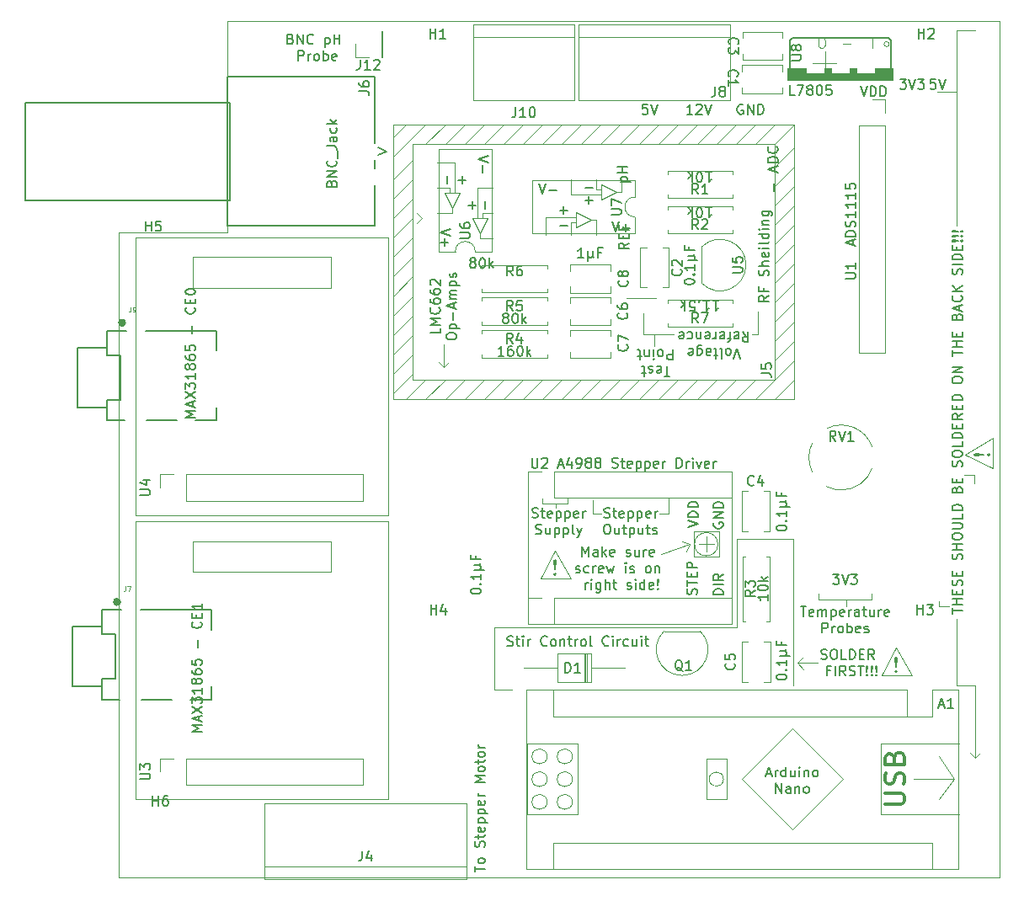
<source format=gbr>
G04 #@! TF.GenerationSoftware,KiCad,Pcbnew,(5.1.9)-1*
G04 #@! TF.CreationDate,2021-03-09T13:02:45-08:00*
G04 #@! TF.ProjectId,full_project,66756c6c-5f70-4726-9f6a-6563742e6b69,2.0*
G04 #@! TF.SameCoordinates,Original*
G04 #@! TF.FileFunction,Legend,Top*
G04 #@! TF.FilePolarity,Positive*
%FSLAX46Y46*%
G04 Gerber Fmt 4.6, Leading zero omitted, Abs format (unit mm)*
G04 Created by KiCad (PCBNEW (5.1.9)-1) date 2021-03-09 13:02:45*
%MOMM*%
%LPD*%
G01*
G04 APERTURE LIST*
G04 #@! TA.AperFunction,Profile*
%ADD10C,0.050000*%
G04 #@! TD*
%ADD11C,0.120000*%
%ADD12C,0.150000*%
%ADD13C,0.300000*%
%ADD14C,0.127000*%
%ADD15C,0.400000*%
%ADD16C,0.152400*%
%ADD17C,0.100000*%
%ADD18C,0.015000*%
%ADD19C,0.050000*%
G04 APERTURE END LIST*
D10*
X111379000Y-77851000D02*
X111379000Y-56636000D01*
X100457000Y-77851000D02*
X111379000Y-77851000D01*
D11*
X130964000Y-76420000D02*
X130456000Y-75912000D01*
X130456000Y-76928000D02*
X130964000Y-76420000D01*
X130964000Y-76420000D02*
X130456000Y-76928000D01*
X154432000Y-84455000D02*
X151511000Y-84455000D01*
X154305000Y-88138000D02*
X154305000Y-89281000D01*
X164719000Y-88138000D02*
X164719000Y-85852000D01*
X164084000Y-88138000D02*
X164719000Y-88138000D01*
X153162000Y-88138000D02*
X153162000Y-85979000D01*
X156210000Y-88138000D02*
X153162000Y-88138000D01*
D12*
X155836761Y-92304619D02*
X155265333Y-92304619D01*
X155551047Y-91304619D02*
X155551047Y-92304619D01*
X154551047Y-91352238D02*
X154646285Y-91304619D01*
X154836761Y-91304619D01*
X154932000Y-91352238D01*
X154979619Y-91447476D01*
X154979619Y-91828428D01*
X154932000Y-91923666D01*
X154836761Y-91971285D01*
X154646285Y-91971285D01*
X154551047Y-91923666D01*
X154503428Y-91828428D01*
X154503428Y-91733190D01*
X154979619Y-91637952D01*
X154122476Y-91352238D02*
X154027238Y-91304619D01*
X153836761Y-91304619D01*
X153741523Y-91352238D01*
X153693904Y-91447476D01*
X153693904Y-91495095D01*
X153741523Y-91590333D01*
X153836761Y-91637952D01*
X153979619Y-91637952D01*
X154074857Y-91685571D01*
X154122476Y-91780809D01*
X154122476Y-91828428D01*
X154074857Y-91923666D01*
X153979619Y-91971285D01*
X153836761Y-91971285D01*
X153741523Y-91923666D01*
X153408190Y-91971285D02*
X153027238Y-91971285D01*
X153265333Y-92304619D02*
X153265333Y-91447476D01*
X153217714Y-91352238D01*
X153122476Y-91304619D01*
X153027238Y-91304619D01*
X156122476Y-89654619D02*
X156122476Y-90654619D01*
X155741523Y-90654619D01*
X155646285Y-90607000D01*
X155598666Y-90559380D01*
X155551047Y-90464142D01*
X155551047Y-90321285D01*
X155598666Y-90226047D01*
X155646285Y-90178428D01*
X155741523Y-90130809D01*
X156122476Y-90130809D01*
X154979619Y-89654619D02*
X155074857Y-89702238D01*
X155122476Y-89749857D01*
X155170095Y-89845095D01*
X155170095Y-90130809D01*
X155122476Y-90226047D01*
X155074857Y-90273666D01*
X154979619Y-90321285D01*
X154836761Y-90321285D01*
X154741523Y-90273666D01*
X154693904Y-90226047D01*
X154646285Y-90130809D01*
X154646285Y-89845095D01*
X154693904Y-89749857D01*
X154741523Y-89702238D01*
X154836761Y-89654619D01*
X154979619Y-89654619D01*
X154217714Y-89654619D02*
X154217714Y-90321285D01*
X154217714Y-90654619D02*
X154265333Y-90607000D01*
X154217714Y-90559380D01*
X154170095Y-90607000D01*
X154217714Y-90654619D01*
X154217714Y-90559380D01*
X153741523Y-90321285D02*
X153741523Y-89654619D01*
X153741523Y-90226047D02*
X153693904Y-90273666D01*
X153598666Y-90321285D01*
X153455809Y-90321285D01*
X153360571Y-90273666D01*
X153312952Y-90178428D01*
X153312952Y-89654619D01*
X152979619Y-90321285D02*
X152598666Y-90321285D01*
X152836761Y-90654619D02*
X152836761Y-89797476D01*
X152789142Y-89702238D01*
X152693904Y-89654619D01*
X152598666Y-89654619D01*
X162940666Y-90526619D02*
X162607333Y-89526619D01*
X162274000Y-90526619D01*
X161797809Y-89526619D02*
X161893047Y-89574238D01*
X161940666Y-89621857D01*
X161988285Y-89717095D01*
X161988285Y-90002809D01*
X161940666Y-90098047D01*
X161893047Y-90145666D01*
X161797809Y-90193285D01*
X161654952Y-90193285D01*
X161559714Y-90145666D01*
X161512095Y-90098047D01*
X161464476Y-90002809D01*
X161464476Y-89717095D01*
X161512095Y-89621857D01*
X161559714Y-89574238D01*
X161654952Y-89526619D01*
X161797809Y-89526619D01*
X160893047Y-89526619D02*
X160988285Y-89574238D01*
X161035904Y-89669476D01*
X161035904Y-90526619D01*
X160654952Y-90193285D02*
X160274000Y-90193285D01*
X160512095Y-90526619D02*
X160512095Y-89669476D01*
X160464476Y-89574238D01*
X160369238Y-89526619D01*
X160274000Y-89526619D01*
X159512095Y-89526619D02*
X159512095Y-90050428D01*
X159559714Y-90145666D01*
X159654952Y-90193285D01*
X159845428Y-90193285D01*
X159940666Y-90145666D01*
X159512095Y-89574238D02*
X159607333Y-89526619D01*
X159845428Y-89526619D01*
X159940666Y-89574238D01*
X159988285Y-89669476D01*
X159988285Y-89764714D01*
X159940666Y-89859952D01*
X159845428Y-89907571D01*
X159607333Y-89907571D01*
X159512095Y-89955190D01*
X158607333Y-90193285D02*
X158607333Y-89383761D01*
X158654952Y-89288523D01*
X158702571Y-89240904D01*
X158797809Y-89193285D01*
X158940666Y-89193285D01*
X159035904Y-89240904D01*
X158607333Y-89574238D02*
X158702571Y-89526619D01*
X158893047Y-89526619D01*
X158988285Y-89574238D01*
X159035904Y-89621857D01*
X159083523Y-89717095D01*
X159083523Y-90002809D01*
X159035904Y-90098047D01*
X158988285Y-90145666D01*
X158893047Y-90193285D01*
X158702571Y-90193285D01*
X158607333Y-90145666D01*
X157750190Y-89574238D02*
X157845428Y-89526619D01*
X158035904Y-89526619D01*
X158131142Y-89574238D01*
X158178761Y-89669476D01*
X158178761Y-90050428D01*
X158131142Y-90145666D01*
X158035904Y-90193285D01*
X157845428Y-90193285D01*
X157750190Y-90145666D01*
X157702571Y-90050428D01*
X157702571Y-89955190D01*
X158178761Y-89859952D01*
X163154952Y-87876619D02*
X163488285Y-88352809D01*
X163726380Y-87876619D02*
X163726380Y-88876619D01*
X163345428Y-88876619D01*
X163250190Y-88829000D01*
X163202571Y-88781380D01*
X163154952Y-88686142D01*
X163154952Y-88543285D01*
X163202571Y-88448047D01*
X163250190Y-88400428D01*
X163345428Y-88352809D01*
X163726380Y-88352809D01*
X162345428Y-87924238D02*
X162440666Y-87876619D01*
X162631142Y-87876619D01*
X162726380Y-87924238D01*
X162774000Y-88019476D01*
X162774000Y-88400428D01*
X162726380Y-88495666D01*
X162631142Y-88543285D01*
X162440666Y-88543285D01*
X162345428Y-88495666D01*
X162297809Y-88400428D01*
X162297809Y-88305190D01*
X162774000Y-88209952D01*
X162012095Y-88543285D02*
X161631142Y-88543285D01*
X161869238Y-87876619D02*
X161869238Y-88733761D01*
X161821619Y-88829000D01*
X161726380Y-88876619D01*
X161631142Y-88876619D01*
X160916857Y-87924238D02*
X161012095Y-87876619D01*
X161202571Y-87876619D01*
X161297809Y-87924238D01*
X161345428Y-88019476D01*
X161345428Y-88400428D01*
X161297809Y-88495666D01*
X161202571Y-88543285D01*
X161012095Y-88543285D01*
X160916857Y-88495666D01*
X160869238Y-88400428D01*
X160869238Y-88305190D01*
X161345428Y-88209952D01*
X160440666Y-87876619D02*
X160440666Y-88543285D01*
X160440666Y-88352809D02*
X160393047Y-88448047D01*
X160345428Y-88495666D01*
X160250190Y-88543285D01*
X160154952Y-88543285D01*
X159440666Y-87924238D02*
X159535904Y-87876619D01*
X159726380Y-87876619D01*
X159821619Y-87924238D01*
X159869238Y-88019476D01*
X159869238Y-88400428D01*
X159821619Y-88495666D01*
X159726380Y-88543285D01*
X159535904Y-88543285D01*
X159440666Y-88495666D01*
X159393047Y-88400428D01*
X159393047Y-88305190D01*
X159869238Y-88209952D01*
X158964476Y-88543285D02*
X158964476Y-87876619D01*
X158964476Y-88448047D02*
X158916857Y-88495666D01*
X158821619Y-88543285D01*
X158678761Y-88543285D01*
X158583523Y-88495666D01*
X158535904Y-88400428D01*
X158535904Y-87876619D01*
X157631142Y-87924238D02*
X157726380Y-87876619D01*
X157916857Y-87876619D01*
X158012095Y-87924238D01*
X158059714Y-87971857D01*
X158107333Y-88067095D01*
X158107333Y-88352809D01*
X158059714Y-88448047D01*
X158012095Y-88495666D01*
X157916857Y-88543285D01*
X157726380Y-88543285D01*
X157631142Y-88495666D01*
X156821619Y-87924238D02*
X156916857Y-87876619D01*
X157107333Y-87876619D01*
X157202571Y-87924238D01*
X157250190Y-88019476D01*
X157250190Y-88400428D01*
X157202571Y-88495666D01*
X157107333Y-88543285D01*
X156916857Y-88543285D01*
X156821619Y-88495666D01*
X156774000Y-88400428D01*
X156774000Y-88305190D01*
X157250190Y-88209952D01*
X166314428Y-73691476D02*
X166314428Y-72929571D01*
X166409666Y-71739095D02*
X166409666Y-71262904D01*
X166695380Y-71834333D02*
X165695380Y-71501000D01*
X166695380Y-71167666D01*
X166695380Y-70834333D02*
X165695380Y-70834333D01*
X165695380Y-70596238D01*
X165743000Y-70453380D01*
X165838238Y-70358142D01*
X165933476Y-70310523D01*
X166123952Y-70262904D01*
X166266809Y-70262904D01*
X166457285Y-70310523D01*
X166552523Y-70358142D01*
X166647761Y-70453380D01*
X166695380Y-70596238D01*
X166695380Y-70834333D01*
X166600142Y-69262904D02*
X166647761Y-69310523D01*
X166695380Y-69453380D01*
X166695380Y-69548619D01*
X166647761Y-69691476D01*
X166552523Y-69786714D01*
X166457285Y-69834333D01*
X166266809Y-69881952D01*
X166123952Y-69881952D01*
X165933476Y-69834333D01*
X165838238Y-69786714D01*
X165743000Y-69691476D01*
X165695380Y-69548619D01*
X165695380Y-69453380D01*
X165743000Y-69310523D01*
X165790619Y-69262904D01*
X172243904Y-112228380D02*
X172862952Y-112228380D01*
X172529619Y-112609333D01*
X172672476Y-112609333D01*
X172767714Y-112656952D01*
X172815333Y-112704571D01*
X172862952Y-112799809D01*
X172862952Y-113037904D01*
X172815333Y-113133142D01*
X172767714Y-113180761D01*
X172672476Y-113228380D01*
X172386761Y-113228380D01*
X172291523Y-113180761D01*
X172243904Y-113133142D01*
X173148666Y-112228380D02*
X173482000Y-113228380D01*
X173815333Y-112228380D01*
X174053428Y-112228380D02*
X174672476Y-112228380D01*
X174339142Y-112609333D01*
X174482000Y-112609333D01*
X174577238Y-112656952D01*
X174624857Y-112704571D01*
X174672476Y-112799809D01*
X174672476Y-113037904D01*
X174624857Y-113133142D01*
X174577238Y-113180761D01*
X174482000Y-113228380D01*
X174196285Y-113228380D01*
X174101047Y-113180761D01*
X174053428Y-113133142D01*
X165806380Y-84216380D02*
X165330190Y-84549714D01*
X165806380Y-84787809D02*
X164806380Y-84787809D01*
X164806380Y-84406857D01*
X164854000Y-84311619D01*
X164901619Y-84264000D01*
X164996857Y-84216380D01*
X165139714Y-84216380D01*
X165234952Y-84264000D01*
X165282571Y-84311619D01*
X165330190Y-84406857D01*
X165330190Y-84787809D01*
X165282571Y-83454476D02*
X165282571Y-83787809D01*
X165806380Y-83787809D02*
X164806380Y-83787809D01*
X164806380Y-83311619D01*
X165758761Y-82216380D02*
X165806380Y-82073523D01*
X165806380Y-81835428D01*
X165758761Y-81740190D01*
X165711142Y-81692571D01*
X165615904Y-81644952D01*
X165520666Y-81644952D01*
X165425428Y-81692571D01*
X165377809Y-81740190D01*
X165330190Y-81835428D01*
X165282571Y-82025904D01*
X165234952Y-82121142D01*
X165187333Y-82168761D01*
X165092095Y-82216380D01*
X164996857Y-82216380D01*
X164901619Y-82168761D01*
X164854000Y-82121142D01*
X164806380Y-82025904D01*
X164806380Y-81787809D01*
X164854000Y-81644952D01*
X165806380Y-81216380D02*
X164806380Y-81216380D01*
X165806380Y-80787809D02*
X165282571Y-80787809D01*
X165187333Y-80835428D01*
X165139714Y-80930666D01*
X165139714Y-81073523D01*
X165187333Y-81168761D01*
X165234952Y-81216380D01*
X165758761Y-79930666D02*
X165806380Y-80025904D01*
X165806380Y-80216380D01*
X165758761Y-80311619D01*
X165663523Y-80359238D01*
X165282571Y-80359238D01*
X165187333Y-80311619D01*
X165139714Y-80216380D01*
X165139714Y-80025904D01*
X165187333Y-79930666D01*
X165282571Y-79883047D01*
X165377809Y-79883047D01*
X165473047Y-80359238D01*
X165806380Y-79454476D02*
X165139714Y-79454476D01*
X164806380Y-79454476D02*
X164854000Y-79502095D01*
X164901619Y-79454476D01*
X164854000Y-79406857D01*
X164806380Y-79454476D01*
X164901619Y-79454476D01*
X165806380Y-78835428D02*
X165758761Y-78930666D01*
X165663523Y-78978285D01*
X164806380Y-78978285D01*
X165806380Y-78025904D02*
X164806380Y-78025904D01*
X165758761Y-78025904D02*
X165806380Y-78121142D01*
X165806380Y-78311619D01*
X165758761Y-78406857D01*
X165711142Y-78454476D01*
X165615904Y-78502095D01*
X165330190Y-78502095D01*
X165234952Y-78454476D01*
X165187333Y-78406857D01*
X165139714Y-78311619D01*
X165139714Y-78121142D01*
X165187333Y-78025904D01*
X165806380Y-77549714D02*
X165139714Y-77549714D01*
X164806380Y-77549714D02*
X164854000Y-77597333D01*
X164901619Y-77549714D01*
X164854000Y-77502095D01*
X164806380Y-77549714D01*
X164901619Y-77549714D01*
X165139714Y-77073523D02*
X165806380Y-77073523D01*
X165234952Y-77073523D02*
X165187333Y-77025904D01*
X165139714Y-76930666D01*
X165139714Y-76787809D01*
X165187333Y-76692571D01*
X165282571Y-76644952D01*
X165806380Y-76644952D01*
X165139714Y-75740190D02*
X165949238Y-75740190D01*
X166044476Y-75787809D01*
X166092095Y-75835428D01*
X166139714Y-75930666D01*
X166139714Y-76073523D01*
X166092095Y-76168761D01*
X165758761Y-75740190D02*
X165806380Y-75835428D01*
X165806380Y-76025904D01*
X165758761Y-76121142D01*
X165711142Y-76168761D01*
X165615904Y-76216380D01*
X165330190Y-76216380D01*
X165234952Y-76168761D01*
X165187333Y-76121142D01*
X165139714Y-76025904D01*
X165139714Y-75835428D01*
X165187333Y-75740190D01*
D11*
X178562000Y-119634000D02*
X177165000Y-122428000D01*
X180213000Y-122428000D02*
X178562000Y-119634000D01*
X177165000Y-122428000D02*
X180213000Y-122428000D01*
D12*
X178562000Y-121947714D02*
X178633428Y-122019142D01*
X178562000Y-122090571D01*
X178490571Y-122019142D01*
X178562000Y-121947714D01*
X178562000Y-122090571D01*
X178562000Y-121519142D02*
X178490571Y-120662000D01*
X178562000Y-120590571D01*
X178633428Y-120662000D01*
X178562000Y-121519142D01*
X178562000Y-120590571D01*
D11*
X157861000Y-109220000D02*
X157480000Y-109982000D01*
X157861000Y-109220000D02*
X157099000Y-108966000D01*
X154940000Y-110236000D02*
X157861000Y-109220000D01*
D12*
X147026809Y-110435380D02*
X147026809Y-109435380D01*
X147360142Y-110149666D01*
X147693476Y-109435380D01*
X147693476Y-110435380D01*
X148598238Y-110435380D02*
X148598238Y-109911571D01*
X148550619Y-109816333D01*
X148455380Y-109768714D01*
X148264904Y-109768714D01*
X148169666Y-109816333D01*
X148598238Y-110387761D02*
X148503000Y-110435380D01*
X148264904Y-110435380D01*
X148169666Y-110387761D01*
X148122047Y-110292523D01*
X148122047Y-110197285D01*
X148169666Y-110102047D01*
X148264904Y-110054428D01*
X148503000Y-110054428D01*
X148598238Y-110006809D01*
X149074428Y-110435380D02*
X149074428Y-109435380D01*
X149169666Y-110054428D02*
X149455380Y-110435380D01*
X149455380Y-109768714D02*
X149074428Y-110149666D01*
X150264904Y-110387761D02*
X150169666Y-110435380D01*
X149979190Y-110435380D01*
X149883952Y-110387761D01*
X149836333Y-110292523D01*
X149836333Y-109911571D01*
X149883952Y-109816333D01*
X149979190Y-109768714D01*
X150169666Y-109768714D01*
X150264904Y-109816333D01*
X150312523Y-109911571D01*
X150312523Y-110006809D01*
X149836333Y-110102047D01*
X151455380Y-110387761D02*
X151550619Y-110435380D01*
X151741095Y-110435380D01*
X151836333Y-110387761D01*
X151883952Y-110292523D01*
X151883952Y-110244904D01*
X151836333Y-110149666D01*
X151741095Y-110102047D01*
X151598238Y-110102047D01*
X151503000Y-110054428D01*
X151455380Y-109959190D01*
X151455380Y-109911571D01*
X151503000Y-109816333D01*
X151598238Y-109768714D01*
X151741095Y-109768714D01*
X151836333Y-109816333D01*
X152741095Y-109768714D02*
X152741095Y-110435380D01*
X152312523Y-109768714D02*
X152312523Y-110292523D01*
X152360142Y-110387761D01*
X152455380Y-110435380D01*
X152598238Y-110435380D01*
X152693476Y-110387761D01*
X152741095Y-110340142D01*
X153217285Y-110435380D02*
X153217285Y-109768714D01*
X153217285Y-109959190D02*
X153264904Y-109863952D01*
X153312523Y-109816333D01*
X153407761Y-109768714D01*
X153503000Y-109768714D01*
X154217285Y-110387761D02*
X154122047Y-110435380D01*
X153931571Y-110435380D01*
X153836333Y-110387761D01*
X153788714Y-110292523D01*
X153788714Y-109911571D01*
X153836333Y-109816333D01*
X153931571Y-109768714D01*
X154122047Y-109768714D01*
X154217285Y-109816333D01*
X154264904Y-109911571D01*
X154264904Y-110006809D01*
X153788714Y-110102047D01*
X146407761Y-112037761D02*
X146503000Y-112085380D01*
X146693476Y-112085380D01*
X146788714Y-112037761D01*
X146836333Y-111942523D01*
X146836333Y-111894904D01*
X146788714Y-111799666D01*
X146693476Y-111752047D01*
X146550619Y-111752047D01*
X146455380Y-111704428D01*
X146407761Y-111609190D01*
X146407761Y-111561571D01*
X146455380Y-111466333D01*
X146550619Y-111418714D01*
X146693476Y-111418714D01*
X146788714Y-111466333D01*
X147693476Y-112037761D02*
X147598238Y-112085380D01*
X147407761Y-112085380D01*
X147312523Y-112037761D01*
X147264904Y-111990142D01*
X147217285Y-111894904D01*
X147217285Y-111609190D01*
X147264904Y-111513952D01*
X147312523Y-111466333D01*
X147407761Y-111418714D01*
X147598238Y-111418714D01*
X147693476Y-111466333D01*
X148122047Y-112085380D02*
X148122047Y-111418714D01*
X148122047Y-111609190D02*
X148169666Y-111513952D01*
X148217285Y-111466333D01*
X148312523Y-111418714D01*
X148407761Y-111418714D01*
X149122047Y-112037761D02*
X149026809Y-112085380D01*
X148836333Y-112085380D01*
X148741095Y-112037761D01*
X148693476Y-111942523D01*
X148693476Y-111561571D01*
X148741095Y-111466333D01*
X148836333Y-111418714D01*
X149026809Y-111418714D01*
X149122047Y-111466333D01*
X149169666Y-111561571D01*
X149169666Y-111656809D01*
X148693476Y-111752047D01*
X149503000Y-111418714D02*
X149693476Y-112085380D01*
X149883952Y-111609190D01*
X150074428Y-112085380D01*
X150264904Y-111418714D01*
X151407761Y-112085380D02*
X151407761Y-111418714D01*
X151407761Y-111085380D02*
X151360142Y-111133000D01*
X151407761Y-111180619D01*
X151455380Y-111133000D01*
X151407761Y-111085380D01*
X151407761Y-111180619D01*
X151836333Y-112037761D02*
X151931571Y-112085380D01*
X152122047Y-112085380D01*
X152217285Y-112037761D01*
X152264904Y-111942523D01*
X152264904Y-111894904D01*
X152217285Y-111799666D01*
X152122047Y-111752047D01*
X151979190Y-111752047D01*
X151883952Y-111704428D01*
X151836333Y-111609190D01*
X151836333Y-111561571D01*
X151883952Y-111466333D01*
X151979190Y-111418714D01*
X152122047Y-111418714D01*
X152217285Y-111466333D01*
X153598238Y-112085380D02*
X153503000Y-112037761D01*
X153455380Y-111990142D01*
X153407761Y-111894904D01*
X153407761Y-111609190D01*
X153455380Y-111513952D01*
X153503000Y-111466333D01*
X153598238Y-111418714D01*
X153741095Y-111418714D01*
X153836333Y-111466333D01*
X153883952Y-111513952D01*
X153931571Y-111609190D01*
X153931571Y-111894904D01*
X153883952Y-111990142D01*
X153836333Y-112037761D01*
X153741095Y-112085380D01*
X153598238Y-112085380D01*
X154360142Y-111418714D02*
X154360142Y-112085380D01*
X154360142Y-111513952D02*
X154407761Y-111466333D01*
X154503000Y-111418714D01*
X154645857Y-111418714D01*
X154741095Y-111466333D01*
X154788714Y-111561571D01*
X154788714Y-112085380D01*
X147360142Y-113735380D02*
X147360142Y-113068714D01*
X147360142Y-113259190D02*
X147407761Y-113163952D01*
X147455380Y-113116333D01*
X147550619Y-113068714D01*
X147645857Y-113068714D01*
X147979190Y-113735380D02*
X147979190Y-113068714D01*
X147979190Y-112735380D02*
X147931571Y-112783000D01*
X147979190Y-112830619D01*
X148026809Y-112783000D01*
X147979190Y-112735380D01*
X147979190Y-112830619D01*
X148883952Y-113068714D02*
X148883952Y-113878238D01*
X148836333Y-113973476D01*
X148788714Y-114021095D01*
X148693476Y-114068714D01*
X148550619Y-114068714D01*
X148455380Y-114021095D01*
X148883952Y-113687761D02*
X148788714Y-113735380D01*
X148598238Y-113735380D01*
X148503000Y-113687761D01*
X148455380Y-113640142D01*
X148407761Y-113544904D01*
X148407761Y-113259190D01*
X148455380Y-113163952D01*
X148503000Y-113116333D01*
X148598238Y-113068714D01*
X148788714Y-113068714D01*
X148883952Y-113116333D01*
X149360142Y-113735380D02*
X149360142Y-112735380D01*
X149788714Y-113735380D02*
X149788714Y-113211571D01*
X149741095Y-113116333D01*
X149645857Y-113068714D01*
X149503000Y-113068714D01*
X149407761Y-113116333D01*
X149360142Y-113163952D01*
X150122047Y-113068714D02*
X150503000Y-113068714D01*
X150264904Y-112735380D02*
X150264904Y-113592523D01*
X150312523Y-113687761D01*
X150407761Y-113735380D01*
X150503000Y-113735380D01*
X151550619Y-113687761D02*
X151645857Y-113735380D01*
X151836333Y-113735380D01*
X151931571Y-113687761D01*
X151979190Y-113592523D01*
X151979190Y-113544904D01*
X151931571Y-113449666D01*
X151836333Y-113402047D01*
X151693476Y-113402047D01*
X151598238Y-113354428D01*
X151550619Y-113259190D01*
X151550619Y-113211571D01*
X151598238Y-113116333D01*
X151693476Y-113068714D01*
X151836333Y-113068714D01*
X151931571Y-113116333D01*
X152407761Y-113735380D02*
X152407761Y-113068714D01*
X152407761Y-112735380D02*
X152360142Y-112783000D01*
X152407761Y-112830619D01*
X152455380Y-112783000D01*
X152407761Y-112735380D01*
X152407761Y-112830619D01*
X153312523Y-113735380D02*
X153312523Y-112735380D01*
X153312523Y-113687761D02*
X153217285Y-113735380D01*
X153026809Y-113735380D01*
X152931571Y-113687761D01*
X152883952Y-113640142D01*
X152836333Y-113544904D01*
X152836333Y-113259190D01*
X152883952Y-113163952D01*
X152931571Y-113116333D01*
X153026809Y-113068714D01*
X153217285Y-113068714D01*
X153312523Y-113116333D01*
X154169666Y-113687761D02*
X154074428Y-113735380D01*
X153883952Y-113735380D01*
X153788714Y-113687761D01*
X153741095Y-113592523D01*
X153741095Y-113211571D01*
X153788714Y-113116333D01*
X153883952Y-113068714D01*
X154074428Y-113068714D01*
X154169666Y-113116333D01*
X154217285Y-113211571D01*
X154217285Y-113306809D01*
X153741095Y-113402047D01*
X154645857Y-113640142D02*
X154693476Y-113687761D01*
X154645857Y-113735380D01*
X154598238Y-113687761D01*
X154645857Y-113640142D01*
X154645857Y-113735380D01*
X154645857Y-113354428D02*
X154598238Y-112783000D01*
X154645857Y-112735380D01*
X154693476Y-112783000D01*
X154645857Y-113354428D01*
X154645857Y-112735380D01*
X144272000Y-112168714D02*
X144343428Y-112240142D01*
X144272000Y-112311571D01*
X144200571Y-112240142D01*
X144272000Y-112168714D01*
X144272000Y-112311571D01*
X144272000Y-111740142D02*
X144200571Y-110883000D01*
X144272000Y-110811571D01*
X144343428Y-110883000D01*
X144272000Y-111740142D01*
X144272000Y-110811571D01*
D11*
X144272000Y-109855000D02*
X142875000Y-112649000D01*
X145923000Y-112649000D02*
X144272000Y-109855000D01*
X142875000Y-112649000D02*
X145923000Y-112649000D01*
X158242000Y-110490000D02*
X158242000Y-107950000D01*
X160782000Y-110490000D02*
X158242000Y-110490000D01*
X160782000Y-107950000D02*
X160782000Y-110490000D01*
X158242000Y-107950000D02*
X160782000Y-107950000D01*
X186563000Y-130683000D02*
X186055000Y-130175000D01*
X186563000Y-130683000D02*
X187071000Y-130175000D01*
X186563000Y-123444000D02*
X186563000Y-130683000D01*
X186436000Y-102235000D02*
X185420000Y-102235000D01*
X186436000Y-103124000D02*
X186436000Y-102235000D01*
X183515000Y-63754000D02*
X182753000Y-63754000D01*
X185293000Y-57531000D02*
X186563000Y-57531000D01*
X184277000Y-63754000D02*
X183515000Y-63754000D01*
X185547000Y-123444000D02*
X186563000Y-123444000D01*
X182880000Y-115443000D02*
X183896000Y-115443000D01*
X182880000Y-114935000D02*
X182880000Y-115443000D01*
X184658000Y-123444000D02*
X185547000Y-123444000D01*
X184658000Y-116713000D02*
X184658000Y-123444000D01*
X184658000Y-57531000D02*
X185293000Y-57531000D01*
X184658000Y-63754000D02*
X184658000Y-57531000D01*
X184658000Y-63754000D02*
X184277000Y-63754000D01*
X184658000Y-77216000D02*
X184658000Y-63754000D01*
D12*
X184237380Y-116186714D02*
X184237380Y-115615285D01*
X185237380Y-115901000D02*
X184237380Y-115901000D01*
X185237380Y-115281952D02*
X184237380Y-115281952D01*
X184713571Y-115281952D02*
X184713571Y-114710523D01*
X185237380Y-114710523D02*
X184237380Y-114710523D01*
X184713571Y-114234333D02*
X184713571Y-113901000D01*
X185237380Y-113758142D02*
X185237380Y-114234333D01*
X184237380Y-114234333D01*
X184237380Y-113758142D01*
X185189761Y-113377190D02*
X185237380Y-113234333D01*
X185237380Y-112996238D01*
X185189761Y-112901000D01*
X185142142Y-112853380D01*
X185046904Y-112805761D01*
X184951666Y-112805761D01*
X184856428Y-112853380D01*
X184808809Y-112901000D01*
X184761190Y-112996238D01*
X184713571Y-113186714D01*
X184665952Y-113281952D01*
X184618333Y-113329571D01*
X184523095Y-113377190D01*
X184427857Y-113377190D01*
X184332619Y-113329571D01*
X184285000Y-113281952D01*
X184237380Y-113186714D01*
X184237380Y-112948619D01*
X184285000Y-112805761D01*
X184713571Y-112377190D02*
X184713571Y-112043857D01*
X185237380Y-111901000D02*
X185237380Y-112377190D01*
X184237380Y-112377190D01*
X184237380Y-111901000D01*
X185189761Y-110758142D02*
X185237380Y-110615285D01*
X185237380Y-110377190D01*
X185189761Y-110281952D01*
X185142142Y-110234333D01*
X185046904Y-110186714D01*
X184951666Y-110186714D01*
X184856428Y-110234333D01*
X184808809Y-110281952D01*
X184761190Y-110377190D01*
X184713571Y-110567666D01*
X184665952Y-110662904D01*
X184618333Y-110710523D01*
X184523095Y-110758142D01*
X184427857Y-110758142D01*
X184332619Y-110710523D01*
X184285000Y-110662904D01*
X184237380Y-110567666D01*
X184237380Y-110329571D01*
X184285000Y-110186714D01*
X185237380Y-109758142D02*
X184237380Y-109758142D01*
X184713571Y-109758142D02*
X184713571Y-109186714D01*
X185237380Y-109186714D02*
X184237380Y-109186714D01*
X184237380Y-108520047D02*
X184237380Y-108329571D01*
X184285000Y-108234333D01*
X184380238Y-108139095D01*
X184570714Y-108091476D01*
X184904047Y-108091476D01*
X185094523Y-108139095D01*
X185189761Y-108234333D01*
X185237380Y-108329571D01*
X185237380Y-108520047D01*
X185189761Y-108615285D01*
X185094523Y-108710523D01*
X184904047Y-108758142D01*
X184570714Y-108758142D01*
X184380238Y-108710523D01*
X184285000Y-108615285D01*
X184237380Y-108520047D01*
X184237380Y-107662904D02*
X185046904Y-107662904D01*
X185142142Y-107615285D01*
X185189761Y-107567666D01*
X185237380Y-107472428D01*
X185237380Y-107281952D01*
X185189761Y-107186714D01*
X185142142Y-107139095D01*
X185046904Y-107091476D01*
X184237380Y-107091476D01*
X185237380Y-106139095D02*
X185237380Y-106615285D01*
X184237380Y-106615285D01*
X185237380Y-105805761D02*
X184237380Y-105805761D01*
X184237380Y-105567666D01*
X184285000Y-105424809D01*
X184380238Y-105329571D01*
X184475476Y-105281952D01*
X184665952Y-105234333D01*
X184808809Y-105234333D01*
X184999285Y-105281952D01*
X185094523Y-105329571D01*
X185189761Y-105424809D01*
X185237380Y-105567666D01*
X185237380Y-105805761D01*
X184713571Y-103710523D02*
X184761190Y-103567666D01*
X184808809Y-103520047D01*
X184904047Y-103472428D01*
X185046904Y-103472428D01*
X185142142Y-103520047D01*
X185189761Y-103567666D01*
X185237380Y-103662904D01*
X185237380Y-104043857D01*
X184237380Y-104043857D01*
X184237380Y-103710523D01*
X184285000Y-103615285D01*
X184332619Y-103567666D01*
X184427857Y-103520047D01*
X184523095Y-103520047D01*
X184618333Y-103567666D01*
X184665952Y-103615285D01*
X184713571Y-103710523D01*
X184713571Y-104043857D01*
X184713571Y-103043857D02*
X184713571Y-102710523D01*
X185237380Y-102567666D02*
X185237380Y-103043857D01*
X184237380Y-103043857D01*
X184237380Y-102567666D01*
X185189761Y-101424809D02*
X185237380Y-101281952D01*
X185237380Y-101043857D01*
X185189761Y-100948619D01*
X185142142Y-100901000D01*
X185046904Y-100853380D01*
X184951666Y-100853380D01*
X184856428Y-100901000D01*
X184808809Y-100948619D01*
X184761190Y-101043857D01*
X184713571Y-101234333D01*
X184665952Y-101329571D01*
X184618333Y-101377190D01*
X184523095Y-101424809D01*
X184427857Y-101424809D01*
X184332619Y-101377190D01*
X184285000Y-101329571D01*
X184237380Y-101234333D01*
X184237380Y-100996238D01*
X184285000Y-100853380D01*
X184237380Y-100234333D02*
X184237380Y-100043857D01*
X184285000Y-99948619D01*
X184380238Y-99853380D01*
X184570714Y-99805761D01*
X184904047Y-99805761D01*
X185094523Y-99853380D01*
X185189761Y-99948619D01*
X185237380Y-100043857D01*
X185237380Y-100234333D01*
X185189761Y-100329571D01*
X185094523Y-100424809D01*
X184904047Y-100472428D01*
X184570714Y-100472428D01*
X184380238Y-100424809D01*
X184285000Y-100329571D01*
X184237380Y-100234333D01*
X185237380Y-98901000D02*
X185237380Y-99377190D01*
X184237380Y-99377190D01*
X185237380Y-98567666D02*
X184237380Y-98567666D01*
X184237380Y-98329571D01*
X184285000Y-98186714D01*
X184380238Y-98091476D01*
X184475476Y-98043857D01*
X184665952Y-97996238D01*
X184808809Y-97996238D01*
X184999285Y-98043857D01*
X185094523Y-98091476D01*
X185189761Y-98186714D01*
X185237380Y-98329571D01*
X185237380Y-98567666D01*
X184713571Y-97567666D02*
X184713571Y-97234333D01*
X185237380Y-97091476D02*
X185237380Y-97567666D01*
X184237380Y-97567666D01*
X184237380Y-97091476D01*
X185237380Y-96091476D02*
X184761190Y-96424809D01*
X185237380Y-96662904D02*
X184237380Y-96662904D01*
X184237380Y-96281952D01*
X184285000Y-96186714D01*
X184332619Y-96139095D01*
X184427857Y-96091476D01*
X184570714Y-96091476D01*
X184665952Y-96139095D01*
X184713571Y-96186714D01*
X184761190Y-96281952D01*
X184761190Y-96662904D01*
X184713571Y-95662904D02*
X184713571Y-95329571D01*
X185237380Y-95186714D02*
X185237380Y-95662904D01*
X184237380Y-95662904D01*
X184237380Y-95186714D01*
X185237380Y-94758142D02*
X184237380Y-94758142D01*
X184237380Y-94520047D01*
X184285000Y-94377190D01*
X184380238Y-94281952D01*
X184475476Y-94234333D01*
X184665952Y-94186714D01*
X184808809Y-94186714D01*
X184999285Y-94234333D01*
X185094523Y-94281952D01*
X185189761Y-94377190D01*
X185237380Y-94520047D01*
X185237380Y-94758142D01*
X184237380Y-92805761D02*
X184237380Y-92615285D01*
X184285000Y-92520047D01*
X184380238Y-92424809D01*
X184570714Y-92377190D01*
X184904047Y-92377190D01*
X185094523Y-92424809D01*
X185189761Y-92520047D01*
X185237380Y-92615285D01*
X185237380Y-92805761D01*
X185189761Y-92901000D01*
X185094523Y-92996238D01*
X184904047Y-93043857D01*
X184570714Y-93043857D01*
X184380238Y-92996238D01*
X184285000Y-92901000D01*
X184237380Y-92805761D01*
X185237380Y-91948619D02*
X184237380Y-91948619D01*
X185237380Y-91377190D01*
X184237380Y-91377190D01*
X184237380Y-90281952D02*
X184237380Y-89710523D01*
X185237380Y-89996238D02*
X184237380Y-89996238D01*
X185237380Y-89377190D02*
X184237380Y-89377190D01*
X184713571Y-89377190D02*
X184713571Y-88805761D01*
X185237380Y-88805761D02*
X184237380Y-88805761D01*
X184713571Y-88329571D02*
X184713571Y-87996238D01*
X185237380Y-87853380D02*
X185237380Y-88329571D01*
X184237380Y-88329571D01*
X184237380Y-87853380D01*
X184713571Y-86329571D02*
X184761190Y-86186714D01*
X184808809Y-86139095D01*
X184904047Y-86091476D01*
X185046904Y-86091476D01*
X185142142Y-86139095D01*
X185189761Y-86186714D01*
X185237380Y-86281952D01*
X185237380Y-86662904D01*
X184237380Y-86662904D01*
X184237380Y-86329571D01*
X184285000Y-86234333D01*
X184332619Y-86186714D01*
X184427857Y-86139095D01*
X184523095Y-86139095D01*
X184618333Y-86186714D01*
X184665952Y-86234333D01*
X184713571Y-86329571D01*
X184713571Y-86662904D01*
X184951666Y-85710523D02*
X184951666Y-85234333D01*
X185237380Y-85805761D02*
X184237380Y-85472428D01*
X185237380Y-85139095D01*
X185142142Y-84234333D02*
X185189761Y-84281952D01*
X185237380Y-84424809D01*
X185237380Y-84520047D01*
X185189761Y-84662904D01*
X185094523Y-84758142D01*
X184999285Y-84805761D01*
X184808809Y-84853380D01*
X184665952Y-84853380D01*
X184475476Y-84805761D01*
X184380238Y-84758142D01*
X184285000Y-84662904D01*
X184237380Y-84520047D01*
X184237380Y-84424809D01*
X184285000Y-84281952D01*
X184332619Y-84234333D01*
X185237380Y-83805761D02*
X184237380Y-83805761D01*
X185237380Y-83234333D02*
X184665952Y-83662904D01*
X184237380Y-83234333D02*
X184808809Y-83805761D01*
X185189761Y-82091476D02*
X185237380Y-81948619D01*
X185237380Y-81710523D01*
X185189761Y-81615285D01*
X185142142Y-81567666D01*
X185046904Y-81520047D01*
X184951666Y-81520047D01*
X184856428Y-81567666D01*
X184808809Y-81615285D01*
X184761190Y-81710523D01*
X184713571Y-81901000D01*
X184665952Y-81996238D01*
X184618333Y-82043857D01*
X184523095Y-82091476D01*
X184427857Y-82091476D01*
X184332619Y-82043857D01*
X184285000Y-81996238D01*
X184237380Y-81901000D01*
X184237380Y-81662904D01*
X184285000Y-81520047D01*
X185237380Y-81091476D02*
X184237380Y-81091476D01*
X185237380Y-80615285D02*
X184237380Y-80615285D01*
X184237380Y-80377190D01*
X184285000Y-80234333D01*
X184380238Y-80139095D01*
X184475476Y-80091476D01*
X184665952Y-80043857D01*
X184808809Y-80043857D01*
X184999285Y-80091476D01*
X185094523Y-80139095D01*
X185189761Y-80234333D01*
X185237380Y-80377190D01*
X185237380Y-80615285D01*
X184713571Y-79615285D02*
X184713571Y-79281952D01*
X185237380Y-79139095D02*
X185237380Y-79615285D01*
X184237380Y-79615285D01*
X184237380Y-79139095D01*
X185142142Y-78710523D02*
X185189761Y-78662904D01*
X185237380Y-78710523D01*
X185189761Y-78758142D01*
X185142142Y-78710523D01*
X185237380Y-78710523D01*
X184856428Y-78710523D02*
X184285000Y-78758142D01*
X184237380Y-78710523D01*
X184285000Y-78662904D01*
X184856428Y-78710523D01*
X184237380Y-78710523D01*
X185142142Y-78234333D02*
X185189761Y-78186714D01*
X185237380Y-78234333D01*
X185189761Y-78281952D01*
X185142142Y-78234333D01*
X185237380Y-78234333D01*
X184856428Y-78234333D02*
X184285000Y-78281952D01*
X184237380Y-78234333D01*
X184285000Y-78186714D01*
X184856428Y-78234333D01*
X184237380Y-78234333D01*
X185142142Y-77758142D02*
X185189761Y-77710523D01*
X185237380Y-77758142D01*
X185189761Y-77805761D01*
X185142142Y-77758142D01*
X185237380Y-77758142D01*
X184856428Y-77758142D02*
X184285000Y-77805761D01*
X184237380Y-77758142D01*
X184285000Y-77710523D01*
X184856428Y-77758142D01*
X184237380Y-77758142D01*
X187860714Y-100203000D02*
X187932142Y-100131571D01*
X188003571Y-100203000D01*
X187932142Y-100274428D01*
X187860714Y-100203000D01*
X188003571Y-100203000D01*
X187432142Y-100203000D02*
X186575000Y-100274428D01*
X186503571Y-100203000D01*
X186575000Y-100131571D01*
X187432142Y-100203000D01*
X186503571Y-100203000D01*
D11*
X185547000Y-100203000D02*
X188341000Y-101600000D01*
X188341000Y-101600000D02*
X188341000Y-98552000D01*
X188341000Y-98552000D02*
X185547000Y-100203000D01*
X171450000Y-59690000D02*
X171450000Y-62103000D01*
X172593000Y-60833000D02*
X170180000Y-60833000D01*
D12*
X182562523Y-62444380D02*
X182086333Y-62444380D01*
X182038714Y-62920571D01*
X182086333Y-62872952D01*
X182181571Y-62825333D01*
X182419666Y-62825333D01*
X182514904Y-62872952D01*
X182562523Y-62920571D01*
X182610142Y-63015809D01*
X182610142Y-63253904D01*
X182562523Y-63349142D01*
X182514904Y-63396761D01*
X182419666Y-63444380D01*
X182181571Y-63444380D01*
X182086333Y-63396761D01*
X182038714Y-63349142D01*
X182895857Y-62444380D02*
X183229190Y-63444380D01*
X183562523Y-62444380D01*
X178974904Y-62444380D02*
X179593952Y-62444380D01*
X179260619Y-62825333D01*
X179403476Y-62825333D01*
X179498714Y-62872952D01*
X179546333Y-62920571D01*
X179593952Y-63015809D01*
X179593952Y-63253904D01*
X179546333Y-63349142D01*
X179498714Y-63396761D01*
X179403476Y-63444380D01*
X179117761Y-63444380D01*
X179022523Y-63396761D01*
X178974904Y-63349142D01*
X179879666Y-62444380D02*
X180213000Y-63444380D01*
X180546333Y-62444380D01*
X180784428Y-62444380D02*
X181403476Y-62444380D01*
X181070142Y-62825333D01*
X181213000Y-62825333D01*
X181308238Y-62872952D01*
X181355857Y-62920571D01*
X181403476Y-63015809D01*
X181403476Y-63253904D01*
X181355857Y-63349142D01*
X181308238Y-63396761D01*
X181213000Y-63444380D01*
X180927285Y-63444380D01*
X180832047Y-63396761D01*
X180784428Y-63349142D01*
D11*
X168656000Y-121158000D02*
X169291000Y-121793000D01*
X168656000Y-121158000D02*
X169291000Y-120523000D01*
X170688000Y-121158000D02*
X168656000Y-121158000D01*
D12*
X171069380Y-120737761D02*
X171212238Y-120785380D01*
X171450333Y-120785380D01*
X171545571Y-120737761D01*
X171593190Y-120690142D01*
X171640809Y-120594904D01*
X171640809Y-120499666D01*
X171593190Y-120404428D01*
X171545571Y-120356809D01*
X171450333Y-120309190D01*
X171259857Y-120261571D01*
X171164619Y-120213952D01*
X171117000Y-120166333D01*
X171069380Y-120071095D01*
X171069380Y-119975857D01*
X171117000Y-119880619D01*
X171164619Y-119833000D01*
X171259857Y-119785380D01*
X171497952Y-119785380D01*
X171640809Y-119833000D01*
X172259857Y-119785380D02*
X172450333Y-119785380D01*
X172545571Y-119833000D01*
X172640809Y-119928238D01*
X172688428Y-120118714D01*
X172688428Y-120452047D01*
X172640809Y-120642523D01*
X172545571Y-120737761D01*
X172450333Y-120785380D01*
X172259857Y-120785380D01*
X172164619Y-120737761D01*
X172069380Y-120642523D01*
X172021761Y-120452047D01*
X172021761Y-120118714D01*
X172069380Y-119928238D01*
X172164619Y-119833000D01*
X172259857Y-119785380D01*
X173593190Y-120785380D02*
X173117000Y-120785380D01*
X173117000Y-119785380D01*
X173926523Y-120785380D02*
X173926523Y-119785380D01*
X174164619Y-119785380D01*
X174307476Y-119833000D01*
X174402714Y-119928238D01*
X174450333Y-120023476D01*
X174497952Y-120213952D01*
X174497952Y-120356809D01*
X174450333Y-120547285D01*
X174402714Y-120642523D01*
X174307476Y-120737761D01*
X174164619Y-120785380D01*
X173926523Y-120785380D01*
X174926523Y-120261571D02*
X175259857Y-120261571D01*
X175402714Y-120785380D02*
X174926523Y-120785380D01*
X174926523Y-119785380D01*
X175402714Y-119785380D01*
X176402714Y-120785380D02*
X176069380Y-120309190D01*
X175831285Y-120785380D02*
X175831285Y-119785380D01*
X176212238Y-119785380D01*
X176307476Y-119833000D01*
X176355095Y-119880619D01*
X176402714Y-119975857D01*
X176402714Y-120118714D01*
X176355095Y-120213952D01*
X176307476Y-120261571D01*
X176212238Y-120309190D01*
X175831285Y-120309190D01*
X171950333Y-121911571D02*
X171617000Y-121911571D01*
X171617000Y-122435380D02*
X171617000Y-121435380D01*
X172093190Y-121435380D01*
X172474142Y-122435380D02*
X172474142Y-121435380D01*
X173521761Y-122435380D02*
X173188428Y-121959190D01*
X172950333Y-122435380D02*
X172950333Y-121435380D01*
X173331285Y-121435380D01*
X173426523Y-121483000D01*
X173474142Y-121530619D01*
X173521761Y-121625857D01*
X173521761Y-121768714D01*
X173474142Y-121863952D01*
X173426523Y-121911571D01*
X173331285Y-121959190D01*
X172950333Y-121959190D01*
X173902714Y-122387761D02*
X174045571Y-122435380D01*
X174283666Y-122435380D01*
X174378904Y-122387761D01*
X174426523Y-122340142D01*
X174474142Y-122244904D01*
X174474142Y-122149666D01*
X174426523Y-122054428D01*
X174378904Y-122006809D01*
X174283666Y-121959190D01*
X174093190Y-121911571D01*
X173997952Y-121863952D01*
X173950333Y-121816333D01*
X173902714Y-121721095D01*
X173902714Y-121625857D01*
X173950333Y-121530619D01*
X173997952Y-121483000D01*
X174093190Y-121435380D01*
X174331285Y-121435380D01*
X174474142Y-121483000D01*
X174759857Y-121435380D02*
X175331285Y-121435380D01*
X175045571Y-122435380D02*
X175045571Y-121435380D01*
X175664619Y-122340142D02*
X175712238Y-122387761D01*
X175664619Y-122435380D01*
X175617000Y-122387761D01*
X175664619Y-122340142D01*
X175664619Y-122435380D01*
X175664619Y-122054428D02*
X175617000Y-121483000D01*
X175664619Y-121435380D01*
X175712238Y-121483000D01*
X175664619Y-122054428D01*
X175664619Y-121435380D01*
X176140809Y-122340142D02*
X176188428Y-122387761D01*
X176140809Y-122435380D01*
X176093190Y-122387761D01*
X176140809Y-122340142D01*
X176140809Y-122435380D01*
X176140809Y-122054428D02*
X176093190Y-121483000D01*
X176140809Y-121435380D01*
X176188428Y-121483000D01*
X176140809Y-122054428D01*
X176140809Y-121435380D01*
X176617000Y-122340142D02*
X176664619Y-122387761D01*
X176617000Y-122435380D01*
X176569380Y-122387761D01*
X176617000Y-122340142D01*
X176617000Y-122435380D01*
X176617000Y-122054428D02*
X176569380Y-121483000D01*
X176617000Y-121435380D01*
X176664619Y-121483000D01*
X176617000Y-122054428D01*
X176617000Y-121435380D01*
D11*
X168275000Y-108712000D02*
X168275000Y-123444000D01*
X166624000Y-108712000D02*
X168275000Y-108712000D01*
X162560000Y-108712000D02*
X166624000Y-108712000D01*
X162560000Y-117602000D02*
X162560000Y-108712000D01*
X138176000Y-117602000D02*
X162560000Y-117602000D01*
X138176000Y-123825000D02*
X138176000Y-117602000D01*
X139954000Y-123825000D02*
X138176000Y-123825000D01*
D12*
X139510380Y-119403761D02*
X139653238Y-119451380D01*
X139891333Y-119451380D01*
X139986571Y-119403761D01*
X140034190Y-119356142D01*
X140081809Y-119260904D01*
X140081809Y-119165666D01*
X140034190Y-119070428D01*
X139986571Y-119022809D01*
X139891333Y-118975190D01*
X139700857Y-118927571D01*
X139605619Y-118879952D01*
X139558000Y-118832333D01*
X139510380Y-118737095D01*
X139510380Y-118641857D01*
X139558000Y-118546619D01*
X139605619Y-118499000D01*
X139700857Y-118451380D01*
X139938952Y-118451380D01*
X140081809Y-118499000D01*
X140367523Y-118784714D02*
X140748476Y-118784714D01*
X140510380Y-118451380D02*
X140510380Y-119308523D01*
X140558000Y-119403761D01*
X140653238Y-119451380D01*
X140748476Y-119451380D01*
X141081809Y-119451380D02*
X141081809Y-118784714D01*
X141081809Y-118451380D02*
X141034190Y-118499000D01*
X141081809Y-118546619D01*
X141129428Y-118499000D01*
X141081809Y-118451380D01*
X141081809Y-118546619D01*
X141558000Y-119451380D02*
X141558000Y-118784714D01*
X141558000Y-118975190D02*
X141605619Y-118879952D01*
X141653238Y-118832333D01*
X141748476Y-118784714D01*
X141843714Y-118784714D01*
X143510380Y-119356142D02*
X143462761Y-119403761D01*
X143319904Y-119451380D01*
X143224666Y-119451380D01*
X143081809Y-119403761D01*
X142986571Y-119308523D01*
X142938952Y-119213285D01*
X142891333Y-119022809D01*
X142891333Y-118879952D01*
X142938952Y-118689476D01*
X142986571Y-118594238D01*
X143081809Y-118499000D01*
X143224666Y-118451380D01*
X143319904Y-118451380D01*
X143462761Y-118499000D01*
X143510380Y-118546619D01*
X144081809Y-119451380D02*
X143986571Y-119403761D01*
X143938952Y-119356142D01*
X143891333Y-119260904D01*
X143891333Y-118975190D01*
X143938952Y-118879952D01*
X143986571Y-118832333D01*
X144081809Y-118784714D01*
X144224666Y-118784714D01*
X144319904Y-118832333D01*
X144367523Y-118879952D01*
X144415142Y-118975190D01*
X144415142Y-119260904D01*
X144367523Y-119356142D01*
X144319904Y-119403761D01*
X144224666Y-119451380D01*
X144081809Y-119451380D01*
X144843714Y-118784714D02*
X144843714Y-119451380D01*
X144843714Y-118879952D02*
X144891333Y-118832333D01*
X144986571Y-118784714D01*
X145129428Y-118784714D01*
X145224666Y-118832333D01*
X145272285Y-118927571D01*
X145272285Y-119451380D01*
X145605619Y-118784714D02*
X145986571Y-118784714D01*
X145748476Y-118451380D02*
X145748476Y-119308523D01*
X145796095Y-119403761D01*
X145891333Y-119451380D01*
X145986571Y-119451380D01*
X146319904Y-119451380D02*
X146319904Y-118784714D01*
X146319904Y-118975190D02*
X146367523Y-118879952D01*
X146415142Y-118832333D01*
X146510380Y-118784714D01*
X146605619Y-118784714D01*
X147081809Y-119451380D02*
X146986571Y-119403761D01*
X146938952Y-119356142D01*
X146891333Y-119260904D01*
X146891333Y-118975190D01*
X146938952Y-118879952D01*
X146986571Y-118832333D01*
X147081809Y-118784714D01*
X147224666Y-118784714D01*
X147319904Y-118832333D01*
X147367523Y-118879952D01*
X147415142Y-118975190D01*
X147415142Y-119260904D01*
X147367523Y-119356142D01*
X147319904Y-119403761D01*
X147224666Y-119451380D01*
X147081809Y-119451380D01*
X147986571Y-119451380D02*
X147891333Y-119403761D01*
X147843714Y-119308523D01*
X147843714Y-118451380D01*
X149700857Y-119356142D02*
X149653238Y-119403761D01*
X149510380Y-119451380D01*
X149415142Y-119451380D01*
X149272285Y-119403761D01*
X149177047Y-119308523D01*
X149129428Y-119213285D01*
X149081809Y-119022809D01*
X149081809Y-118879952D01*
X149129428Y-118689476D01*
X149177047Y-118594238D01*
X149272285Y-118499000D01*
X149415142Y-118451380D01*
X149510380Y-118451380D01*
X149653238Y-118499000D01*
X149700857Y-118546619D01*
X150129428Y-119451380D02*
X150129428Y-118784714D01*
X150129428Y-118451380D02*
X150081809Y-118499000D01*
X150129428Y-118546619D01*
X150177047Y-118499000D01*
X150129428Y-118451380D01*
X150129428Y-118546619D01*
X150605619Y-119451380D02*
X150605619Y-118784714D01*
X150605619Y-118975190D02*
X150653238Y-118879952D01*
X150700857Y-118832333D01*
X150796095Y-118784714D01*
X150891333Y-118784714D01*
X151653238Y-119403761D02*
X151558000Y-119451380D01*
X151367523Y-119451380D01*
X151272285Y-119403761D01*
X151224666Y-119356142D01*
X151177047Y-119260904D01*
X151177047Y-118975190D01*
X151224666Y-118879952D01*
X151272285Y-118832333D01*
X151367523Y-118784714D01*
X151558000Y-118784714D01*
X151653238Y-118832333D01*
X152510380Y-118784714D02*
X152510380Y-119451380D01*
X152081809Y-118784714D02*
X152081809Y-119308523D01*
X152129428Y-119403761D01*
X152224666Y-119451380D01*
X152367523Y-119451380D01*
X152462761Y-119403761D01*
X152510380Y-119356142D01*
X152986571Y-119451380D02*
X152986571Y-118784714D01*
X152986571Y-118451380D02*
X152938952Y-118499000D01*
X152986571Y-118546619D01*
X153034190Y-118499000D01*
X152986571Y-118451380D01*
X152986571Y-118546619D01*
X153319904Y-118784714D02*
X153700857Y-118784714D01*
X153462761Y-118451380D02*
X153462761Y-119308523D01*
X153510380Y-119403761D01*
X153605619Y-119451380D01*
X153700857Y-119451380D01*
D11*
X173609000Y-114808000D02*
X173609000Y-115443000D01*
X176149000Y-114808000D02*
X176149000Y-114173000D01*
X170815000Y-114808000D02*
X176149000Y-114808000D01*
X170815000Y-114173000D02*
X170815000Y-114808000D01*
D12*
X168982000Y-115467380D02*
X169553428Y-115467380D01*
X169267714Y-116467380D02*
X169267714Y-115467380D01*
X170267714Y-116419761D02*
X170172476Y-116467380D01*
X169982000Y-116467380D01*
X169886761Y-116419761D01*
X169839142Y-116324523D01*
X169839142Y-115943571D01*
X169886761Y-115848333D01*
X169982000Y-115800714D01*
X170172476Y-115800714D01*
X170267714Y-115848333D01*
X170315333Y-115943571D01*
X170315333Y-116038809D01*
X169839142Y-116134047D01*
X170743904Y-116467380D02*
X170743904Y-115800714D01*
X170743904Y-115895952D02*
X170791523Y-115848333D01*
X170886761Y-115800714D01*
X171029619Y-115800714D01*
X171124857Y-115848333D01*
X171172476Y-115943571D01*
X171172476Y-116467380D01*
X171172476Y-115943571D02*
X171220095Y-115848333D01*
X171315333Y-115800714D01*
X171458190Y-115800714D01*
X171553428Y-115848333D01*
X171601047Y-115943571D01*
X171601047Y-116467380D01*
X172077238Y-115800714D02*
X172077238Y-116800714D01*
X172077238Y-115848333D02*
X172172476Y-115800714D01*
X172362952Y-115800714D01*
X172458190Y-115848333D01*
X172505809Y-115895952D01*
X172553428Y-115991190D01*
X172553428Y-116276904D01*
X172505809Y-116372142D01*
X172458190Y-116419761D01*
X172362952Y-116467380D01*
X172172476Y-116467380D01*
X172077238Y-116419761D01*
X173362952Y-116419761D02*
X173267714Y-116467380D01*
X173077238Y-116467380D01*
X172982000Y-116419761D01*
X172934380Y-116324523D01*
X172934380Y-115943571D01*
X172982000Y-115848333D01*
X173077238Y-115800714D01*
X173267714Y-115800714D01*
X173362952Y-115848333D01*
X173410571Y-115943571D01*
X173410571Y-116038809D01*
X172934380Y-116134047D01*
X173839142Y-116467380D02*
X173839142Y-115800714D01*
X173839142Y-115991190D02*
X173886761Y-115895952D01*
X173934380Y-115848333D01*
X174029619Y-115800714D01*
X174124857Y-115800714D01*
X174886761Y-116467380D02*
X174886761Y-115943571D01*
X174839142Y-115848333D01*
X174743904Y-115800714D01*
X174553428Y-115800714D01*
X174458190Y-115848333D01*
X174886761Y-116419761D02*
X174791523Y-116467380D01*
X174553428Y-116467380D01*
X174458190Y-116419761D01*
X174410571Y-116324523D01*
X174410571Y-116229285D01*
X174458190Y-116134047D01*
X174553428Y-116086428D01*
X174791523Y-116086428D01*
X174886761Y-116038809D01*
X175220095Y-115800714D02*
X175601047Y-115800714D01*
X175362952Y-115467380D02*
X175362952Y-116324523D01*
X175410571Y-116419761D01*
X175505809Y-116467380D01*
X175601047Y-116467380D01*
X176362952Y-115800714D02*
X176362952Y-116467380D01*
X175934380Y-115800714D02*
X175934380Y-116324523D01*
X175982000Y-116419761D01*
X176077238Y-116467380D01*
X176220095Y-116467380D01*
X176315333Y-116419761D01*
X176362952Y-116372142D01*
X176839142Y-116467380D02*
X176839142Y-115800714D01*
X176839142Y-115991190D02*
X176886761Y-115895952D01*
X176934380Y-115848333D01*
X177029619Y-115800714D01*
X177124857Y-115800714D01*
X177839142Y-116419761D02*
X177743904Y-116467380D01*
X177553428Y-116467380D01*
X177458190Y-116419761D01*
X177410571Y-116324523D01*
X177410571Y-115943571D01*
X177458190Y-115848333D01*
X177553428Y-115800714D01*
X177743904Y-115800714D01*
X177839142Y-115848333D01*
X177886761Y-115943571D01*
X177886761Y-116038809D01*
X177410571Y-116134047D01*
X171172476Y-118117380D02*
X171172476Y-117117380D01*
X171553428Y-117117380D01*
X171648666Y-117165000D01*
X171696285Y-117212619D01*
X171743904Y-117307857D01*
X171743904Y-117450714D01*
X171696285Y-117545952D01*
X171648666Y-117593571D01*
X171553428Y-117641190D01*
X171172476Y-117641190D01*
X172172476Y-118117380D02*
X172172476Y-117450714D01*
X172172476Y-117641190D02*
X172220095Y-117545952D01*
X172267714Y-117498333D01*
X172362952Y-117450714D01*
X172458190Y-117450714D01*
X172934380Y-118117380D02*
X172839142Y-118069761D01*
X172791523Y-118022142D01*
X172743904Y-117926904D01*
X172743904Y-117641190D01*
X172791523Y-117545952D01*
X172839142Y-117498333D01*
X172934380Y-117450714D01*
X173077238Y-117450714D01*
X173172476Y-117498333D01*
X173220095Y-117545952D01*
X173267714Y-117641190D01*
X173267714Y-117926904D01*
X173220095Y-118022142D01*
X173172476Y-118069761D01*
X173077238Y-118117380D01*
X172934380Y-118117380D01*
X173696285Y-118117380D02*
X173696285Y-117117380D01*
X173696285Y-117498333D02*
X173791523Y-117450714D01*
X173982000Y-117450714D01*
X174077238Y-117498333D01*
X174124857Y-117545952D01*
X174172476Y-117641190D01*
X174172476Y-117926904D01*
X174124857Y-118022142D01*
X174077238Y-118069761D01*
X173982000Y-118117380D01*
X173791523Y-118117380D01*
X173696285Y-118069761D01*
X174982000Y-118069761D02*
X174886761Y-118117380D01*
X174696285Y-118117380D01*
X174601047Y-118069761D01*
X174553428Y-117974523D01*
X174553428Y-117593571D01*
X174601047Y-117498333D01*
X174696285Y-117450714D01*
X174886761Y-117450714D01*
X174982000Y-117498333D01*
X175029619Y-117593571D01*
X175029619Y-117688809D01*
X174553428Y-117784047D01*
X175410571Y-118069761D02*
X175505809Y-118117380D01*
X175696285Y-118117380D01*
X175791523Y-118069761D01*
X175839142Y-117974523D01*
X175839142Y-117926904D01*
X175791523Y-117831666D01*
X175696285Y-117784047D01*
X175553428Y-117784047D01*
X175458190Y-117736428D01*
X175410571Y-117641190D01*
X175410571Y-117593571D01*
X175458190Y-117498333D01*
X175553428Y-117450714D01*
X175696285Y-117450714D01*
X175791523Y-117498333D01*
X165552761Y-132310666D02*
X166028952Y-132310666D01*
X165457523Y-132596380D02*
X165790857Y-131596380D01*
X166124190Y-132596380D01*
X166457523Y-132596380D02*
X166457523Y-131929714D01*
X166457523Y-132120190D02*
X166505142Y-132024952D01*
X166552761Y-131977333D01*
X166648000Y-131929714D01*
X166743238Y-131929714D01*
X167505142Y-132596380D02*
X167505142Y-131596380D01*
X167505142Y-132548761D02*
X167409904Y-132596380D01*
X167219428Y-132596380D01*
X167124190Y-132548761D01*
X167076571Y-132501142D01*
X167028952Y-132405904D01*
X167028952Y-132120190D01*
X167076571Y-132024952D01*
X167124190Y-131977333D01*
X167219428Y-131929714D01*
X167409904Y-131929714D01*
X167505142Y-131977333D01*
X168409904Y-131929714D02*
X168409904Y-132596380D01*
X167981333Y-131929714D02*
X167981333Y-132453523D01*
X168028952Y-132548761D01*
X168124190Y-132596380D01*
X168267047Y-132596380D01*
X168362285Y-132548761D01*
X168409904Y-132501142D01*
X168886095Y-132596380D02*
X168886095Y-131929714D01*
X168886095Y-131596380D02*
X168838476Y-131644000D01*
X168886095Y-131691619D01*
X168933714Y-131644000D01*
X168886095Y-131596380D01*
X168886095Y-131691619D01*
X169362285Y-131929714D02*
X169362285Y-132596380D01*
X169362285Y-132024952D02*
X169409904Y-131977333D01*
X169505142Y-131929714D01*
X169648000Y-131929714D01*
X169743238Y-131977333D01*
X169790857Y-132072571D01*
X169790857Y-132596380D01*
X170409904Y-132596380D02*
X170314666Y-132548761D01*
X170267047Y-132501142D01*
X170219428Y-132405904D01*
X170219428Y-132120190D01*
X170267047Y-132024952D01*
X170314666Y-131977333D01*
X170409904Y-131929714D01*
X170552761Y-131929714D01*
X170648000Y-131977333D01*
X170695619Y-132024952D01*
X170743238Y-132120190D01*
X170743238Y-132405904D01*
X170695619Y-132501142D01*
X170648000Y-132548761D01*
X170552761Y-132596380D01*
X170409904Y-132596380D01*
X166505142Y-134246380D02*
X166505142Y-133246380D01*
X167076571Y-134246380D01*
X167076571Y-133246380D01*
X167981333Y-134246380D02*
X167981333Y-133722571D01*
X167933714Y-133627333D01*
X167838476Y-133579714D01*
X167648000Y-133579714D01*
X167552761Y-133627333D01*
X167981333Y-134198761D02*
X167886095Y-134246380D01*
X167648000Y-134246380D01*
X167552761Y-134198761D01*
X167505142Y-134103523D01*
X167505142Y-134008285D01*
X167552761Y-133913047D01*
X167648000Y-133865428D01*
X167886095Y-133865428D01*
X167981333Y-133817809D01*
X168457523Y-133579714D02*
X168457523Y-134246380D01*
X168457523Y-133674952D02*
X168505142Y-133627333D01*
X168600380Y-133579714D01*
X168743238Y-133579714D01*
X168838476Y-133627333D01*
X168886095Y-133722571D01*
X168886095Y-134246380D01*
X169505142Y-134246380D02*
X169409904Y-134198761D01*
X169362285Y-134151142D01*
X169314666Y-134055904D01*
X169314666Y-133770190D01*
X169362285Y-133674952D01*
X169409904Y-133627333D01*
X169505142Y-133579714D01*
X169648000Y-133579714D01*
X169743238Y-133627333D01*
X169790857Y-133674952D01*
X169838476Y-133770190D01*
X169838476Y-134055904D01*
X169790857Y-134151142D01*
X169743238Y-134198761D01*
X169648000Y-134246380D01*
X169505142Y-134246380D01*
D11*
X144399000Y-105283000D02*
X144399000Y-105537000D01*
X144399000Y-105156000D02*
X144399000Y-105283000D01*
X145542000Y-105156000D02*
X145542000Y-104648000D01*
X143002000Y-105156000D02*
X145542000Y-105156000D01*
X143002000Y-104648000D02*
X143002000Y-105156000D01*
D12*
X160282000Y-107060904D02*
X160234380Y-107156142D01*
X160234380Y-107299000D01*
X160282000Y-107441857D01*
X160377238Y-107537095D01*
X160472476Y-107584714D01*
X160662952Y-107632333D01*
X160805809Y-107632333D01*
X160996285Y-107584714D01*
X161091523Y-107537095D01*
X161186761Y-107441857D01*
X161234380Y-107299000D01*
X161234380Y-107203761D01*
X161186761Y-107060904D01*
X161139142Y-107013285D01*
X160805809Y-107013285D01*
X160805809Y-107203761D01*
X161234380Y-106584714D02*
X160234380Y-106584714D01*
X161234380Y-106013285D01*
X160234380Y-106013285D01*
X161234380Y-105537095D02*
X160234380Y-105537095D01*
X160234380Y-105299000D01*
X160282000Y-105156142D01*
X160377238Y-105060904D01*
X160472476Y-105013285D01*
X160662952Y-104965666D01*
X160805809Y-104965666D01*
X160996285Y-105013285D01*
X161091523Y-105060904D01*
X161186761Y-105156142D01*
X161234380Y-105299000D01*
X161234380Y-105537095D01*
X157694380Y-107505333D02*
X158694380Y-107172000D01*
X157694380Y-106838666D01*
X158694380Y-106505333D02*
X157694380Y-106505333D01*
X157694380Y-106267238D01*
X157742000Y-106124380D01*
X157837238Y-106029142D01*
X157932476Y-105981523D01*
X158122952Y-105933904D01*
X158265809Y-105933904D01*
X158456285Y-105981523D01*
X158551523Y-106029142D01*
X158646761Y-106124380D01*
X158694380Y-106267238D01*
X158694380Y-106505333D01*
X158694380Y-105505333D02*
X157694380Y-105505333D01*
X157694380Y-105267238D01*
X157742000Y-105124380D01*
X157837238Y-105029142D01*
X157932476Y-104981523D01*
X158122952Y-104933904D01*
X158265809Y-104933904D01*
X158456285Y-104981523D01*
X158551523Y-105029142D01*
X158646761Y-105124380D01*
X158694380Y-105267238D01*
X158694380Y-105505333D01*
X142010142Y-106513761D02*
X142153000Y-106561380D01*
X142391095Y-106561380D01*
X142486333Y-106513761D01*
X142533952Y-106466142D01*
X142581571Y-106370904D01*
X142581571Y-106275666D01*
X142533952Y-106180428D01*
X142486333Y-106132809D01*
X142391095Y-106085190D01*
X142200619Y-106037571D01*
X142105380Y-105989952D01*
X142057761Y-105942333D01*
X142010142Y-105847095D01*
X142010142Y-105751857D01*
X142057761Y-105656619D01*
X142105380Y-105609000D01*
X142200619Y-105561380D01*
X142438714Y-105561380D01*
X142581571Y-105609000D01*
X142867285Y-105894714D02*
X143248238Y-105894714D01*
X143010142Y-105561380D02*
X143010142Y-106418523D01*
X143057761Y-106513761D01*
X143153000Y-106561380D01*
X143248238Y-106561380D01*
X143962523Y-106513761D02*
X143867285Y-106561380D01*
X143676809Y-106561380D01*
X143581571Y-106513761D01*
X143533952Y-106418523D01*
X143533952Y-106037571D01*
X143581571Y-105942333D01*
X143676809Y-105894714D01*
X143867285Y-105894714D01*
X143962523Y-105942333D01*
X144010142Y-106037571D01*
X144010142Y-106132809D01*
X143533952Y-106228047D01*
X144438714Y-105894714D02*
X144438714Y-106894714D01*
X144438714Y-105942333D02*
X144533952Y-105894714D01*
X144724428Y-105894714D01*
X144819666Y-105942333D01*
X144867285Y-105989952D01*
X144914904Y-106085190D01*
X144914904Y-106370904D01*
X144867285Y-106466142D01*
X144819666Y-106513761D01*
X144724428Y-106561380D01*
X144533952Y-106561380D01*
X144438714Y-106513761D01*
X145343476Y-105894714D02*
X145343476Y-106894714D01*
X145343476Y-105942333D02*
X145438714Y-105894714D01*
X145629190Y-105894714D01*
X145724428Y-105942333D01*
X145772047Y-105989952D01*
X145819666Y-106085190D01*
X145819666Y-106370904D01*
X145772047Y-106466142D01*
X145724428Y-106513761D01*
X145629190Y-106561380D01*
X145438714Y-106561380D01*
X145343476Y-106513761D01*
X146629190Y-106513761D02*
X146533952Y-106561380D01*
X146343476Y-106561380D01*
X146248238Y-106513761D01*
X146200619Y-106418523D01*
X146200619Y-106037571D01*
X146248238Y-105942333D01*
X146343476Y-105894714D01*
X146533952Y-105894714D01*
X146629190Y-105942333D01*
X146676809Y-106037571D01*
X146676809Y-106132809D01*
X146200619Y-106228047D01*
X147105380Y-106561380D02*
X147105380Y-105894714D01*
X147105380Y-106085190D02*
X147153000Y-105989952D01*
X147200619Y-105942333D01*
X147295857Y-105894714D01*
X147391095Y-105894714D01*
X142367285Y-108163761D02*
X142510142Y-108211380D01*
X142748238Y-108211380D01*
X142843476Y-108163761D01*
X142891095Y-108116142D01*
X142938714Y-108020904D01*
X142938714Y-107925666D01*
X142891095Y-107830428D01*
X142843476Y-107782809D01*
X142748238Y-107735190D01*
X142557761Y-107687571D01*
X142462523Y-107639952D01*
X142414904Y-107592333D01*
X142367285Y-107497095D01*
X142367285Y-107401857D01*
X142414904Y-107306619D01*
X142462523Y-107259000D01*
X142557761Y-107211380D01*
X142795857Y-107211380D01*
X142938714Y-107259000D01*
X143795857Y-107544714D02*
X143795857Y-108211380D01*
X143367285Y-107544714D02*
X143367285Y-108068523D01*
X143414904Y-108163761D01*
X143510142Y-108211380D01*
X143653000Y-108211380D01*
X143748238Y-108163761D01*
X143795857Y-108116142D01*
X144272047Y-107544714D02*
X144272047Y-108544714D01*
X144272047Y-107592333D02*
X144367285Y-107544714D01*
X144557761Y-107544714D01*
X144653000Y-107592333D01*
X144700619Y-107639952D01*
X144748238Y-107735190D01*
X144748238Y-108020904D01*
X144700619Y-108116142D01*
X144653000Y-108163761D01*
X144557761Y-108211380D01*
X144367285Y-108211380D01*
X144272047Y-108163761D01*
X145176809Y-107544714D02*
X145176809Y-108544714D01*
X145176809Y-107592333D02*
X145272047Y-107544714D01*
X145462523Y-107544714D01*
X145557761Y-107592333D01*
X145605380Y-107639952D01*
X145653000Y-107735190D01*
X145653000Y-108020904D01*
X145605380Y-108116142D01*
X145557761Y-108163761D01*
X145462523Y-108211380D01*
X145272047Y-108211380D01*
X145176809Y-108163761D01*
X146224428Y-108211380D02*
X146129190Y-108163761D01*
X146081571Y-108068523D01*
X146081571Y-107211380D01*
X146510142Y-107544714D02*
X146748238Y-108211380D01*
X146986333Y-107544714D02*
X146748238Y-108211380D01*
X146653000Y-108449476D01*
X146605380Y-108497095D01*
X146510142Y-108544714D01*
D11*
X155702000Y-106172000D02*
X154813000Y-106172000D01*
X155702000Y-104648000D02*
X155702000Y-106172000D01*
X148082000Y-106172000D02*
X148971000Y-106172000D01*
X148082000Y-104775000D02*
X148082000Y-106172000D01*
D12*
X149249142Y-106513761D02*
X149392000Y-106561380D01*
X149630095Y-106561380D01*
X149725333Y-106513761D01*
X149772952Y-106466142D01*
X149820571Y-106370904D01*
X149820571Y-106275666D01*
X149772952Y-106180428D01*
X149725333Y-106132809D01*
X149630095Y-106085190D01*
X149439619Y-106037571D01*
X149344380Y-105989952D01*
X149296761Y-105942333D01*
X149249142Y-105847095D01*
X149249142Y-105751857D01*
X149296761Y-105656619D01*
X149344380Y-105609000D01*
X149439619Y-105561380D01*
X149677714Y-105561380D01*
X149820571Y-105609000D01*
X150106285Y-105894714D02*
X150487238Y-105894714D01*
X150249142Y-105561380D02*
X150249142Y-106418523D01*
X150296761Y-106513761D01*
X150392000Y-106561380D01*
X150487238Y-106561380D01*
X151201523Y-106513761D02*
X151106285Y-106561380D01*
X150915809Y-106561380D01*
X150820571Y-106513761D01*
X150772952Y-106418523D01*
X150772952Y-106037571D01*
X150820571Y-105942333D01*
X150915809Y-105894714D01*
X151106285Y-105894714D01*
X151201523Y-105942333D01*
X151249142Y-106037571D01*
X151249142Y-106132809D01*
X150772952Y-106228047D01*
X151677714Y-105894714D02*
X151677714Y-106894714D01*
X151677714Y-105942333D02*
X151772952Y-105894714D01*
X151963428Y-105894714D01*
X152058666Y-105942333D01*
X152106285Y-105989952D01*
X152153904Y-106085190D01*
X152153904Y-106370904D01*
X152106285Y-106466142D01*
X152058666Y-106513761D01*
X151963428Y-106561380D01*
X151772952Y-106561380D01*
X151677714Y-106513761D01*
X152582476Y-105894714D02*
X152582476Y-106894714D01*
X152582476Y-105942333D02*
X152677714Y-105894714D01*
X152868190Y-105894714D01*
X152963428Y-105942333D01*
X153011047Y-105989952D01*
X153058666Y-106085190D01*
X153058666Y-106370904D01*
X153011047Y-106466142D01*
X152963428Y-106513761D01*
X152868190Y-106561380D01*
X152677714Y-106561380D01*
X152582476Y-106513761D01*
X153868190Y-106513761D02*
X153772952Y-106561380D01*
X153582476Y-106561380D01*
X153487238Y-106513761D01*
X153439619Y-106418523D01*
X153439619Y-106037571D01*
X153487238Y-105942333D01*
X153582476Y-105894714D01*
X153772952Y-105894714D01*
X153868190Y-105942333D01*
X153915809Y-106037571D01*
X153915809Y-106132809D01*
X153439619Y-106228047D01*
X154344380Y-106561380D02*
X154344380Y-105894714D01*
X154344380Y-106085190D02*
X154392000Y-105989952D01*
X154439619Y-105942333D01*
X154534857Y-105894714D01*
X154630095Y-105894714D01*
X149463428Y-107211380D02*
X149653904Y-107211380D01*
X149749142Y-107259000D01*
X149844380Y-107354238D01*
X149892000Y-107544714D01*
X149892000Y-107878047D01*
X149844380Y-108068523D01*
X149749142Y-108163761D01*
X149653904Y-108211380D01*
X149463428Y-108211380D01*
X149368190Y-108163761D01*
X149272952Y-108068523D01*
X149225333Y-107878047D01*
X149225333Y-107544714D01*
X149272952Y-107354238D01*
X149368190Y-107259000D01*
X149463428Y-107211380D01*
X150749142Y-107544714D02*
X150749142Y-108211380D01*
X150320571Y-107544714D02*
X150320571Y-108068523D01*
X150368190Y-108163761D01*
X150463428Y-108211380D01*
X150606285Y-108211380D01*
X150701523Y-108163761D01*
X150749142Y-108116142D01*
X151082476Y-107544714D02*
X151463428Y-107544714D01*
X151225333Y-107211380D02*
X151225333Y-108068523D01*
X151272952Y-108163761D01*
X151368190Y-108211380D01*
X151463428Y-108211380D01*
X151796761Y-107544714D02*
X151796761Y-108544714D01*
X151796761Y-107592333D02*
X151892000Y-107544714D01*
X152082476Y-107544714D01*
X152177714Y-107592333D01*
X152225333Y-107639952D01*
X152272952Y-107735190D01*
X152272952Y-108020904D01*
X152225333Y-108116142D01*
X152177714Y-108163761D01*
X152082476Y-108211380D01*
X151892000Y-108211380D01*
X151796761Y-108163761D01*
X153130095Y-107544714D02*
X153130095Y-108211380D01*
X152701523Y-107544714D02*
X152701523Y-108068523D01*
X152749142Y-108163761D01*
X152844380Y-108211380D01*
X152987238Y-108211380D01*
X153082476Y-108163761D01*
X153130095Y-108116142D01*
X153463428Y-107544714D02*
X153844380Y-107544714D01*
X153606285Y-107211380D02*
X153606285Y-108068523D01*
X153653904Y-108163761D01*
X153749142Y-108211380D01*
X153844380Y-108211380D01*
X154130095Y-108163761D02*
X154225333Y-108211380D01*
X154415809Y-108211380D01*
X154511047Y-108163761D01*
X154558666Y-108068523D01*
X154558666Y-108020904D01*
X154511047Y-107925666D01*
X154415809Y-107878047D01*
X154272952Y-107878047D01*
X154177714Y-107830428D01*
X154130095Y-107735190D01*
X154130095Y-107687571D01*
X154177714Y-107592333D01*
X154272952Y-107544714D01*
X154415809Y-107544714D01*
X154511047Y-107592333D01*
X161234380Y-114284000D02*
X160234380Y-114284000D01*
X160234380Y-114045904D01*
X160282000Y-113903047D01*
X160377238Y-113807809D01*
X160472476Y-113760190D01*
X160662952Y-113712571D01*
X160805809Y-113712571D01*
X160996285Y-113760190D01*
X161091523Y-113807809D01*
X161186761Y-113903047D01*
X161234380Y-114045904D01*
X161234380Y-114284000D01*
X161234380Y-113284000D02*
X160234380Y-113284000D01*
X161234380Y-112236380D02*
X160758190Y-112569714D01*
X161234380Y-112807809D02*
X160234380Y-112807809D01*
X160234380Y-112426857D01*
X160282000Y-112331619D01*
X160329619Y-112284000D01*
X160424857Y-112236380D01*
X160567714Y-112236380D01*
X160662952Y-112284000D01*
X160710571Y-112331619D01*
X160758190Y-112426857D01*
X160758190Y-112807809D01*
X158519761Y-114268047D02*
X158567380Y-114125190D01*
X158567380Y-113887095D01*
X158519761Y-113791857D01*
X158472142Y-113744238D01*
X158376904Y-113696619D01*
X158281666Y-113696619D01*
X158186428Y-113744238D01*
X158138809Y-113791857D01*
X158091190Y-113887095D01*
X158043571Y-114077571D01*
X157995952Y-114172809D01*
X157948333Y-114220428D01*
X157853095Y-114268047D01*
X157757857Y-114268047D01*
X157662619Y-114220428D01*
X157615000Y-114172809D01*
X157567380Y-114077571D01*
X157567380Y-113839476D01*
X157615000Y-113696619D01*
X157567380Y-113410904D02*
X157567380Y-112839476D01*
X158567380Y-113125190D02*
X157567380Y-113125190D01*
X158043571Y-112506142D02*
X158043571Y-112172809D01*
X158567380Y-112029952D02*
X158567380Y-112506142D01*
X157567380Y-112506142D01*
X157567380Y-112029952D01*
X158567380Y-111601380D02*
X157567380Y-111601380D01*
X157567380Y-111220428D01*
X157615000Y-111125190D01*
X157662619Y-111077571D01*
X157757857Y-111029952D01*
X157900714Y-111029952D01*
X157995952Y-111077571D01*
X158043571Y-111125190D01*
X158091190Y-111220428D01*
X158091190Y-111601380D01*
D11*
X158750000Y-109220000D02*
X160274000Y-109220000D01*
X159512000Y-108458000D02*
X159512000Y-109982000D01*
X160682882Y-109220000D02*
G75*
G03*
X160682882Y-109220000I-1170882J0D01*
G01*
X162043420Y-104558140D02*
X162043420Y-114598140D01*
X141603420Y-117221000D02*
X144203420Y-117221000D01*
X141603420Y-114598140D02*
X141603420Y-117221000D01*
X141605000Y-114598140D02*
X141603420Y-114598140D01*
X141605000Y-103251000D02*
X141605000Y-114598140D01*
D12*
X136231380Y-142167761D02*
X136231380Y-141596333D01*
X137231380Y-141882047D02*
X136231380Y-141882047D01*
X137231380Y-141120142D02*
X137183761Y-141215380D01*
X137136142Y-141263000D01*
X137040904Y-141310619D01*
X136755190Y-141310619D01*
X136659952Y-141263000D01*
X136612333Y-141215380D01*
X136564714Y-141120142D01*
X136564714Y-140977285D01*
X136612333Y-140882047D01*
X136659952Y-140834428D01*
X136755190Y-140786809D01*
X137040904Y-140786809D01*
X137136142Y-140834428D01*
X137183761Y-140882047D01*
X137231380Y-140977285D01*
X137231380Y-141120142D01*
X137183761Y-139643952D02*
X137231380Y-139501095D01*
X137231380Y-139263000D01*
X137183761Y-139167761D01*
X137136142Y-139120142D01*
X137040904Y-139072523D01*
X136945666Y-139072523D01*
X136850428Y-139120142D01*
X136802809Y-139167761D01*
X136755190Y-139263000D01*
X136707571Y-139453476D01*
X136659952Y-139548714D01*
X136612333Y-139596333D01*
X136517095Y-139643952D01*
X136421857Y-139643952D01*
X136326619Y-139596333D01*
X136279000Y-139548714D01*
X136231380Y-139453476D01*
X136231380Y-139215380D01*
X136279000Y-139072523D01*
X136564714Y-138786809D02*
X136564714Y-138405857D01*
X136231380Y-138643952D02*
X137088523Y-138643952D01*
X137183761Y-138596333D01*
X137231380Y-138501095D01*
X137231380Y-138405857D01*
X137183761Y-137691571D02*
X137231380Y-137786809D01*
X137231380Y-137977285D01*
X137183761Y-138072523D01*
X137088523Y-138120142D01*
X136707571Y-138120142D01*
X136612333Y-138072523D01*
X136564714Y-137977285D01*
X136564714Y-137786809D01*
X136612333Y-137691571D01*
X136707571Y-137643952D01*
X136802809Y-137643952D01*
X136898047Y-138120142D01*
X136564714Y-137215380D02*
X137564714Y-137215380D01*
X136612333Y-137215380D02*
X136564714Y-137120142D01*
X136564714Y-136929666D01*
X136612333Y-136834428D01*
X136659952Y-136786809D01*
X136755190Y-136739190D01*
X137040904Y-136739190D01*
X137136142Y-136786809D01*
X137183761Y-136834428D01*
X137231380Y-136929666D01*
X137231380Y-137120142D01*
X137183761Y-137215380D01*
X136564714Y-136310619D02*
X137564714Y-136310619D01*
X136612333Y-136310619D02*
X136564714Y-136215380D01*
X136564714Y-136024904D01*
X136612333Y-135929666D01*
X136659952Y-135882047D01*
X136755190Y-135834428D01*
X137040904Y-135834428D01*
X137136142Y-135882047D01*
X137183761Y-135929666D01*
X137231380Y-136024904D01*
X137231380Y-136215380D01*
X137183761Y-136310619D01*
X137183761Y-135024904D02*
X137231380Y-135120142D01*
X137231380Y-135310619D01*
X137183761Y-135405857D01*
X137088523Y-135453476D01*
X136707571Y-135453476D01*
X136612333Y-135405857D01*
X136564714Y-135310619D01*
X136564714Y-135120142D01*
X136612333Y-135024904D01*
X136707571Y-134977285D01*
X136802809Y-134977285D01*
X136898047Y-135453476D01*
X137231380Y-134548714D02*
X136564714Y-134548714D01*
X136755190Y-134548714D02*
X136659952Y-134501095D01*
X136612333Y-134453476D01*
X136564714Y-134358238D01*
X136564714Y-134263000D01*
X137231380Y-133167761D02*
X136231380Y-133167761D01*
X136945666Y-132834428D01*
X136231380Y-132501095D01*
X137231380Y-132501095D01*
X137231380Y-131882047D02*
X137183761Y-131977285D01*
X137136142Y-132024904D01*
X137040904Y-132072523D01*
X136755190Y-132072523D01*
X136659952Y-132024904D01*
X136612333Y-131977285D01*
X136564714Y-131882047D01*
X136564714Y-131739190D01*
X136612333Y-131643952D01*
X136659952Y-131596333D01*
X136755190Y-131548714D01*
X137040904Y-131548714D01*
X137136142Y-131596333D01*
X137183761Y-131643952D01*
X137231380Y-131739190D01*
X137231380Y-131882047D01*
X136564714Y-131263000D02*
X136564714Y-130882047D01*
X136231380Y-131120142D02*
X137088523Y-131120142D01*
X137183761Y-131072523D01*
X137231380Y-130977285D01*
X137231380Y-130882047D01*
X137231380Y-130405857D02*
X137183761Y-130501095D01*
X137136142Y-130548714D01*
X137040904Y-130596333D01*
X136755190Y-130596333D01*
X136659952Y-130548714D01*
X136612333Y-130501095D01*
X136564714Y-130405857D01*
X136564714Y-130263000D01*
X136612333Y-130167761D01*
X136659952Y-130120142D01*
X136755190Y-130072523D01*
X137040904Y-130072523D01*
X137136142Y-130120142D01*
X137183761Y-130167761D01*
X137231380Y-130263000D01*
X137231380Y-130405857D01*
X137231380Y-129643952D02*
X136564714Y-129643952D01*
X136755190Y-129643952D02*
X136659952Y-129596333D01*
X136612333Y-129548714D01*
X136564714Y-129453476D01*
X136564714Y-129358238D01*
X166584380Y-107632285D02*
X166584380Y-107537047D01*
X166632000Y-107441809D01*
X166679619Y-107394190D01*
X166774857Y-107346571D01*
X166965333Y-107298952D01*
X167203428Y-107298952D01*
X167393904Y-107346571D01*
X167489142Y-107394190D01*
X167536761Y-107441809D01*
X167584380Y-107537047D01*
X167584380Y-107632285D01*
X167536761Y-107727523D01*
X167489142Y-107775142D01*
X167393904Y-107822761D01*
X167203428Y-107870380D01*
X166965333Y-107870380D01*
X166774857Y-107822761D01*
X166679619Y-107775142D01*
X166632000Y-107727523D01*
X166584380Y-107632285D01*
X167489142Y-106870380D02*
X167536761Y-106822761D01*
X167584380Y-106870380D01*
X167536761Y-106918000D01*
X167489142Y-106870380D01*
X167584380Y-106870380D01*
X167584380Y-105870380D02*
X167584380Y-106441809D01*
X167584380Y-106156095D02*
X166584380Y-106156095D01*
X166727238Y-106251333D01*
X166822476Y-106346571D01*
X166870095Y-106441809D01*
X166917714Y-105441809D02*
X167917714Y-105441809D01*
X167441523Y-104965619D02*
X167536761Y-104918000D01*
X167584380Y-104822761D01*
X167441523Y-105441809D02*
X167536761Y-105394190D01*
X167584380Y-105298952D01*
X167584380Y-105108476D01*
X167536761Y-105013238D01*
X167441523Y-104965619D01*
X166917714Y-104965619D01*
X167060571Y-104060857D02*
X167060571Y-104394190D01*
X167584380Y-104394190D02*
X166584380Y-104394190D01*
X166584380Y-103918000D01*
X166584380Y-122618285D02*
X166584380Y-122523047D01*
X166632000Y-122427809D01*
X166679619Y-122380190D01*
X166774857Y-122332571D01*
X166965333Y-122284952D01*
X167203428Y-122284952D01*
X167393904Y-122332571D01*
X167489142Y-122380190D01*
X167536761Y-122427809D01*
X167584380Y-122523047D01*
X167584380Y-122618285D01*
X167536761Y-122713523D01*
X167489142Y-122761142D01*
X167393904Y-122808761D01*
X167203428Y-122856380D01*
X166965333Y-122856380D01*
X166774857Y-122808761D01*
X166679619Y-122761142D01*
X166632000Y-122713523D01*
X166584380Y-122618285D01*
X167489142Y-121856380D02*
X167536761Y-121808761D01*
X167584380Y-121856380D01*
X167536761Y-121904000D01*
X167489142Y-121856380D01*
X167584380Y-121856380D01*
X167584380Y-120856380D02*
X167584380Y-121427809D01*
X167584380Y-121142095D02*
X166584380Y-121142095D01*
X166727238Y-121237333D01*
X166822476Y-121332571D01*
X166870095Y-121427809D01*
X166917714Y-120427809D02*
X167917714Y-120427809D01*
X167441523Y-119951619D02*
X167536761Y-119904000D01*
X167584380Y-119808761D01*
X167441523Y-120427809D02*
X167536761Y-120380190D01*
X167584380Y-120284952D01*
X167584380Y-120094476D01*
X167536761Y-119999238D01*
X167441523Y-119951619D01*
X166917714Y-119951619D01*
X167060571Y-119046857D02*
X167060571Y-119380190D01*
X167584380Y-119380190D02*
X166584380Y-119380190D01*
X166584380Y-118904000D01*
D11*
X184404000Y-132842000D02*
X182880000Y-134874000D01*
X184404000Y-132842000D02*
X182880000Y-130556000D01*
X180340000Y-132842000D02*
X184404000Y-132842000D01*
D13*
X177466761Y-135365809D02*
X179085809Y-135365809D01*
X179276285Y-135270571D01*
X179371523Y-135175333D01*
X179466761Y-134984857D01*
X179466761Y-134603904D01*
X179371523Y-134413428D01*
X179276285Y-134318190D01*
X179085809Y-134222952D01*
X177466761Y-134222952D01*
X179371523Y-133365809D02*
X179466761Y-133080095D01*
X179466761Y-132603904D01*
X179371523Y-132413428D01*
X179276285Y-132318190D01*
X179085809Y-132222952D01*
X178895333Y-132222952D01*
X178704857Y-132318190D01*
X178609619Y-132413428D01*
X178514380Y-132603904D01*
X178419142Y-132984857D01*
X178323904Y-133175333D01*
X178228666Y-133270571D01*
X178038190Y-133365809D01*
X177847714Y-133365809D01*
X177657238Y-133270571D01*
X177562000Y-133175333D01*
X177466761Y-132984857D01*
X177466761Y-132508666D01*
X177562000Y-132222952D01*
X178419142Y-130699142D02*
X178514380Y-130413428D01*
X178609619Y-130318190D01*
X178800095Y-130222952D01*
X179085809Y-130222952D01*
X179276285Y-130318190D01*
X179371523Y-130413428D01*
X179466761Y-130603904D01*
X179466761Y-131365809D01*
X177466761Y-131365809D01*
X177466761Y-130699142D01*
X177562000Y-130508666D01*
X177657238Y-130413428D01*
X177847714Y-130318190D01*
X178038190Y-130318190D01*
X178228666Y-130413428D01*
X178323904Y-130508666D01*
X178419142Y-130699142D01*
X178419142Y-131365809D01*
D11*
X146050000Y-135128000D02*
G75*
G03*
X146050000Y-135128000I-762000J0D01*
G01*
X143510000Y-135128000D02*
G75*
G03*
X143510000Y-135128000I-762000J0D01*
G01*
X146050000Y-130556000D02*
G75*
G03*
X146050000Y-130556000I-762000J0D01*
G01*
X143510000Y-130556000D02*
G75*
G03*
X143510000Y-130556000I-762000J0D01*
G01*
X143510000Y-132842000D02*
G75*
G03*
X143510000Y-132842000I-762000J0D01*
G01*
X146050000Y-132842000D02*
G75*
G03*
X146050000Y-132842000I-762000J0D01*
G01*
X146558000Y-136398000D02*
X146558000Y-129286000D01*
X141478000Y-136398000D02*
X146558000Y-136398000D01*
X141478000Y-129286000D02*
X141478000Y-136398000D01*
X146558000Y-129286000D02*
X141478000Y-129286000D01*
X161246420Y-132842000D02*
G75*
G03*
X161246420Y-132842000I-718420J0D01*
G01*
X159512000Y-134874000D02*
X159512000Y-130810000D01*
X161544000Y-134874000D02*
X159512000Y-134874000D01*
X161544000Y-132842000D02*
X161544000Y-134874000D01*
X161544000Y-130810000D02*
X159512000Y-130810000D01*
X161544000Y-132842000D02*
X161544000Y-130810000D01*
X168148000Y-137922000D02*
X173228000Y-132842000D01*
X163068000Y-132842000D02*
X168148000Y-137922000D01*
X168148000Y-127762000D02*
X163068000Y-132842000D01*
X173228000Y-132842000D02*
X168148000Y-127762000D01*
X177038000Y-136398000D02*
X184912000Y-136398000D01*
X177038000Y-129286000D02*
X177038000Y-136398000D01*
X184912000Y-129286000D02*
X177038000Y-129286000D01*
D12*
X165679380Y-114260238D02*
X165679380Y-114831666D01*
X165679380Y-114545952D02*
X164679380Y-114545952D01*
X164822238Y-114641190D01*
X164917476Y-114736428D01*
X164965095Y-114831666D01*
X164679380Y-113641190D02*
X164679380Y-113545952D01*
X164727000Y-113450714D01*
X164774619Y-113403095D01*
X164869857Y-113355476D01*
X165060333Y-113307857D01*
X165298428Y-113307857D01*
X165488904Y-113355476D01*
X165584142Y-113403095D01*
X165631761Y-113450714D01*
X165679380Y-113545952D01*
X165679380Y-113641190D01*
X165631761Y-113736428D01*
X165584142Y-113784047D01*
X165488904Y-113831666D01*
X165298428Y-113879285D01*
X165060333Y-113879285D01*
X164869857Y-113831666D01*
X164774619Y-113784047D01*
X164727000Y-113736428D01*
X164679380Y-113641190D01*
X165679380Y-112879285D02*
X164679380Y-112879285D01*
X165298428Y-112784047D02*
X165679380Y-112498333D01*
X165012714Y-112498333D02*
X165393666Y-112879285D01*
X144622238Y-101258666D02*
X145098428Y-101258666D01*
X144527000Y-101544380D02*
X144860333Y-100544380D01*
X145193666Y-101544380D01*
X145955571Y-100877714D02*
X145955571Y-101544380D01*
X145717476Y-100496761D02*
X145479380Y-101211047D01*
X146098428Y-101211047D01*
X146527000Y-101544380D02*
X146717476Y-101544380D01*
X146812714Y-101496761D01*
X146860333Y-101449142D01*
X146955571Y-101306285D01*
X147003190Y-101115809D01*
X147003190Y-100734857D01*
X146955571Y-100639619D01*
X146907952Y-100592000D01*
X146812714Y-100544380D01*
X146622238Y-100544380D01*
X146527000Y-100592000D01*
X146479380Y-100639619D01*
X146431761Y-100734857D01*
X146431761Y-100972952D01*
X146479380Y-101068190D01*
X146527000Y-101115809D01*
X146622238Y-101163428D01*
X146812714Y-101163428D01*
X146907952Y-101115809D01*
X146955571Y-101068190D01*
X147003190Y-100972952D01*
X147574619Y-100972952D02*
X147479380Y-100925333D01*
X147431761Y-100877714D01*
X147384142Y-100782476D01*
X147384142Y-100734857D01*
X147431761Y-100639619D01*
X147479380Y-100592000D01*
X147574619Y-100544380D01*
X147765095Y-100544380D01*
X147860333Y-100592000D01*
X147907952Y-100639619D01*
X147955571Y-100734857D01*
X147955571Y-100782476D01*
X147907952Y-100877714D01*
X147860333Y-100925333D01*
X147765095Y-100972952D01*
X147574619Y-100972952D01*
X147479380Y-101020571D01*
X147431761Y-101068190D01*
X147384142Y-101163428D01*
X147384142Y-101353904D01*
X147431761Y-101449142D01*
X147479380Y-101496761D01*
X147574619Y-101544380D01*
X147765095Y-101544380D01*
X147860333Y-101496761D01*
X147907952Y-101449142D01*
X147955571Y-101353904D01*
X147955571Y-101163428D01*
X147907952Y-101068190D01*
X147860333Y-101020571D01*
X147765095Y-100972952D01*
X148527000Y-100972952D02*
X148431761Y-100925333D01*
X148384142Y-100877714D01*
X148336523Y-100782476D01*
X148336523Y-100734857D01*
X148384142Y-100639619D01*
X148431761Y-100592000D01*
X148527000Y-100544380D01*
X148717476Y-100544380D01*
X148812714Y-100592000D01*
X148860333Y-100639619D01*
X148907952Y-100734857D01*
X148907952Y-100782476D01*
X148860333Y-100877714D01*
X148812714Y-100925333D01*
X148717476Y-100972952D01*
X148527000Y-100972952D01*
X148431761Y-101020571D01*
X148384142Y-101068190D01*
X148336523Y-101163428D01*
X148336523Y-101353904D01*
X148384142Y-101449142D01*
X148431761Y-101496761D01*
X148527000Y-101544380D01*
X148717476Y-101544380D01*
X148812714Y-101496761D01*
X148860333Y-101449142D01*
X148907952Y-101353904D01*
X148907952Y-101163428D01*
X148860333Y-101068190D01*
X148812714Y-101020571D01*
X148717476Y-100972952D01*
X150050809Y-101496761D02*
X150193666Y-101544380D01*
X150431761Y-101544380D01*
X150527000Y-101496761D01*
X150574619Y-101449142D01*
X150622238Y-101353904D01*
X150622238Y-101258666D01*
X150574619Y-101163428D01*
X150527000Y-101115809D01*
X150431761Y-101068190D01*
X150241285Y-101020571D01*
X150146047Y-100972952D01*
X150098428Y-100925333D01*
X150050809Y-100830095D01*
X150050809Y-100734857D01*
X150098428Y-100639619D01*
X150146047Y-100592000D01*
X150241285Y-100544380D01*
X150479380Y-100544380D01*
X150622238Y-100592000D01*
X150907952Y-100877714D02*
X151288904Y-100877714D01*
X151050809Y-100544380D02*
X151050809Y-101401523D01*
X151098428Y-101496761D01*
X151193666Y-101544380D01*
X151288904Y-101544380D01*
X152003190Y-101496761D02*
X151907952Y-101544380D01*
X151717476Y-101544380D01*
X151622238Y-101496761D01*
X151574619Y-101401523D01*
X151574619Y-101020571D01*
X151622238Y-100925333D01*
X151717476Y-100877714D01*
X151907952Y-100877714D01*
X152003190Y-100925333D01*
X152050809Y-101020571D01*
X152050809Y-101115809D01*
X151574619Y-101211047D01*
X152479380Y-100877714D02*
X152479380Y-101877714D01*
X152479380Y-100925333D02*
X152574619Y-100877714D01*
X152765095Y-100877714D01*
X152860333Y-100925333D01*
X152907952Y-100972952D01*
X152955571Y-101068190D01*
X152955571Y-101353904D01*
X152907952Y-101449142D01*
X152860333Y-101496761D01*
X152765095Y-101544380D01*
X152574619Y-101544380D01*
X152479380Y-101496761D01*
X153384142Y-100877714D02*
X153384142Y-101877714D01*
X153384142Y-100925333D02*
X153479380Y-100877714D01*
X153669857Y-100877714D01*
X153765095Y-100925333D01*
X153812714Y-100972952D01*
X153860333Y-101068190D01*
X153860333Y-101353904D01*
X153812714Y-101449142D01*
X153765095Y-101496761D01*
X153669857Y-101544380D01*
X153479380Y-101544380D01*
X153384142Y-101496761D01*
X154669857Y-101496761D02*
X154574619Y-101544380D01*
X154384142Y-101544380D01*
X154288904Y-101496761D01*
X154241285Y-101401523D01*
X154241285Y-101020571D01*
X154288904Y-100925333D01*
X154384142Y-100877714D01*
X154574619Y-100877714D01*
X154669857Y-100925333D01*
X154717476Y-101020571D01*
X154717476Y-101115809D01*
X154241285Y-101211047D01*
X155146047Y-101544380D02*
X155146047Y-100877714D01*
X155146047Y-101068190D02*
X155193666Y-100972952D01*
X155241285Y-100925333D01*
X155336523Y-100877714D01*
X155431761Y-100877714D01*
X156527000Y-101544380D02*
X156527000Y-100544380D01*
X156765095Y-100544380D01*
X156907952Y-100592000D01*
X157003190Y-100687238D01*
X157050809Y-100782476D01*
X157098428Y-100972952D01*
X157098428Y-101115809D01*
X157050809Y-101306285D01*
X157003190Y-101401523D01*
X156907952Y-101496761D01*
X156765095Y-101544380D01*
X156527000Y-101544380D01*
X157527000Y-101544380D02*
X157527000Y-100877714D01*
X157527000Y-101068190D02*
X157574619Y-100972952D01*
X157622238Y-100925333D01*
X157717476Y-100877714D01*
X157812714Y-100877714D01*
X158146047Y-101544380D02*
X158146047Y-100877714D01*
X158146047Y-100544380D02*
X158098428Y-100592000D01*
X158146047Y-100639619D01*
X158193666Y-100592000D01*
X158146047Y-100544380D01*
X158146047Y-100639619D01*
X158527000Y-100877714D02*
X158765095Y-101544380D01*
X159003190Y-100877714D01*
X159765095Y-101496761D02*
X159669857Y-101544380D01*
X159479380Y-101544380D01*
X159384142Y-101496761D01*
X159336523Y-101401523D01*
X159336523Y-101020571D01*
X159384142Y-100925333D01*
X159479380Y-100877714D01*
X159669857Y-100877714D01*
X159765095Y-100925333D01*
X159812714Y-101020571D01*
X159812714Y-101115809D01*
X159336523Y-101211047D01*
X160241285Y-101544380D02*
X160241285Y-100877714D01*
X160241285Y-101068190D02*
X160288904Y-100972952D01*
X160336523Y-100925333D01*
X160431761Y-100877714D01*
X160527000Y-100877714D01*
X151709380Y-78930428D02*
X151233190Y-79263761D01*
X151709380Y-79501857D02*
X150709380Y-79501857D01*
X150709380Y-79120904D01*
X150757000Y-79025666D01*
X150804619Y-78978047D01*
X150899857Y-78930428D01*
X151042714Y-78930428D01*
X151137952Y-78978047D01*
X151185571Y-79025666D01*
X151233190Y-79120904D01*
X151233190Y-79501857D01*
X151185571Y-78501857D02*
X151185571Y-78168523D01*
X151709380Y-78025666D02*
X151709380Y-78501857D01*
X150709380Y-78501857D01*
X150709380Y-78025666D01*
X151185571Y-77263761D02*
X151185571Y-77597095D01*
X151709380Y-77597095D02*
X150709380Y-77597095D01*
X150709380Y-77120904D01*
X150915714Y-72747095D02*
X151915714Y-72747095D01*
X150963333Y-72747095D02*
X150915714Y-72651857D01*
X150915714Y-72461380D01*
X150963333Y-72366142D01*
X151010952Y-72318523D01*
X151106190Y-72270904D01*
X151391904Y-72270904D01*
X151487142Y-72318523D01*
X151534761Y-72366142D01*
X151582380Y-72461380D01*
X151582380Y-72651857D01*
X151534761Y-72747095D01*
X151582380Y-71842333D02*
X150582380Y-71842333D01*
X151058571Y-71842333D02*
X151058571Y-71270904D01*
X151582380Y-71270904D02*
X150582380Y-71270904D01*
X117705523Y-58412571D02*
X117848380Y-58460190D01*
X117896000Y-58507809D01*
X117943619Y-58603047D01*
X117943619Y-58745904D01*
X117896000Y-58841142D01*
X117848380Y-58888761D01*
X117753142Y-58936380D01*
X117372190Y-58936380D01*
X117372190Y-57936380D01*
X117705523Y-57936380D01*
X117800761Y-57984000D01*
X117848380Y-58031619D01*
X117896000Y-58126857D01*
X117896000Y-58222095D01*
X117848380Y-58317333D01*
X117800761Y-58364952D01*
X117705523Y-58412571D01*
X117372190Y-58412571D01*
X118372190Y-58936380D02*
X118372190Y-57936380D01*
X118943619Y-58936380D01*
X118943619Y-57936380D01*
X119991238Y-58841142D02*
X119943619Y-58888761D01*
X119800761Y-58936380D01*
X119705523Y-58936380D01*
X119562666Y-58888761D01*
X119467428Y-58793523D01*
X119419809Y-58698285D01*
X119372190Y-58507809D01*
X119372190Y-58364952D01*
X119419809Y-58174476D01*
X119467428Y-58079238D01*
X119562666Y-57984000D01*
X119705523Y-57936380D01*
X119800761Y-57936380D01*
X119943619Y-57984000D01*
X119991238Y-58031619D01*
X121181714Y-58269714D02*
X121181714Y-59269714D01*
X121181714Y-58317333D02*
X121276952Y-58269714D01*
X121467428Y-58269714D01*
X121562666Y-58317333D01*
X121610285Y-58364952D01*
X121657904Y-58460190D01*
X121657904Y-58745904D01*
X121610285Y-58841142D01*
X121562666Y-58888761D01*
X121467428Y-58936380D01*
X121276952Y-58936380D01*
X121181714Y-58888761D01*
X122086476Y-58936380D02*
X122086476Y-57936380D01*
X122086476Y-58412571D02*
X122657904Y-58412571D01*
X122657904Y-58936380D02*
X122657904Y-57936380D01*
X118491238Y-60586380D02*
X118491238Y-59586380D01*
X118872190Y-59586380D01*
X118967428Y-59634000D01*
X119015047Y-59681619D01*
X119062666Y-59776857D01*
X119062666Y-59919714D01*
X119015047Y-60014952D01*
X118967428Y-60062571D01*
X118872190Y-60110190D01*
X118491238Y-60110190D01*
X119491238Y-60586380D02*
X119491238Y-59919714D01*
X119491238Y-60110190D02*
X119538857Y-60014952D01*
X119586476Y-59967333D01*
X119681714Y-59919714D01*
X119776952Y-59919714D01*
X120253142Y-60586380D02*
X120157904Y-60538761D01*
X120110285Y-60491142D01*
X120062666Y-60395904D01*
X120062666Y-60110190D01*
X120110285Y-60014952D01*
X120157904Y-59967333D01*
X120253142Y-59919714D01*
X120396000Y-59919714D01*
X120491238Y-59967333D01*
X120538857Y-60014952D01*
X120586476Y-60110190D01*
X120586476Y-60395904D01*
X120538857Y-60491142D01*
X120491238Y-60538761D01*
X120396000Y-60586380D01*
X120253142Y-60586380D01*
X121015047Y-60586380D02*
X121015047Y-59586380D01*
X121015047Y-59967333D02*
X121110285Y-59919714D01*
X121300761Y-59919714D01*
X121396000Y-59967333D01*
X121443619Y-60014952D01*
X121491238Y-60110190D01*
X121491238Y-60395904D01*
X121443619Y-60491142D01*
X121396000Y-60538761D01*
X121300761Y-60586380D01*
X121110285Y-60586380D01*
X121015047Y-60538761D01*
X122300761Y-60538761D02*
X122205523Y-60586380D01*
X122015047Y-60586380D01*
X121919809Y-60538761D01*
X121872190Y-60443523D01*
X121872190Y-60062571D01*
X121919809Y-59967333D01*
X122015047Y-59919714D01*
X122205523Y-59919714D01*
X122300761Y-59967333D01*
X122348380Y-60062571D01*
X122348380Y-60157809D01*
X121872190Y-60253047D01*
D11*
X133119000Y-91388000D02*
X132611000Y-90880000D01*
X133119000Y-91388000D02*
X133627000Y-90880000D01*
X133119000Y-89102000D02*
X133119000Y-91388000D01*
D12*
X132746380Y-87482476D02*
X132746380Y-87958666D01*
X131746380Y-87958666D01*
X132746380Y-87149142D02*
X131746380Y-87149142D01*
X132460666Y-86815809D01*
X131746380Y-86482476D01*
X132746380Y-86482476D01*
X132651142Y-85434857D02*
X132698761Y-85482476D01*
X132746380Y-85625333D01*
X132746380Y-85720571D01*
X132698761Y-85863428D01*
X132603523Y-85958666D01*
X132508285Y-86006285D01*
X132317809Y-86053904D01*
X132174952Y-86053904D01*
X131984476Y-86006285D01*
X131889238Y-85958666D01*
X131794000Y-85863428D01*
X131746380Y-85720571D01*
X131746380Y-85625333D01*
X131794000Y-85482476D01*
X131841619Y-85434857D01*
X131746380Y-84577714D02*
X131746380Y-84768190D01*
X131794000Y-84863428D01*
X131841619Y-84911047D01*
X131984476Y-85006285D01*
X132174952Y-85053904D01*
X132555904Y-85053904D01*
X132651142Y-85006285D01*
X132698761Y-84958666D01*
X132746380Y-84863428D01*
X132746380Y-84672952D01*
X132698761Y-84577714D01*
X132651142Y-84530095D01*
X132555904Y-84482476D01*
X132317809Y-84482476D01*
X132222571Y-84530095D01*
X132174952Y-84577714D01*
X132127333Y-84672952D01*
X132127333Y-84863428D01*
X132174952Y-84958666D01*
X132222571Y-85006285D01*
X132317809Y-85053904D01*
X131746380Y-83625333D02*
X131746380Y-83815809D01*
X131794000Y-83911047D01*
X131841619Y-83958666D01*
X131984476Y-84053904D01*
X132174952Y-84101523D01*
X132555904Y-84101523D01*
X132651142Y-84053904D01*
X132698761Y-84006285D01*
X132746380Y-83911047D01*
X132746380Y-83720571D01*
X132698761Y-83625333D01*
X132651142Y-83577714D01*
X132555904Y-83530095D01*
X132317809Y-83530095D01*
X132222571Y-83577714D01*
X132174952Y-83625333D01*
X132127333Y-83720571D01*
X132127333Y-83911047D01*
X132174952Y-84006285D01*
X132222571Y-84053904D01*
X132317809Y-84101523D01*
X131841619Y-83149142D02*
X131794000Y-83101523D01*
X131746380Y-83006285D01*
X131746380Y-82768190D01*
X131794000Y-82672952D01*
X131841619Y-82625333D01*
X131936857Y-82577714D01*
X132032095Y-82577714D01*
X132174952Y-82625333D01*
X132746380Y-83196761D01*
X132746380Y-82577714D01*
X133396380Y-88411047D02*
X133396380Y-88220571D01*
X133444000Y-88125333D01*
X133539238Y-88030095D01*
X133729714Y-87982476D01*
X134063047Y-87982476D01*
X134253523Y-88030095D01*
X134348761Y-88125333D01*
X134396380Y-88220571D01*
X134396380Y-88411047D01*
X134348761Y-88506285D01*
X134253523Y-88601523D01*
X134063047Y-88649142D01*
X133729714Y-88649142D01*
X133539238Y-88601523D01*
X133444000Y-88506285D01*
X133396380Y-88411047D01*
X133729714Y-87553904D02*
X134729714Y-87553904D01*
X133777333Y-87553904D02*
X133729714Y-87458666D01*
X133729714Y-87268190D01*
X133777333Y-87172952D01*
X133824952Y-87125333D01*
X133920190Y-87077714D01*
X134205904Y-87077714D01*
X134301142Y-87125333D01*
X134348761Y-87172952D01*
X134396380Y-87268190D01*
X134396380Y-87458666D01*
X134348761Y-87553904D01*
X134015428Y-86649142D02*
X134015428Y-85887238D01*
X134110666Y-85458666D02*
X134110666Y-84982476D01*
X134396380Y-85553904D02*
X133396380Y-85220571D01*
X134396380Y-84887238D01*
X134396380Y-84553904D02*
X133729714Y-84553904D01*
X133824952Y-84553904D02*
X133777333Y-84506285D01*
X133729714Y-84411047D01*
X133729714Y-84268190D01*
X133777333Y-84172952D01*
X133872571Y-84125333D01*
X134396380Y-84125333D01*
X133872571Y-84125333D02*
X133777333Y-84077714D01*
X133729714Y-83982476D01*
X133729714Y-83839619D01*
X133777333Y-83744380D01*
X133872571Y-83696761D01*
X134396380Y-83696761D01*
X133729714Y-83220571D02*
X134729714Y-83220571D01*
X133777333Y-83220571D02*
X133729714Y-83125333D01*
X133729714Y-82934857D01*
X133777333Y-82839619D01*
X133824952Y-82792000D01*
X133920190Y-82744380D01*
X134205904Y-82744380D01*
X134301142Y-82792000D01*
X134348761Y-82839619D01*
X134396380Y-82934857D01*
X134396380Y-83125333D01*
X134348761Y-83220571D01*
X134348761Y-82363428D02*
X134396380Y-82268190D01*
X134396380Y-82077714D01*
X134348761Y-81982476D01*
X134253523Y-81934857D01*
X134205904Y-81934857D01*
X134110666Y-81982476D01*
X134063047Y-82077714D01*
X134063047Y-82220571D01*
X134015428Y-82315809D01*
X133920190Y-82363428D01*
X133872571Y-82363428D01*
X133777333Y-82315809D01*
X133729714Y-82220571D01*
X133729714Y-82077714D01*
X133777333Y-81982476D01*
X135850380Y-113982285D02*
X135850380Y-113887047D01*
X135898000Y-113791809D01*
X135945619Y-113744190D01*
X136040857Y-113696571D01*
X136231333Y-113648952D01*
X136469428Y-113648952D01*
X136659904Y-113696571D01*
X136755142Y-113744190D01*
X136802761Y-113791809D01*
X136850380Y-113887047D01*
X136850380Y-113982285D01*
X136802761Y-114077523D01*
X136755142Y-114125142D01*
X136659904Y-114172761D01*
X136469428Y-114220380D01*
X136231333Y-114220380D01*
X136040857Y-114172761D01*
X135945619Y-114125142D01*
X135898000Y-114077523D01*
X135850380Y-113982285D01*
X136755142Y-113220380D02*
X136802761Y-113172761D01*
X136850380Y-113220380D01*
X136802761Y-113268000D01*
X136755142Y-113220380D01*
X136850380Y-113220380D01*
X136850380Y-112220380D02*
X136850380Y-112791809D01*
X136850380Y-112506095D02*
X135850380Y-112506095D01*
X135993238Y-112601333D01*
X136088476Y-112696571D01*
X136136095Y-112791809D01*
X136183714Y-111791809D02*
X137183714Y-111791809D01*
X136707523Y-111315619D02*
X136802761Y-111268000D01*
X136850380Y-111172761D01*
X136707523Y-111791809D02*
X136802761Y-111744190D01*
X136850380Y-111648952D01*
X136850380Y-111458476D01*
X136802761Y-111363238D01*
X136707523Y-111315619D01*
X136183714Y-111315619D01*
X136326571Y-110410857D02*
X136326571Y-110744190D01*
X136850380Y-110744190D02*
X135850380Y-110744190D01*
X135850380Y-110268000D01*
X163195095Y-65032000D02*
X163099857Y-64984380D01*
X162957000Y-64984380D01*
X162814142Y-65032000D01*
X162718904Y-65127238D01*
X162671285Y-65222476D01*
X162623666Y-65412952D01*
X162623666Y-65555809D01*
X162671285Y-65746285D01*
X162718904Y-65841523D01*
X162814142Y-65936761D01*
X162957000Y-65984380D01*
X163052238Y-65984380D01*
X163195095Y-65936761D01*
X163242714Y-65889142D01*
X163242714Y-65555809D01*
X163052238Y-65555809D01*
X163671285Y-65984380D02*
X163671285Y-64984380D01*
X164242714Y-65984380D01*
X164242714Y-64984380D01*
X164718904Y-65984380D02*
X164718904Y-64984380D01*
X164957000Y-64984380D01*
X165099857Y-65032000D01*
X165195095Y-65127238D01*
X165242714Y-65222476D01*
X165290333Y-65412952D01*
X165290333Y-65555809D01*
X165242714Y-65746285D01*
X165195095Y-65841523D01*
X165099857Y-65936761D01*
X164957000Y-65984380D01*
X164718904Y-65984380D01*
X158130952Y-65984380D02*
X157559523Y-65984380D01*
X157845238Y-65984380D02*
X157845238Y-64984380D01*
X157750000Y-65127238D01*
X157654761Y-65222476D01*
X157559523Y-65270095D01*
X158511904Y-65079619D02*
X158559523Y-65032000D01*
X158654761Y-64984380D01*
X158892857Y-64984380D01*
X158988095Y-65032000D01*
X159035714Y-65079619D01*
X159083333Y-65174857D01*
X159083333Y-65270095D01*
X159035714Y-65412952D01*
X158464285Y-65984380D01*
X159083333Y-65984380D01*
X159369047Y-64984380D02*
X159702380Y-65984380D01*
X160035714Y-64984380D01*
X153606523Y-64984380D02*
X153130333Y-64984380D01*
X153082714Y-65460571D01*
X153130333Y-65412952D01*
X153225571Y-65365333D01*
X153463666Y-65365333D01*
X153558904Y-65412952D01*
X153606523Y-65460571D01*
X153654142Y-65555809D01*
X153654142Y-65793904D01*
X153606523Y-65889142D01*
X153558904Y-65936761D01*
X153463666Y-65984380D01*
X153225571Y-65984380D01*
X153130333Y-65936761D01*
X153082714Y-65889142D01*
X153939857Y-64984380D02*
X154273190Y-65984380D01*
X154606523Y-64984380D01*
X157313380Y-82867285D02*
X157313380Y-82772047D01*
X157361000Y-82676809D01*
X157408619Y-82629190D01*
X157503857Y-82581571D01*
X157694333Y-82533952D01*
X157932428Y-82533952D01*
X158122904Y-82581571D01*
X158218142Y-82629190D01*
X158265761Y-82676809D01*
X158313380Y-82772047D01*
X158313380Y-82867285D01*
X158265761Y-82962523D01*
X158218142Y-83010142D01*
X158122904Y-83057761D01*
X157932428Y-83105380D01*
X157694333Y-83105380D01*
X157503857Y-83057761D01*
X157408619Y-83010142D01*
X157361000Y-82962523D01*
X157313380Y-82867285D01*
X158218142Y-82105380D02*
X158265761Y-82057761D01*
X158313380Y-82105380D01*
X158265761Y-82153000D01*
X158218142Y-82105380D01*
X158313380Y-82105380D01*
X158313380Y-81105380D02*
X158313380Y-81676809D01*
X158313380Y-81391095D02*
X157313380Y-81391095D01*
X157456238Y-81486333D01*
X157551476Y-81581571D01*
X157599095Y-81676809D01*
X157646714Y-80676809D02*
X158646714Y-80676809D01*
X158170523Y-80200619D02*
X158265761Y-80153000D01*
X158313380Y-80057761D01*
X158170523Y-80676809D02*
X158265761Y-80629190D01*
X158313380Y-80533952D01*
X158313380Y-80343476D01*
X158265761Y-80248238D01*
X158170523Y-80200619D01*
X157646714Y-80200619D01*
X157789571Y-79295857D02*
X157789571Y-79629190D01*
X158313380Y-79629190D02*
X157313380Y-79629190D01*
X157313380Y-79153000D01*
X147184333Y-80410380D02*
X146612904Y-80410380D01*
X146898619Y-80410380D02*
X146898619Y-79410380D01*
X146803380Y-79553238D01*
X146708142Y-79648476D01*
X146612904Y-79696095D01*
X147612904Y-79743714D02*
X147612904Y-80743714D01*
X148089095Y-80267523D02*
X148136714Y-80362761D01*
X148231952Y-80410380D01*
X147612904Y-80267523D02*
X147660523Y-80362761D01*
X147755761Y-80410380D01*
X147946238Y-80410380D01*
X148041476Y-80362761D01*
X148089095Y-80267523D01*
X148089095Y-79743714D01*
X148993857Y-79886571D02*
X148660523Y-79886571D01*
X148660523Y-80410380D02*
X148660523Y-79410380D01*
X149136714Y-79410380D01*
X142684619Y-72985380D02*
X143017952Y-73985380D01*
X143351285Y-72985380D01*
X143684619Y-73604428D02*
X144446523Y-73604428D01*
X150050619Y-76795380D02*
X150383952Y-77795380D01*
X150717285Y-76795380D01*
X151050619Y-77414428D02*
X151812523Y-77414428D01*
X151431571Y-77795380D02*
X151431571Y-77033476D01*
X144780047Y-75636428D02*
X145541952Y-75636428D01*
X145161000Y-76017380D02*
X145161000Y-75255476D01*
X144780047Y-77160428D02*
X145541952Y-77160428D01*
X147320047Y-73350428D02*
X148081952Y-73350428D01*
X147320047Y-74620428D02*
X148081952Y-74620428D01*
X147701000Y-75001380D02*
X147701000Y-74239476D01*
D11*
X146431000Y-77343000D02*
X147955000Y-76581000D01*
X147955000Y-76581000D02*
X146431000Y-75819000D01*
X146431000Y-75819000D02*
X146431000Y-77343000D01*
X150495000Y-73787000D02*
X148971000Y-73025000D01*
X148971000Y-73025000D02*
X148971000Y-74549000D01*
X148971000Y-74549000D02*
X150495000Y-73787000D01*
X145923000Y-76835000D02*
X146431000Y-76835000D01*
X145923000Y-78105000D02*
X145923000Y-76835000D01*
X150495000Y-73787000D02*
X151003000Y-73787000D01*
X151003000Y-73787000D02*
X151003000Y-72517000D01*
X148463000Y-72517000D02*
X148463000Y-73533000D01*
X143383000Y-78105000D02*
X143383000Y-76327000D01*
X145923000Y-72517000D02*
X145923000Y-74041000D01*
X148463000Y-73533000D02*
X148971000Y-73533000D01*
X143383000Y-76327000D02*
X146431000Y-76327000D01*
X148463000Y-76581000D02*
X148463000Y-78105000D01*
X147955000Y-76581000D02*
X148463000Y-76581000D01*
X145923000Y-74041000D02*
X148971000Y-74041000D01*
D12*
X137607619Y-70133619D02*
X136607619Y-70466952D01*
X137607619Y-70800285D01*
X136988571Y-71133619D02*
X136988571Y-71895523D01*
X133797619Y-77499619D02*
X132797619Y-77832952D01*
X133797619Y-78166285D01*
X133178571Y-78499619D02*
X133178571Y-79261523D01*
X132797619Y-78880571D02*
X133559523Y-78880571D01*
X133432571Y-72229047D02*
X133432571Y-72990952D01*
X134956571Y-72229047D02*
X134956571Y-72990952D01*
X134575619Y-72610000D02*
X135337523Y-72610000D01*
X137242571Y-74769047D02*
X137242571Y-75530952D01*
X135972571Y-74769047D02*
X135972571Y-75530952D01*
X135591619Y-75150000D02*
X136353523Y-75150000D01*
D11*
X136806000Y-78452000D02*
X138076000Y-78452000D01*
X136806000Y-77944000D02*
X136806000Y-78452000D01*
X137060000Y-75912000D02*
X137060000Y-76420000D01*
X138076000Y-75912000D02*
X137060000Y-75912000D01*
X136552000Y-73372000D02*
X136552000Y-76420000D01*
X138076000Y-73372000D02*
X136552000Y-73372000D01*
X134012000Y-75912000D02*
X132488000Y-75912000D01*
X134012000Y-75404000D02*
X134012000Y-75912000D01*
X134266000Y-70832000D02*
X134266000Y-73880000D01*
X132488000Y-70832000D02*
X134266000Y-70832000D01*
X133758000Y-73372000D02*
X133758000Y-73880000D01*
X132488000Y-73372000D02*
X133758000Y-73372000D01*
X134012000Y-75404000D02*
X134774000Y-73880000D01*
X133250000Y-73880000D02*
X134012000Y-75404000D01*
X134774000Y-73880000D02*
X133250000Y-73880000D01*
X136806000Y-77944000D02*
X137568000Y-76420000D01*
X136044000Y-76420000D02*
X136806000Y-77944000D01*
X137568000Y-76420000D02*
X136044000Y-76420000D01*
D12*
X159472238Y-71810619D02*
X160043666Y-71810619D01*
X159757952Y-71810619D02*
X159757952Y-72810619D01*
X159853190Y-72667761D01*
X159948428Y-72572523D01*
X160043666Y-72524904D01*
X158853190Y-72810619D02*
X158757952Y-72810619D01*
X158662714Y-72763000D01*
X158615095Y-72715380D01*
X158567476Y-72620142D01*
X158519857Y-72429666D01*
X158519857Y-72191571D01*
X158567476Y-72001095D01*
X158615095Y-71905857D01*
X158662714Y-71858238D01*
X158757952Y-71810619D01*
X158853190Y-71810619D01*
X158948428Y-71858238D01*
X158996047Y-71905857D01*
X159043666Y-72001095D01*
X159091285Y-72191571D01*
X159091285Y-72429666D01*
X159043666Y-72620142D01*
X158996047Y-72715380D01*
X158948428Y-72763000D01*
X158853190Y-72810619D01*
X158091285Y-71810619D02*
X158091285Y-72810619D01*
X157996047Y-72191571D02*
X157710333Y-71810619D01*
X157710333Y-72477285D02*
X158091285Y-72096333D01*
X159472238Y-75366619D02*
X160043666Y-75366619D01*
X159757952Y-75366619D02*
X159757952Y-76366619D01*
X159853190Y-76223761D01*
X159948428Y-76128523D01*
X160043666Y-76080904D01*
X158853190Y-76366619D02*
X158757952Y-76366619D01*
X158662714Y-76319000D01*
X158615095Y-76271380D01*
X158567476Y-76176142D01*
X158519857Y-75985666D01*
X158519857Y-75747571D01*
X158567476Y-75557095D01*
X158615095Y-75461857D01*
X158662714Y-75414238D01*
X158757952Y-75366619D01*
X158853190Y-75366619D01*
X158948428Y-75414238D01*
X158996047Y-75461857D01*
X159043666Y-75557095D01*
X159091285Y-75747571D01*
X159091285Y-75985666D01*
X159043666Y-76176142D01*
X158996047Y-76271380D01*
X158948428Y-76319000D01*
X158853190Y-76366619D01*
X158091285Y-75366619D02*
X158091285Y-76366619D01*
X157996047Y-75747571D02*
X157710333Y-75366619D01*
X157710333Y-76033285D02*
X158091285Y-75652333D01*
X160186523Y-84764619D02*
X160757952Y-84764619D01*
X160472238Y-84764619D02*
X160472238Y-85764619D01*
X160567476Y-85621761D01*
X160662714Y-85526523D01*
X160757952Y-85478904D01*
X159234142Y-84764619D02*
X159805571Y-84764619D01*
X159519857Y-84764619D02*
X159519857Y-85764619D01*
X159615095Y-85621761D01*
X159710333Y-85526523D01*
X159805571Y-85478904D01*
X158805571Y-84859857D02*
X158757952Y-84812238D01*
X158805571Y-84764619D01*
X158853190Y-84812238D01*
X158805571Y-84859857D01*
X158805571Y-84764619D01*
X157853190Y-85764619D02*
X158329380Y-85764619D01*
X158377000Y-85288428D01*
X158329380Y-85336047D01*
X158234142Y-85383666D01*
X157996047Y-85383666D01*
X157900809Y-85336047D01*
X157853190Y-85288428D01*
X157805571Y-85193190D01*
X157805571Y-84955095D01*
X157853190Y-84859857D01*
X157900809Y-84812238D01*
X157996047Y-84764619D01*
X158234142Y-84764619D01*
X158329380Y-84812238D01*
X158377000Y-84859857D01*
X157377000Y-84764619D02*
X157377000Y-85764619D01*
X157281761Y-85145571D02*
X156996047Y-84764619D01*
X156996047Y-85431285D02*
X157377000Y-85050333D01*
X135954809Y-80869952D02*
X135859571Y-80822333D01*
X135811952Y-80774714D01*
X135764333Y-80679476D01*
X135764333Y-80631857D01*
X135811952Y-80536619D01*
X135859571Y-80489000D01*
X135954809Y-80441380D01*
X136145285Y-80441380D01*
X136240523Y-80489000D01*
X136288142Y-80536619D01*
X136335761Y-80631857D01*
X136335761Y-80679476D01*
X136288142Y-80774714D01*
X136240523Y-80822333D01*
X136145285Y-80869952D01*
X135954809Y-80869952D01*
X135859571Y-80917571D01*
X135811952Y-80965190D01*
X135764333Y-81060428D01*
X135764333Y-81250904D01*
X135811952Y-81346142D01*
X135859571Y-81393761D01*
X135954809Y-81441380D01*
X136145285Y-81441380D01*
X136240523Y-81393761D01*
X136288142Y-81346142D01*
X136335761Y-81250904D01*
X136335761Y-81060428D01*
X136288142Y-80965190D01*
X136240523Y-80917571D01*
X136145285Y-80869952D01*
X136954809Y-80441380D02*
X137050047Y-80441380D01*
X137145285Y-80489000D01*
X137192904Y-80536619D01*
X137240523Y-80631857D01*
X137288142Y-80822333D01*
X137288142Y-81060428D01*
X137240523Y-81250904D01*
X137192904Y-81346142D01*
X137145285Y-81393761D01*
X137050047Y-81441380D01*
X136954809Y-81441380D01*
X136859571Y-81393761D01*
X136811952Y-81346142D01*
X136764333Y-81250904D01*
X136716714Y-81060428D01*
X136716714Y-80822333D01*
X136764333Y-80631857D01*
X136811952Y-80536619D01*
X136859571Y-80489000D01*
X136954809Y-80441380D01*
X137716714Y-81441380D02*
X137716714Y-80441380D01*
X137811952Y-81060428D02*
X138097666Y-81441380D01*
X138097666Y-80774714D02*
X137716714Y-81155666D01*
X139254809Y-86442952D02*
X139159571Y-86395333D01*
X139111952Y-86347714D01*
X139064333Y-86252476D01*
X139064333Y-86204857D01*
X139111952Y-86109619D01*
X139159571Y-86062000D01*
X139254809Y-86014380D01*
X139445285Y-86014380D01*
X139540523Y-86062000D01*
X139588142Y-86109619D01*
X139635761Y-86204857D01*
X139635761Y-86252476D01*
X139588142Y-86347714D01*
X139540523Y-86395333D01*
X139445285Y-86442952D01*
X139254809Y-86442952D01*
X139159571Y-86490571D01*
X139111952Y-86538190D01*
X139064333Y-86633428D01*
X139064333Y-86823904D01*
X139111952Y-86919142D01*
X139159571Y-86966761D01*
X139254809Y-87014380D01*
X139445285Y-87014380D01*
X139540523Y-86966761D01*
X139588142Y-86919142D01*
X139635761Y-86823904D01*
X139635761Y-86633428D01*
X139588142Y-86538190D01*
X139540523Y-86490571D01*
X139445285Y-86442952D01*
X140254809Y-86014380D02*
X140350047Y-86014380D01*
X140445285Y-86062000D01*
X140492904Y-86109619D01*
X140540523Y-86204857D01*
X140588142Y-86395333D01*
X140588142Y-86633428D01*
X140540523Y-86823904D01*
X140492904Y-86919142D01*
X140445285Y-86966761D01*
X140350047Y-87014380D01*
X140254809Y-87014380D01*
X140159571Y-86966761D01*
X140111952Y-86919142D01*
X140064333Y-86823904D01*
X140016714Y-86633428D01*
X140016714Y-86395333D01*
X140064333Y-86204857D01*
X140111952Y-86109619D01*
X140159571Y-86062000D01*
X140254809Y-86014380D01*
X141016714Y-87014380D02*
X141016714Y-86014380D01*
X141111952Y-86633428D02*
X141397666Y-87014380D01*
X141397666Y-86347714D02*
X141016714Y-86728666D01*
X139159571Y-90287380D02*
X138588142Y-90287380D01*
X138873857Y-90287380D02*
X138873857Y-89287380D01*
X138778619Y-89430238D01*
X138683380Y-89525476D01*
X138588142Y-89573095D01*
X140016714Y-89287380D02*
X139826238Y-89287380D01*
X139731000Y-89335000D01*
X139683380Y-89382619D01*
X139588142Y-89525476D01*
X139540523Y-89715952D01*
X139540523Y-90096904D01*
X139588142Y-90192142D01*
X139635761Y-90239761D01*
X139731000Y-90287380D01*
X139921476Y-90287380D01*
X140016714Y-90239761D01*
X140064333Y-90192142D01*
X140111952Y-90096904D01*
X140111952Y-89858809D01*
X140064333Y-89763571D01*
X140016714Y-89715952D01*
X139921476Y-89668333D01*
X139731000Y-89668333D01*
X139635761Y-89715952D01*
X139588142Y-89763571D01*
X139540523Y-89858809D01*
X140731000Y-89287380D02*
X140826238Y-89287380D01*
X140921476Y-89335000D01*
X140969095Y-89382619D01*
X141016714Y-89477857D01*
X141064333Y-89668333D01*
X141064333Y-89906428D01*
X141016714Y-90096904D01*
X140969095Y-90192142D01*
X140921476Y-90239761D01*
X140826238Y-90287380D01*
X140731000Y-90287380D01*
X140635761Y-90239761D01*
X140588142Y-90192142D01*
X140540523Y-90096904D01*
X140492904Y-89906428D01*
X140492904Y-89668333D01*
X140540523Y-89477857D01*
X140588142Y-89382619D01*
X140635761Y-89335000D01*
X140731000Y-89287380D01*
X141492904Y-90287380D02*
X141492904Y-89287380D01*
X141588142Y-89906428D02*
X141873857Y-90287380D01*
X141873857Y-89620714D02*
X141492904Y-90001666D01*
X108148380Y-96471571D02*
X107148380Y-96471571D01*
X107862666Y-96138238D01*
X107148380Y-95804904D01*
X108148380Y-95804904D01*
X107862666Y-95376333D02*
X107862666Y-94900142D01*
X108148380Y-95471571D02*
X107148380Y-95138238D01*
X108148380Y-94804904D01*
X107148380Y-94566809D02*
X108148380Y-93900142D01*
X107148380Y-93900142D02*
X108148380Y-94566809D01*
X107148380Y-93614428D02*
X107148380Y-92995380D01*
X107529333Y-93328714D01*
X107529333Y-93185857D01*
X107576952Y-93090619D01*
X107624571Y-93043000D01*
X107719809Y-92995380D01*
X107957904Y-92995380D01*
X108053142Y-93043000D01*
X108100761Y-93090619D01*
X108148380Y-93185857D01*
X108148380Y-93471571D01*
X108100761Y-93566809D01*
X108053142Y-93614428D01*
X108148380Y-92043000D02*
X108148380Y-92614428D01*
X108148380Y-92328714D02*
X107148380Y-92328714D01*
X107291238Y-92423952D01*
X107386476Y-92519190D01*
X107434095Y-92614428D01*
X107576952Y-91471571D02*
X107529333Y-91566809D01*
X107481714Y-91614428D01*
X107386476Y-91662047D01*
X107338857Y-91662047D01*
X107243619Y-91614428D01*
X107196000Y-91566809D01*
X107148380Y-91471571D01*
X107148380Y-91281095D01*
X107196000Y-91185857D01*
X107243619Y-91138238D01*
X107338857Y-91090619D01*
X107386476Y-91090619D01*
X107481714Y-91138238D01*
X107529333Y-91185857D01*
X107576952Y-91281095D01*
X107576952Y-91471571D01*
X107624571Y-91566809D01*
X107672190Y-91614428D01*
X107767428Y-91662047D01*
X107957904Y-91662047D01*
X108053142Y-91614428D01*
X108100761Y-91566809D01*
X108148380Y-91471571D01*
X108148380Y-91281095D01*
X108100761Y-91185857D01*
X108053142Y-91138238D01*
X107957904Y-91090619D01*
X107767428Y-91090619D01*
X107672190Y-91138238D01*
X107624571Y-91185857D01*
X107576952Y-91281095D01*
X107148380Y-90233476D02*
X107148380Y-90423952D01*
X107196000Y-90519190D01*
X107243619Y-90566809D01*
X107386476Y-90662047D01*
X107576952Y-90709666D01*
X107957904Y-90709666D01*
X108053142Y-90662047D01*
X108100761Y-90614428D01*
X108148380Y-90519190D01*
X108148380Y-90328714D01*
X108100761Y-90233476D01*
X108053142Y-90185857D01*
X107957904Y-90138238D01*
X107719809Y-90138238D01*
X107624571Y-90185857D01*
X107576952Y-90233476D01*
X107529333Y-90328714D01*
X107529333Y-90519190D01*
X107576952Y-90614428D01*
X107624571Y-90662047D01*
X107719809Y-90709666D01*
X107148380Y-89233476D02*
X107148380Y-89709666D01*
X107624571Y-89757285D01*
X107576952Y-89709666D01*
X107529333Y-89614428D01*
X107529333Y-89376333D01*
X107576952Y-89281095D01*
X107624571Y-89233476D01*
X107719809Y-89185857D01*
X107957904Y-89185857D01*
X108053142Y-89233476D01*
X108100761Y-89281095D01*
X108148380Y-89376333D01*
X108148380Y-89614428D01*
X108100761Y-89709666D01*
X108053142Y-89757285D01*
X107767428Y-87995380D02*
X107767428Y-87233476D01*
X108053142Y-85423952D02*
X108100761Y-85471571D01*
X108148380Y-85614428D01*
X108148380Y-85709666D01*
X108100761Y-85852523D01*
X108005523Y-85947761D01*
X107910285Y-85995380D01*
X107719809Y-86043000D01*
X107576952Y-86043000D01*
X107386476Y-85995380D01*
X107291238Y-85947761D01*
X107196000Y-85852523D01*
X107148380Y-85709666D01*
X107148380Y-85614428D01*
X107196000Y-85471571D01*
X107243619Y-85423952D01*
X107624571Y-84995380D02*
X107624571Y-84662047D01*
X108148380Y-84519190D02*
X108148380Y-84995380D01*
X107148380Y-84995380D01*
X107148380Y-84519190D01*
X107148380Y-83900142D02*
X107148380Y-83804904D01*
X107196000Y-83709666D01*
X107243619Y-83662047D01*
X107338857Y-83614428D01*
X107529333Y-83566809D01*
X107767428Y-83566809D01*
X107957904Y-83614428D01*
X108053142Y-83662047D01*
X108100761Y-83709666D01*
X108148380Y-83804904D01*
X108148380Y-83900142D01*
X108100761Y-83995380D01*
X108053142Y-84043000D01*
X107957904Y-84090619D01*
X107767428Y-84138238D01*
X107529333Y-84138238D01*
X107338857Y-84090619D01*
X107243619Y-84043000D01*
X107196000Y-83995380D01*
X107148380Y-83900142D01*
D10*
X189000000Y-142488000D02*
X189000000Y-142688000D01*
X188600000Y-142688000D02*
X189000000Y-142688000D01*
X188600000Y-56636000D02*
X189000000Y-56636000D01*
X189000000Y-56636000D02*
X189000000Y-142488000D01*
X187600000Y-142688000D02*
X188600000Y-142688000D01*
X187600000Y-56636000D02*
X188600000Y-56636000D01*
X187000000Y-142688000D02*
X187600000Y-142688000D01*
X187000000Y-56636000D02*
X187600000Y-56636000D01*
X185032000Y-56636000D02*
X187000000Y-56636000D01*
X185032000Y-142688000D02*
X187000000Y-142688000D01*
X100457000Y-77851000D02*
X100457000Y-142688000D01*
X100457000Y-142688000D02*
X185032000Y-142688000D01*
X185032000Y-56636000D02*
X111379000Y-56636000D01*
D12*
X108783380Y-128094571D02*
X107783380Y-128094571D01*
X108497666Y-127761238D01*
X107783380Y-127427904D01*
X108783380Y-127427904D01*
X108497666Y-126999333D02*
X108497666Y-126523142D01*
X108783380Y-127094571D02*
X107783380Y-126761238D01*
X108783380Y-126427904D01*
X107783380Y-126189809D02*
X108783380Y-125523142D01*
X107783380Y-125523142D02*
X108783380Y-126189809D01*
X107783380Y-125237428D02*
X107783380Y-124618380D01*
X108164333Y-124951714D01*
X108164333Y-124808857D01*
X108211952Y-124713619D01*
X108259571Y-124666000D01*
X108354809Y-124618380D01*
X108592904Y-124618380D01*
X108688142Y-124666000D01*
X108735761Y-124713619D01*
X108783380Y-124808857D01*
X108783380Y-125094571D01*
X108735761Y-125189809D01*
X108688142Y-125237428D01*
X108783380Y-123666000D02*
X108783380Y-124237428D01*
X108783380Y-123951714D02*
X107783380Y-123951714D01*
X107926238Y-124046952D01*
X108021476Y-124142190D01*
X108069095Y-124237428D01*
X108211952Y-123094571D02*
X108164333Y-123189809D01*
X108116714Y-123237428D01*
X108021476Y-123285047D01*
X107973857Y-123285047D01*
X107878619Y-123237428D01*
X107831000Y-123189809D01*
X107783380Y-123094571D01*
X107783380Y-122904095D01*
X107831000Y-122808857D01*
X107878619Y-122761238D01*
X107973857Y-122713619D01*
X108021476Y-122713619D01*
X108116714Y-122761238D01*
X108164333Y-122808857D01*
X108211952Y-122904095D01*
X108211952Y-123094571D01*
X108259571Y-123189809D01*
X108307190Y-123237428D01*
X108402428Y-123285047D01*
X108592904Y-123285047D01*
X108688142Y-123237428D01*
X108735761Y-123189809D01*
X108783380Y-123094571D01*
X108783380Y-122904095D01*
X108735761Y-122808857D01*
X108688142Y-122761238D01*
X108592904Y-122713619D01*
X108402428Y-122713619D01*
X108307190Y-122761238D01*
X108259571Y-122808857D01*
X108211952Y-122904095D01*
X107783380Y-121856476D02*
X107783380Y-122046952D01*
X107831000Y-122142190D01*
X107878619Y-122189809D01*
X108021476Y-122285047D01*
X108211952Y-122332666D01*
X108592904Y-122332666D01*
X108688142Y-122285047D01*
X108735761Y-122237428D01*
X108783380Y-122142190D01*
X108783380Y-121951714D01*
X108735761Y-121856476D01*
X108688142Y-121808857D01*
X108592904Y-121761238D01*
X108354809Y-121761238D01*
X108259571Y-121808857D01*
X108211952Y-121856476D01*
X108164333Y-121951714D01*
X108164333Y-122142190D01*
X108211952Y-122237428D01*
X108259571Y-122285047D01*
X108354809Y-122332666D01*
X107783380Y-120856476D02*
X107783380Y-121332666D01*
X108259571Y-121380285D01*
X108211952Y-121332666D01*
X108164333Y-121237428D01*
X108164333Y-120999333D01*
X108211952Y-120904095D01*
X108259571Y-120856476D01*
X108354809Y-120808857D01*
X108592904Y-120808857D01*
X108688142Y-120856476D01*
X108735761Y-120904095D01*
X108783380Y-120999333D01*
X108783380Y-121237428D01*
X108735761Y-121332666D01*
X108688142Y-121380285D01*
X108402428Y-119618380D02*
X108402428Y-118856476D01*
X108688142Y-117046952D02*
X108735761Y-117094571D01*
X108783380Y-117237428D01*
X108783380Y-117332666D01*
X108735761Y-117475523D01*
X108640523Y-117570761D01*
X108545285Y-117618380D01*
X108354809Y-117666000D01*
X108211952Y-117666000D01*
X108021476Y-117618380D01*
X107926238Y-117570761D01*
X107831000Y-117475523D01*
X107783380Y-117332666D01*
X107783380Y-117237428D01*
X107831000Y-117094571D01*
X107878619Y-117046952D01*
X108259571Y-116618380D02*
X108259571Y-116285047D01*
X108783380Y-116142190D02*
X108783380Y-116618380D01*
X107783380Y-116618380D01*
X107783380Y-116142190D01*
X108783380Y-115189809D02*
X108783380Y-115761238D01*
X108783380Y-115475523D02*
X107783380Y-115475523D01*
X107926238Y-115570761D01*
X108021476Y-115666000D01*
X108069095Y-115761238D01*
D14*
G04 #@! TO.C,J7*
X100667000Y-115823000D02*
X98767000Y-115823000D01*
X98767000Y-115823000D02*
X98767000Y-117523000D01*
X98767000Y-117523000D02*
X98767000Y-118273000D01*
X98767000Y-118273000D02*
X100067000Y-118273000D01*
X100067000Y-118273000D02*
X100067000Y-122773000D01*
X100067000Y-122773000D02*
X98767000Y-122773000D01*
X98767000Y-122773000D02*
X98767000Y-123523000D01*
X98767000Y-123523000D02*
X98767000Y-124823000D01*
X98767000Y-124823000D02*
X100517000Y-124823000D01*
X98767000Y-123523000D02*
X95767000Y-123523000D01*
X95767000Y-123523000D02*
X95767000Y-117523000D01*
X95767000Y-117523000D02*
X98767000Y-117523000D01*
X102667000Y-115823000D02*
X109767000Y-115823000D01*
X109767000Y-115823000D02*
X109767000Y-117823000D01*
X109767000Y-123523000D02*
X109767000Y-124823000D01*
X109767000Y-124823000D02*
X107667000Y-124823000D01*
X105767000Y-124823000D02*
X102717000Y-124823000D01*
D15*
X100467000Y-115023000D02*
G75*
G03*
X100467000Y-115023000I-200000J0D01*
G01*
D14*
G04 #@! TO.C,J9*
X101175000Y-87756000D02*
X99275000Y-87756000D01*
X99275000Y-87756000D02*
X99275000Y-89456000D01*
X99275000Y-89456000D02*
X99275000Y-90206000D01*
X99275000Y-90206000D02*
X100575000Y-90206000D01*
X100575000Y-90206000D02*
X100575000Y-94706000D01*
X100575000Y-94706000D02*
X99275000Y-94706000D01*
X99275000Y-94706000D02*
X99275000Y-95456000D01*
X99275000Y-95456000D02*
X99275000Y-96756000D01*
X99275000Y-96756000D02*
X101025000Y-96756000D01*
X99275000Y-95456000D02*
X96275000Y-95456000D01*
X96275000Y-95456000D02*
X96275000Y-89456000D01*
X96275000Y-89456000D02*
X99275000Y-89456000D01*
X103175000Y-87756000D02*
X110275000Y-87756000D01*
X110275000Y-87756000D02*
X110275000Y-89756000D01*
X110275000Y-95456000D02*
X110275000Y-96756000D01*
X110275000Y-96756000D02*
X108175000Y-96756000D01*
X106275000Y-96756000D02*
X103225000Y-96756000D01*
D15*
X100975000Y-86956000D02*
G75*
G03*
X100975000Y-86956000I-200000J0D01*
G01*
D11*
G04 #@! TO.C,U4*
X102108000Y-78359000D02*
X127508000Y-78359000D01*
X102108000Y-106299000D02*
X127508000Y-106299000D01*
X127508000Y-106299000D02*
X127508000Y-78359000D01*
X102108000Y-106299000D02*
X102108000Y-78359000D01*
X121788000Y-83455000D02*
X107918000Y-83455000D01*
X121788000Y-80345000D02*
X121788000Y-83455000D01*
X107918000Y-80345000D02*
X121788000Y-80345000D01*
X107918000Y-83455000D02*
X107918000Y-80345000D01*
X104588000Y-103505000D02*
X104588000Y-102175000D01*
X104588000Y-102175000D02*
X105918000Y-102175000D01*
X107188000Y-102175000D02*
X125028000Y-102175000D01*
X125028000Y-104835000D02*
X125028000Y-102175000D01*
X107188000Y-104835000D02*
X125028000Y-104835000D01*
X107188000Y-104835000D02*
X107188000Y-102175000D01*
G04 #@! TO.C,U3*
X102108000Y-106934000D02*
X127508000Y-106934000D01*
X102108000Y-134874000D02*
X127508000Y-134874000D01*
X127508000Y-134874000D02*
X127508000Y-106934000D01*
X102108000Y-134874000D02*
X102108000Y-106934000D01*
X121788000Y-112030000D02*
X107918000Y-112030000D01*
X121788000Y-108920000D02*
X121788000Y-112030000D01*
X107918000Y-108920000D02*
X121788000Y-108920000D01*
X107918000Y-112030000D02*
X107918000Y-108920000D01*
X104588000Y-132080000D02*
X104588000Y-130750000D01*
X104588000Y-130750000D02*
X105918000Y-130750000D01*
X107188000Y-130750000D02*
X125028000Y-130750000D01*
X125028000Y-133410000D02*
X125028000Y-130750000D01*
X107188000Y-133410000D02*
X125028000Y-133410000D01*
X107188000Y-133410000D02*
X107188000Y-130750000D01*
D16*
G04 #@! TO.C,J6*
X126187200Y-71413196D02*
X126187200Y-70572804D01*
X126187200Y-68873196D02*
X126187200Y-62242700D01*
X111328200Y-77203300D02*
X126187200Y-77203300D01*
X111328200Y-62242700D02*
X111328200Y-77203300D01*
X126187200Y-62242700D02*
X111328200Y-62242700D01*
X126187200Y-77203300D02*
X126187200Y-73112804D01*
X91033600Y-74650600D02*
X111582200Y-74650600D01*
X91033600Y-64795400D02*
X91033600Y-74650600D01*
X111582200Y-64795400D02*
X91033600Y-64795400D01*
X111582200Y-74650600D02*
X111582200Y-64795400D01*
X126559545Y-70108327D02*
X127330200Y-69723000D01*
X126559545Y-69337673D02*
X127330200Y-69723000D01*
D11*
G04 #@! TO.C,J5*
X162514280Y-94665800D02*
X164465000Y-92715080D01*
X130002280Y-68981320D02*
X166415720Y-68981320D01*
X130002280Y-92715080D02*
X130002280Y-68981320D01*
X166415720Y-92715080D02*
X130002280Y-92715080D01*
X166415720Y-68981320D02*
X166415720Y-92715080D01*
X168366440Y-67030600D02*
X168366440Y-94665800D01*
X128051560Y-67030600D02*
X168366440Y-67030600D01*
X128051560Y-94665800D02*
X128051560Y-67030600D01*
X168366440Y-94665800D02*
X128051560Y-94665800D01*
X168366440Y-92715080D02*
X166415720Y-94665800D01*
X166415720Y-92715080D02*
X168366440Y-90764360D01*
X166415720Y-92715080D02*
X164465000Y-94665800D01*
X160563560Y-94665800D02*
X162514280Y-92715080D01*
X163164520Y-92715080D02*
X161538920Y-92715080D01*
X160563560Y-92715080D02*
X158612840Y-94665800D01*
X159913320Y-94665800D02*
X158287720Y-94665800D01*
X156662120Y-94665800D02*
X158612840Y-92715080D01*
X159913320Y-92715080D02*
X158287720Y-92715080D01*
X156337000Y-94665800D02*
X154711400Y-94665800D01*
X156662120Y-92715080D02*
X154711400Y-94665800D01*
X164790120Y-67030600D02*
X163164520Y-67030600D01*
X164790120Y-68981320D02*
X163164520Y-68981320D01*
X166415720Y-68981320D02*
X164790120Y-68981320D01*
X146908520Y-94665800D02*
X148859240Y-92715080D01*
X146908520Y-92715080D02*
X144957800Y-94665800D01*
X143007080Y-94665800D02*
X144957800Y-92715080D01*
X154711400Y-92715080D02*
X152760680Y-94665800D01*
X143007080Y-92715080D02*
X141056360Y-94665800D01*
X148859240Y-94665800D02*
X150809960Y-92715080D01*
X152760680Y-92715080D02*
X150809960Y-94665800D01*
X133253480Y-94665800D02*
X135204200Y-92715080D01*
X133253480Y-92715080D02*
X131302760Y-94665800D01*
X129352040Y-94665800D02*
X131302760Y-92715080D01*
X141056360Y-92715080D02*
X139105640Y-94665800D01*
X130002280Y-92064840D02*
X128051560Y-94015560D01*
X135204200Y-94665800D02*
X137154920Y-92715080D01*
X139105640Y-92715080D02*
X137154920Y-94665800D01*
X160563560Y-68981320D02*
X162514280Y-67030600D01*
X160563560Y-67030600D02*
X158612840Y-68981320D01*
X156662120Y-68981320D02*
X158612840Y-67030600D01*
X168366440Y-67030600D02*
X166415720Y-68981320D01*
X156662120Y-67030600D02*
X154711400Y-68981320D01*
X162514280Y-68981320D02*
X164465000Y-67030600D01*
X166415720Y-67030600D02*
X164465000Y-68981320D01*
X146908520Y-68981320D02*
X148859240Y-67030600D01*
X146908520Y-67030600D02*
X144957800Y-68981320D01*
X143007080Y-68981320D02*
X144957800Y-67030600D01*
X154711400Y-67030600D02*
X152760680Y-68981320D01*
X143007080Y-67030600D02*
X141056360Y-68981320D01*
X148859240Y-68981320D02*
X150809960Y-67030600D01*
X152760680Y-67030600D02*
X150809960Y-68981320D01*
X133253480Y-68981320D02*
X135204200Y-67030600D01*
X133253480Y-67030600D02*
X131302760Y-68981320D01*
X128051560Y-70281800D02*
X131302760Y-67030600D01*
X141056360Y-67030600D02*
X139105640Y-68981320D01*
X129352040Y-67030600D02*
X128051560Y-68331080D01*
X135204200Y-68981320D02*
X137154920Y-67030600D01*
X139105640Y-67030600D02*
X137154920Y-68981320D01*
X166415720Y-90764360D02*
X168366440Y-88813640D01*
X166415720Y-88813640D02*
X168366440Y-86862920D01*
X166415720Y-86862920D02*
X168366440Y-84912200D01*
X166415720Y-82961480D02*
X168366440Y-81010760D01*
X166415720Y-81010760D02*
X168366440Y-79060040D01*
X166415720Y-79060040D02*
X168366440Y-77109320D01*
X166415720Y-84912200D02*
X168366440Y-82961480D01*
X166415720Y-75158600D02*
X168366440Y-73207880D01*
X166415720Y-73207880D02*
X168366440Y-71257160D01*
X166415720Y-71257160D02*
X168366440Y-69306440D01*
X166415720Y-77109320D02*
X168366440Y-75158600D01*
X128051560Y-90114120D02*
X130002280Y-88163400D01*
X128051560Y-88163400D02*
X130002280Y-86212680D01*
X128051560Y-86212680D02*
X130002280Y-84261960D01*
X128051560Y-92064840D02*
X130002280Y-90114120D01*
X128051560Y-82311240D02*
X130002280Y-80360520D01*
X128051560Y-80360520D02*
X130002280Y-78409800D01*
X128051560Y-78409800D02*
X130002280Y-76459080D01*
X128051560Y-84261960D02*
X130002280Y-82311240D01*
X128051560Y-74508360D02*
X130002280Y-72557640D01*
X128051560Y-72557640D02*
X130002280Y-70606920D01*
X128051560Y-76459080D02*
X130002280Y-74508360D01*
G04 #@! TO.C,R6*
X143510000Y-83565000D02*
X143510000Y-83895000D01*
X143510000Y-83895000D02*
X136970000Y-83895000D01*
X136970000Y-83895000D02*
X136970000Y-83565000D01*
X143510000Y-81485000D02*
X143510000Y-81155000D01*
X143510000Y-81155000D02*
X136970000Y-81155000D01*
X136970000Y-81155000D02*
X136970000Y-81485000D01*
G04 #@! TO.C,J8*
X161940000Y-56965000D02*
X146700000Y-56965000D01*
X161940000Y-64585000D02*
X146700000Y-64585000D01*
X161940000Y-58235000D02*
X146700000Y-58235000D01*
X146700000Y-56965000D02*
X146700000Y-64585000D01*
X161940000Y-56965000D02*
X161940000Y-64585000D01*
G04 #@! TO.C,R3*
X163140000Y-117020000D02*
X163470000Y-117020000D01*
X163140000Y-110480000D02*
X163140000Y-117020000D01*
X163470000Y-110480000D02*
X163140000Y-110480000D01*
X165880000Y-117020000D02*
X165550000Y-117020000D01*
X165880000Y-110480000D02*
X165880000Y-117020000D01*
X165550000Y-110480000D02*
X165880000Y-110480000D01*
G04 #@! TO.C,Q1*
X158886300Y-117964340D02*
X155286300Y-117964340D01*
X158924778Y-117975862D02*
G75*
G02*
X157086300Y-122414340I-1838478J-1838478D01*
G01*
X155247822Y-117975862D02*
G75*
G03*
X157086300Y-122414340I1838478J-1838478D01*
G01*
G04 #@! TO.C,U1*
X176200000Y-64495000D02*
X177530000Y-64495000D01*
X177530000Y-64495000D02*
X177530000Y-65825000D01*
X177530000Y-67095000D02*
X177530000Y-90015000D01*
X174870000Y-90015000D02*
X177530000Y-90015000D01*
X174870000Y-67095000D02*
X174870000Y-90015000D01*
X174870000Y-67095000D02*
X177530000Y-67095000D01*
G04 #@! TO.C,U2*
X141603420Y-115928140D02*
X141603420Y-114598140D01*
X141603420Y-114598140D02*
X142933420Y-114598140D01*
X144203420Y-114598140D02*
X162043420Y-114598140D01*
X162043420Y-117258140D02*
X162043420Y-114598140D01*
X144203420Y-117258140D02*
X162043420Y-117258140D01*
X144203420Y-117258140D02*
X144203420Y-114598140D01*
X162043420Y-104558140D02*
X162043420Y-101898140D01*
X144203420Y-104558140D02*
X162043420Y-104558140D01*
X144203420Y-104558140D02*
X144203420Y-101898140D01*
X144203420Y-101898140D02*
X162043420Y-101898140D01*
X141603420Y-101898140D02*
X142933420Y-101898140D01*
X141603420Y-103228140D02*
X141603420Y-101898140D01*
G04 #@! TO.C,J4*
X115062000Y-135255000D02*
X115062000Y-142875000D01*
X135382000Y-142875000D02*
X135382000Y-135255000D01*
X135382000Y-141605000D02*
X115062000Y-141605000D01*
X115062000Y-135255000D02*
X135382000Y-135255000D01*
X115062000Y-142875000D02*
X135382000Y-142875000D01*
G04 #@! TO.C,D1*
X147960000Y-123080000D02*
X147960000Y-120240000D01*
X147960000Y-120240000D02*
X144520000Y-120240000D01*
X144520000Y-120240000D02*
X144520000Y-123080000D01*
X144520000Y-123080000D02*
X147960000Y-123080000D01*
X151350000Y-121660000D02*
X147960000Y-121660000D01*
X141130000Y-121660000D02*
X144520000Y-121660000D01*
X147360000Y-123080000D02*
X147360000Y-120240000D01*
X147240000Y-123080000D02*
X147240000Y-120240000D01*
X147480000Y-123080000D02*
X147480000Y-120240000D01*
G04 #@! TO.C,R2*
X155607000Y-75541000D02*
X155607000Y-75211000D01*
X155607000Y-75211000D02*
X162147000Y-75211000D01*
X162147000Y-75211000D02*
X162147000Y-75541000D01*
X155607000Y-77621000D02*
X155607000Y-77951000D01*
X155607000Y-77951000D02*
X162147000Y-77951000D01*
X162147000Y-77951000D02*
X162147000Y-77621000D01*
G04 #@! TO.C,C2*
X155725000Y-79367000D02*
X155725000Y-83407000D01*
X152885000Y-79367000D02*
X152885000Y-83407000D01*
X155725000Y-79367000D02*
X155100000Y-79367000D01*
X153510000Y-79367000D02*
X152885000Y-79367000D01*
X155725000Y-83407000D02*
X155100000Y-83407000D01*
X153510000Y-83407000D02*
X152885000Y-83407000D01*
G04 #@! TO.C,J12*
X126933000Y-60258000D02*
X126933000Y-57598000D01*
X126873000Y-60258000D02*
X126933000Y-60258000D01*
X126873000Y-57598000D02*
X126933000Y-57598000D01*
X126873000Y-60258000D02*
X126873000Y-57598000D01*
X125603000Y-60258000D02*
X124273000Y-60258000D01*
X124273000Y-60258000D02*
X124273000Y-58928000D01*
G04 #@! TO.C,R1*
X155607000Y-71655000D02*
X155607000Y-71985000D01*
X162147000Y-71655000D02*
X155607000Y-71655000D01*
X162147000Y-71985000D02*
X162147000Y-71655000D01*
X155607000Y-74395000D02*
X155607000Y-74065000D01*
X162147000Y-74395000D02*
X155607000Y-74395000D01*
X162147000Y-74065000D02*
X162147000Y-74395000D01*
G04 #@! TO.C,U6*
X136282000Y-79782000D02*
X137932000Y-79782000D01*
X137932000Y-79782000D02*
X137932000Y-69502000D01*
X137932000Y-69502000D02*
X132632000Y-69502000D01*
X132632000Y-69502000D02*
X132632000Y-79782000D01*
X132632000Y-79782000D02*
X134282000Y-79782000D01*
X134282000Y-79782000D02*
G75*
G02*
X136282000Y-79782000I1000000J0D01*
G01*
G04 #@! TO.C,C5*
X165315000Y-119020000D02*
X165940000Y-119020000D01*
X163100000Y-119020000D02*
X163725000Y-119020000D01*
X165315000Y-123060000D02*
X165940000Y-123060000D01*
X163100000Y-123060000D02*
X163725000Y-123060000D01*
X165940000Y-123060000D02*
X165940000Y-119020000D01*
X163100000Y-123060000D02*
X163100000Y-119020000D01*
G04 #@! TO.C,C6*
X145851000Y-85005000D02*
X145851000Y-84380000D01*
X145851000Y-87220000D02*
X145851000Y-86595000D01*
X149891000Y-85005000D02*
X149891000Y-84380000D01*
X149891000Y-87220000D02*
X149891000Y-86595000D01*
X149891000Y-84380000D02*
X145851000Y-84380000D01*
X149891000Y-87220000D02*
X145851000Y-87220000D01*
G04 #@! TO.C,C7*
X145830000Y-87680000D02*
X149870000Y-87680000D01*
X145830000Y-90520000D02*
X149870000Y-90520000D01*
X145830000Y-87680000D02*
X145830000Y-88305000D01*
X145830000Y-89895000D02*
X145830000Y-90520000D01*
X149870000Y-87680000D02*
X149870000Y-88305000D01*
X149870000Y-89895000D02*
X149870000Y-90520000D01*
G04 #@! TO.C,R4*
X143501000Y-90113000D02*
X143501000Y-90443000D01*
X143501000Y-90443000D02*
X136961000Y-90443000D01*
X136961000Y-90443000D02*
X136961000Y-90113000D01*
X143501000Y-88033000D02*
X143501000Y-87703000D01*
X143501000Y-87703000D02*
X136961000Y-87703000D01*
X136961000Y-87703000D02*
X136961000Y-88033000D01*
G04 #@! TO.C,U7*
X152333000Y-77961000D02*
X152333000Y-76311000D01*
X142053000Y-77961000D02*
X152333000Y-77961000D01*
X142053000Y-72661000D02*
X142053000Y-77961000D01*
X152333000Y-72661000D02*
X142053000Y-72661000D01*
X152333000Y-74311000D02*
X152333000Y-72661000D01*
X152333000Y-76311000D02*
G75*
G02*
X152333000Y-74311000I0J1000000D01*
G01*
G04 #@! TO.C,A1*
X184865000Y-141890000D02*
X184865000Y-123850000D01*
X141425000Y-141890000D02*
X184865000Y-141890000D01*
X141425000Y-123850000D02*
X141425000Y-141890000D01*
X144095000Y-126520000D02*
X144095000Y-123850000D01*
X179655000Y-126520000D02*
X144095000Y-126520000D01*
X179655000Y-126520000D02*
X179655000Y-123850000D01*
X144095000Y-139220000D02*
X144095000Y-141890000D01*
X182195000Y-139220000D02*
X144095000Y-139220000D01*
X182195000Y-139220000D02*
X182195000Y-141890000D01*
X184865000Y-123850000D02*
X182195000Y-123850000D01*
X179655000Y-123850000D02*
X141425000Y-123850000D01*
X182195000Y-126520000D02*
X182195000Y-123850000D01*
X179655000Y-126520000D02*
X182195000Y-126520000D01*
G04 #@! TO.C,C1*
X163105000Y-61055000D02*
X167145000Y-61055000D01*
X163105000Y-63895000D02*
X167145000Y-63895000D01*
X163105000Y-61055000D02*
X163105000Y-61680000D01*
X163105000Y-63270000D02*
X163105000Y-63895000D01*
X167145000Y-61055000D02*
X167145000Y-61680000D01*
X167145000Y-63270000D02*
X167145000Y-63895000D01*
G04 #@! TO.C,C3*
X167195000Y-59895000D02*
X167195000Y-60520000D01*
X167195000Y-57680000D02*
X167195000Y-58305000D01*
X163155000Y-59895000D02*
X163155000Y-60520000D01*
X163155000Y-57680000D02*
X163155000Y-58305000D01*
X163155000Y-60520000D02*
X167195000Y-60520000D01*
X163155000Y-57680000D02*
X167195000Y-57680000D01*
G04 #@! TO.C,C4*
X165298100Y-103849420D02*
X165923100Y-103849420D01*
X163083100Y-103849420D02*
X163708100Y-103849420D01*
X165298100Y-107889420D02*
X165923100Y-107889420D01*
X163083100Y-107889420D02*
X163708100Y-107889420D01*
X165923100Y-107889420D02*
X165923100Y-103849420D01*
X163083100Y-107889420D02*
X163083100Y-103849420D01*
G04 #@! TO.C,RV1*
X176191846Y-101564608D02*
G75*
G02*
X173100000Y-103770000I-3091846J1064608D01*
G01*
X171616032Y-97586171D02*
G75*
G02*
X176192000Y-99436000I1483968J-2913829D01*
G01*
X170186613Y-101985202D02*
G75*
G02*
X170186000Y-99016000I2913387J1485202D01*
G01*
X173156863Y-103770075D02*
G75*
G02*
X171615000Y-103414000I-56863J3270075D01*
G01*
D16*
G04 #@! TO.C,U8*
X168199000Y-58332000D02*
X167945000Y-58586000D01*
X168199000Y-58332000D02*
X177851000Y-58332000D01*
X178105000Y-58586000D02*
X177851000Y-58332000D01*
X167945000Y-61507000D02*
X167945000Y-58586000D01*
X178105000Y-58586000D02*
X178105000Y-61507000D01*
D17*
X177901800Y-58941600D02*
G75*
G03*
X177901800Y-58941600I-254000J0D01*
G01*
D12*
G36*
X178360780Y-62650000D02*
G01*
X176454000Y-62650000D01*
X176454000Y-61379580D01*
X178360780Y-61379580D01*
X178360780Y-62650000D01*
G37*
G36*
X176459310Y-62650000D02*
G01*
X174676000Y-62650000D01*
X174676000Y-61886819D01*
X176459310Y-61886819D01*
X176459310Y-62650000D01*
G37*
G36*
X174678780Y-62650000D02*
G01*
X173914000Y-62650000D01*
X173914000Y-61377860D01*
X174678780Y-61377860D01*
X174678780Y-62650000D01*
G37*
G36*
X173915568Y-62650000D02*
G01*
X172136000Y-62650000D01*
X172136000Y-61886656D01*
X173915568Y-61886656D01*
X173915568Y-62650000D01*
G37*
G36*
X172135611Y-62650000D02*
G01*
X171374000Y-62650000D01*
X171374000Y-61379440D01*
X172135611Y-61379440D01*
X172135611Y-62650000D01*
G37*
G36*
X171371410Y-62650000D02*
G01*
X169596000Y-62650000D01*
X169596000Y-61886806D01*
X171371410Y-61886806D01*
X171371410Y-62650000D01*
G37*
G36*
X169591850Y-62650000D02*
G01*
X167691000Y-62650000D01*
X167691000Y-61378460D01*
X169591850Y-61378460D01*
X169591850Y-62650000D01*
G37*
D11*
G04 #@! TO.C,C8*
X145855000Y-81105000D02*
X149895000Y-81105000D01*
X145855000Y-83945000D02*
X149895000Y-83945000D01*
X145855000Y-81105000D02*
X145855000Y-81730000D01*
X145855000Y-83320000D02*
X145855000Y-83945000D01*
X149895000Y-81105000D02*
X149895000Y-81730000D01*
X149895000Y-83320000D02*
X149895000Y-83945000D01*
G04 #@! TO.C,R5*
X136961000Y-84760000D02*
X136961000Y-84430000D01*
X136961000Y-84430000D02*
X143501000Y-84430000D01*
X143501000Y-84430000D02*
X143501000Y-84760000D01*
X136961000Y-86840000D02*
X136961000Y-87170000D01*
X136961000Y-87170000D02*
X143501000Y-87170000D01*
X143501000Y-87170000D02*
X143501000Y-86840000D01*
G04 #@! TO.C,R7*
X155607000Y-84939000D02*
X155607000Y-84609000D01*
X155607000Y-84609000D02*
X162147000Y-84609000D01*
X162147000Y-84609000D02*
X162147000Y-84939000D01*
X155607000Y-87019000D02*
X155607000Y-87349000D01*
X155607000Y-87349000D02*
X162147000Y-87349000D01*
X162147000Y-87349000D02*
X162147000Y-87019000D01*
G04 #@! TO.C,U5*
X159059000Y-79353000D02*
X159059000Y-82953000D01*
X159070522Y-79314522D02*
G75*
G02*
X163509000Y-81153000I1838478J-1838478D01*
G01*
X159070522Y-82991478D02*
G75*
G03*
X163509000Y-81153000I1838478J1838478D01*
G01*
G04 #@! TO.C,J10*
X146240000Y-56940000D02*
X136080000Y-56940000D01*
X146240000Y-64560000D02*
X146240000Y-56940000D01*
X136080000Y-64560000D02*
X146240000Y-64560000D01*
X136080000Y-56940000D02*
X136080000Y-64560000D01*
X136080000Y-58210000D02*
X146240000Y-58210000D01*
G04 #@! TD*
G04 #@! TO.C,J7*
D18*
X101126929Y-113446175D02*
X101126929Y-113789477D01*
X101104042Y-113858138D01*
X101058268Y-113903911D01*
X100989608Y-113926798D01*
X100943834Y-113926798D01*
X101310023Y-113446175D02*
X101630439Y-113446175D01*
X101424457Y-113926798D01*
G04 #@! TO.C,J9*
X101634929Y-85379175D02*
X101634929Y-85722477D01*
X101612042Y-85791138D01*
X101566268Y-85836911D01*
X101497608Y-85859798D01*
X101451834Y-85859798D01*
X101886684Y-85859798D02*
X101978231Y-85859798D01*
X102024005Y-85836911D01*
X102046891Y-85814025D01*
X102092665Y-85745364D01*
X102115552Y-85653817D01*
X102115552Y-85470722D01*
X102092665Y-85424949D01*
X102069778Y-85402062D01*
X102024005Y-85379175D01*
X101932457Y-85379175D01*
X101886684Y-85402062D01*
X101863797Y-85424949D01*
X101840910Y-85470722D01*
X101840910Y-85585156D01*
X101863797Y-85630930D01*
X101886684Y-85653817D01*
X101932457Y-85676704D01*
X102024005Y-85676704D01*
X102069778Y-85653817D01*
X102092665Y-85630930D01*
X102115552Y-85585156D01*
G04 #@! TO.C,U4*
D12*
X102600380Y-104266904D02*
X103409904Y-104266904D01*
X103505142Y-104219285D01*
X103552761Y-104171666D01*
X103600380Y-104076428D01*
X103600380Y-103885952D01*
X103552761Y-103790714D01*
X103505142Y-103743095D01*
X103409904Y-103695476D01*
X102600380Y-103695476D01*
X102933714Y-102790714D02*
X103600380Y-102790714D01*
X102552761Y-103028809D02*
X103267047Y-103266904D01*
X103267047Y-102647857D01*
G04 #@! TO.C,U3*
X102600380Y-132841904D02*
X103409904Y-132841904D01*
X103505142Y-132794285D01*
X103552761Y-132746666D01*
X103600380Y-132651428D01*
X103600380Y-132460952D01*
X103552761Y-132365714D01*
X103505142Y-132318095D01*
X103409904Y-132270476D01*
X102600380Y-132270476D01*
X102600380Y-131889523D02*
X102600380Y-131270476D01*
X102981333Y-131603809D01*
X102981333Y-131460952D01*
X103028952Y-131365714D01*
X103076571Y-131318095D01*
X103171809Y-131270476D01*
X103409904Y-131270476D01*
X103505142Y-131318095D01*
X103552761Y-131365714D01*
X103600380Y-131460952D01*
X103600380Y-131746666D01*
X103552761Y-131841904D01*
X103505142Y-131889523D01*
G04 #@! TO.C,J6*
X124612380Y-63662333D02*
X125326666Y-63662333D01*
X125469523Y-63709952D01*
X125564761Y-63805190D01*
X125612380Y-63948047D01*
X125612380Y-64043285D01*
X124612380Y-62757571D02*
X124612380Y-62948047D01*
X124660000Y-63043285D01*
X124707619Y-63090904D01*
X124850476Y-63186142D01*
X125040952Y-63233761D01*
X125421904Y-63233761D01*
X125517142Y-63186142D01*
X125564761Y-63138523D01*
X125612380Y-63043285D01*
X125612380Y-62852809D01*
X125564761Y-62757571D01*
X125517142Y-62709952D01*
X125421904Y-62662333D01*
X125183809Y-62662333D01*
X125088571Y-62709952D01*
X125040952Y-62757571D01*
X124993333Y-62852809D01*
X124993333Y-63043285D01*
X125040952Y-63138523D01*
X125088571Y-63186142D01*
X125183809Y-63233761D01*
X121848571Y-72933000D02*
X121896190Y-72790142D01*
X121943809Y-72742523D01*
X122039047Y-72694904D01*
X122181904Y-72694904D01*
X122277142Y-72742523D01*
X122324761Y-72790142D01*
X122372380Y-72885380D01*
X122372380Y-73266333D01*
X121372380Y-73266333D01*
X121372380Y-72933000D01*
X121420000Y-72837761D01*
X121467619Y-72790142D01*
X121562857Y-72742523D01*
X121658095Y-72742523D01*
X121753333Y-72790142D01*
X121800952Y-72837761D01*
X121848571Y-72933000D01*
X121848571Y-73266333D01*
X122372380Y-72266333D02*
X121372380Y-72266333D01*
X122372380Y-71694904D01*
X121372380Y-71694904D01*
X122277142Y-70647285D02*
X122324761Y-70694904D01*
X122372380Y-70837761D01*
X122372380Y-70933000D01*
X122324761Y-71075857D01*
X122229523Y-71171095D01*
X122134285Y-71218714D01*
X121943809Y-71266333D01*
X121800952Y-71266333D01*
X121610476Y-71218714D01*
X121515238Y-71171095D01*
X121420000Y-71075857D01*
X121372380Y-70933000D01*
X121372380Y-70837761D01*
X121420000Y-70694904D01*
X121467619Y-70647285D01*
X122467619Y-70456809D02*
X122467619Y-69694904D01*
X121372380Y-69171095D02*
X122086666Y-69171095D01*
X122229523Y-69218714D01*
X122324761Y-69313952D01*
X122372380Y-69456809D01*
X122372380Y-69552047D01*
X122372380Y-68266333D02*
X121848571Y-68266333D01*
X121753333Y-68313952D01*
X121705714Y-68409190D01*
X121705714Y-68599666D01*
X121753333Y-68694904D01*
X122324761Y-68266333D02*
X122372380Y-68361571D01*
X122372380Y-68599666D01*
X122324761Y-68694904D01*
X122229523Y-68742523D01*
X122134285Y-68742523D01*
X122039047Y-68694904D01*
X121991428Y-68599666D01*
X121991428Y-68361571D01*
X121943809Y-68266333D01*
X122324761Y-67361571D02*
X122372380Y-67456809D01*
X122372380Y-67647285D01*
X122324761Y-67742523D01*
X122277142Y-67790142D01*
X122181904Y-67837761D01*
X121896190Y-67837761D01*
X121800952Y-67790142D01*
X121753333Y-67742523D01*
X121705714Y-67647285D01*
X121705714Y-67456809D01*
X121753333Y-67361571D01*
X122372380Y-66933000D02*
X121372380Y-66933000D01*
X121991428Y-66837761D02*
X122372380Y-66552047D01*
X121705714Y-66552047D02*
X122086666Y-66933000D01*
G04 #@! TO.C,J5*
X165060380Y-92027333D02*
X165774666Y-92027333D01*
X165917523Y-92074952D01*
X166012761Y-92170190D01*
X166060380Y-92313047D01*
X166060380Y-92408285D01*
X165060380Y-91074952D02*
X165060380Y-91551142D01*
X165536571Y-91598761D01*
X165488952Y-91551142D01*
X165441333Y-91455904D01*
X165441333Y-91217809D01*
X165488952Y-91122571D01*
X165536571Y-91074952D01*
X165631809Y-91027333D01*
X165869904Y-91027333D01*
X165965142Y-91074952D01*
X166012761Y-91122571D01*
X166060380Y-91217809D01*
X166060380Y-91455904D01*
X166012761Y-91551142D01*
X165965142Y-91598761D01*
G04 #@! TO.C,R6*
X140073333Y-82215380D02*
X139740000Y-81739190D01*
X139501904Y-82215380D02*
X139501904Y-81215380D01*
X139882857Y-81215380D01*
X139978095Y-81263000D01*
X140025714Y-81310619D01*
X140073333Y-81405857D01*
X140073333Y-81548714D01*
X140025714Y-81643952D01*
X139978095Y-81691571D01*
X139882857Y-81739190D01*
X139501904Y-81739190D01*
X140930476Y-81215380D02*
X140740000Y-81215380D01*
X140644761Y-81263000D01*
X140597142Y-81310619D01*
X140501904Y-81453476D01*
X140454285Y-81643952D01*
X140454285Y-82024904D01*
X140501904Y-82120142D01*
X140549523Y-82167761D01*
X140644761Y-82215380D01*
X140835238Y-82215380D01*
X140930476Y-82167761D01*
X140978095Y-82120142D01*
X141025714Y-82024904D01*
X141025714Y-81786809D01*
X140978095Y-81691571D01*
X140930476Y-81643952D01*
X140835238Y-81596333D01*
X140644761Y-81596333D01*
X140549523Y-81643952D01*
X140501904Y-81691571D01*
X140454285Y-81786809D01*
G04 #@! TO.C,J8*
X160411666Y-63205380D02*
X160411666Y-63919666D01*
X160364047Y-64062523D01*
X160268809Y-64157761D01*
X160125952Y-64205380D01*
X160030714Y-64205380D01*
X161030714Y-63633952D02*
X160935476Y-63586333D01*
X160887857Y-63538714D01*
X160840238Y-63443476D01*
X160840238Y-63395857D01*
X160887857Y-63300619D01*
X160935476Y-63253000D01*
X161030714Y-63205380D01*
X161221190Y-63205380D01*
X161316428Y-63253000D01*
X161364047Y-63300619D01*
X161411666Y-63395857D01*
X161411666Y-63443476D01*
X161364047Y-63538714D01*
X161316428Y-63586333D01*
X161221190Y-63633952D01*
X161030714Y-63633952D01*
X160935476Y-63681571D01*
X160887857Y-63729190D01*
X160840238Y-63824428D01*
X160840238Y-64014904D01*
X160887857Y-64110142D01*
X160935476Y-64157761D01*
X161030714Y-64205380D01*
X161221190Y-64205380D01*
X161316428Y-64157761D01*
X161364047Y-64110142D01*
X161411666Y-64014904D01*
X161411666Y-63824428D01*
X161364047Y-63729190D01*
X161316428Y-63681571D01*
X161221190Y-63633952D01*
G04 #@! TO.C,R3*
X164409380Y-113831666D02*
X163933190Y-114165000D01*
X164409380Y-114403095D02*
X163409380Y-114403095D01*
X163409380Y-114022142D01*
X163457000Y-113926904D01*
X163504619Y-113879285D01*
X163599857Y-113831666D01*
X163742714Y-113831666D01*
X163837952Y-113879285D01*
X163885571Y-113926904D01*
X163933190Y-114022142D01*
X163933190Y-114403095D01*
X163409380Y-113498333D02*
X163409380Y-112879285D01*
X163790333Y-113212619D01*
X163790333Y-113069761D01*
X163837952Y-112974523D01*
X163885571Y-112926904D01*
X163980809Y-112879285D01*
X164218904Y-112879285D01*
X164314142Y-112926904D01*
X164361761Y-112974523D01*
X164409380Y-113069761D01*
X164409380Y-113355476D01*
X164361761Y-113450714D01*
X164314142Y-113498333D01*
G04 #@! TO.C,Q1*
X157130761Y-121959619D02*
X157035523Y-121912000D01*
X156940285Y-121816761D01*
X156797428Y-121673904D01*
X156702190Y-121626285D01*
X156606952Y-121626285D01*
X156654571Y-121864380D02*
X156559333Y-121816761D01*
X156464095Y-121721523D01*
X156416476Y-121531047D01*
X156416476Y-121197714D01*
X156464095Y-121007238D01*
X156559333Y-120912000D01*
X156654571Y-120864380D01*
X156845047Y-120864380D01*
X156940285Y-120912000D01*
X157035523Y-121007238D01*
X157083142Y-121197714D01*
X157083142Y-121531047D01*
X157035523Y-121721523D01*
X156940285Y-121816761D01*
X156845047Y-121864380D01*
X156654571Y-121864380D01*
X158035523Y-121864380D02*
X157464095Y-121864380D01*
X157749809Y-121864380D02*
X157749809Y-120864380D01*
X157654571Y-121007238D01*
X157559333Y-121102476D01*
X157464095Y-121150095D01*
G04 #@! TO.C,U1*
X173516240Y-82512704D02*
X174325764Y-82512704D01*
X174421002Y-82465085D01*
X174468621Y-82417466D01*
X174516240Y-82322228D01*
X174516240Y-82131752D01*
X174468621Y-82036514D01*
X174421002Y-81988895D01*
X174325764Y-81941276D01*
X173516240Y-81941276D01*
X174516240Y-80941276D02*
X174516240Y-81512704D01*
X174516240Y-81226990D02*
X173516240Y-81226990D01*
X173659098Y-81322228D01*
X173754336Y-81417466D01*
X173801955Y-81512704D01*
X174230526Y-79154847D02*
X174230526Y-78678657D01*
X174516240Y-79250085D02*
X173516240Y-78916752D01*
X174516240Y-78583419D01*
X174516240Y-78250085D02*
X173516240Y-78250085D01*
X173516240Y-78011990D01*
X173563860Y-77869133D01*
X173659098Y-77773895D01*
X173754336Y-77726276D01*
X173944812Y-77678657D01*
X174087669Y-77678657D01*
X174278145Y-77726276D01*
X174373383Y-77773895D01*
X174468621Y-77869133D01*
X174516240Y-78011990D01*
X174516240Y-78250085D01*
X174468621Y-77297704D02*
X174516240Y-77154847D01*
X174516240Y-76916752D01*
X174468621Y-76821514D01*
X174421002Y-76773895D01*
X174325764Y-76726276D01*
X174230526Y-76726276D01*
X174135288Y-76773895D01*
X174087669Y-76821514D01*
X174040050Y-76916752D01*
X173992431Y-77107228D01*
X173944812Y-77202466D01*
X173897193Y-77250085D01*
X173801955Y-77297704D01*
X173706717Y-77297704D01*
X173611479Y-77250085D01*
X173563860Y-77202466D01*
X173516240Y-77107228D01*
X173516240Y-76869133D01*
X173563860Y-76726276D01*
X174516240Y-75773895D02*
X174516240Y-76345323D01*
X174516240Y-76059609D02*
X173516240Y-76059609D01*
X173659098Y-76154847D01*
X173754336Y-76250085D01*
X173801955Y-76345323D01*
X174516240Y-74821514D02*
X174516240Y-75392942D01*
X174516240Y-75107228D02*
X173516240Y-75107228D01*
X173659098Y-75202466D01*
X173754336Y-75297704D01*
X173801955Y-75392942D01*
X174516240Y-73869133D02*
X174516240Y-74440561D01*
X174516240Y-74154847D02*
X173516240Y-74154847D01*
X173659098Y-74250085D01*
X173754336Y-74345323D01*
X173801955Y-74440561D01*
X173516240Y-72964371D02*
X173516240Y-73440561D01*
X173992431Y-73488180D01*
X173944812Y-73440561D01*
X173897193Y-73345323D01*
X173897193Y-73107228D01*
X173944812Y-73011990D01*
X173992431Y-72964371D01*
X174087669Y-72916752D01*
X174325764Y-72916752D01*
X174421002Y-72964371D01*
X174468621Y-73011990D01*
X174516240Y-73107228D01*
X174516240Y-73345323D01*
X174468621Y-73440561D01*
X174421002Y-73488180D01*
X175016526Y-63169180D02*
X175349860Y-64169180D01*
X175683193Y-63169180D01*
X176016526Y-64169180D02*
X176016526Y-63169180D01*
X176254621Y-63169180D01*
X176397479Y-63216800D01*
X176492717Y-63312038D01*
X176540336Y-63407276D01*
X176587955Y-63597752D01*
X176587955Y-63740609D01*
X176540336Y-63931085D01*
X176492717Y-64026323D01*
X176397479Y-64121561D01*
X176254621Y-64169180D01*
X176016526Y-64169180D01*
X177016526Y-64169180D02*
X177016526Y-63169180D01*
X177254621Y-63169180D01*
X177397479Y-63216800D01*
X177492717Y-63312038D01*
X177540336Y-63407276D01*
X177587955Y-63597752D01*
X177587955Y-63740609D01*
X177540336Y-63931085D01*
X177492717Y-64026323D01*
X177397479Y-64121561D01*
X177254621Y-64169180D01*
X177016526Y-64169180D01*
G04 #@! TO.C,U2*
X141986095Y-100544380D02*
X141986095Y-101353904D01*
X142033714Y-101449142D01*
X142081333Y-101496761D01*
X142176571Y-101544380D01*
X142367047Y-101544380D01*
X142462285Y-101496761D01*
X142509904Y-101449142D01*
X142557523Y-101353904D01*
X142557523Y-100544380D01*
X142986095Y-100639619D02*
X143033714Y-100592000D01*
X143128952Y-100544380D01*
X143367047Y-100544380D01*
X143462285Y-100592000D01*
X143509904Y-100639619D01*
X143557523Y-100734857D01*
X143557523Y-100830095D01*
X143509904Y-100972952D01*
X142938476Y-101544380D01*
X143557523Y-101544380D01*
G04 #@! TO.C,J4*
X124914066Y-140066780D02*
X124914066Y-140781066D01*
X124866447Y-140923923D01*
X124771209Y-141019161D01*
X124628352Y-141066780D01*
X124533114Y-141066780D01*
X125818828Y-140400114D02*
X125818828Y-141066780D01*
X125580733Y-140019161D02*
X125342638Y-140733447D01*
X125961685Y-140733447D01*
G04 #@! TO.C,D1*
X145311904Y-122118380D02*
X145311904Y-121118380D01*
X145550000Y-121118380D01*
X145692857Y-121166000D01*
X145788095Y-121261238D01*
X145835714Y-121356476D01*
X145883333Y-121546952D01*
X145883333Y-121689809D01*
X145835714Y-121880285D01*
X145788095Y-121975523D01*
X145692857Y-122070761D01*
X145550000Y-122118380D01*
X145311904Y-122118380D01*
X146835714Y-122118380D02*
X146264285Y-122118380D01*
X146550000Y-122118380D02*
X146550000Y-121118380D01*
X146454761Y-121261238D01*
X146359523Y-121356476D01*
X146264285Y-121404095D01*
G04 #@! TO.C,R2*
X158710333Y-77541380D02*
X158377000Y-77065190D01*
X158138904Y-77541380D02*
X158138904Y-76541380D01*
X158519857Y-76541380D01*
X158615095Y-76589000D01*
X158662714Y-76636619D01*
X158710333Y-76731857D01*
X158710333Y-76874714D01*
X158662714Y-76969952D01*
X158615095Y-77017571D01*
X158519857Y-77065190D01*
X158138904Y-77065190D01*
X159091285Y-76636619D02*
X159138904Y-76589000D01*
X159234142Y-76541380D01*
X159472238Y-76541380D01*
X159567476Y-76589000D01*
X159615095Y-76636619D01*
X159662714Y-76731857D01*
X159662714Y-76827095D01*
X159615095Y-76969952D01*
X159043666Y-77541380D01*
X159662714Y-77541380D01*
G04 #@! TO.C,C2*
X156948142Y-81573666D02*
X156995761Y-81621285D01*
X157043380Y-81764142D01*
X157043380Y-81859380D01*
X156995761Y-82002238D01*
X156900523Y-82097476D01*
X156805285Y-82145095D01*
X156614809Y-82192714D01*
X156471952Y-82192714D01*
X156281476Y-82145095D01*
X156186238Y-82097476D01*
X156091000Y-82002238D01*
X156043380Y-81859380D01*
X156043380Y-81764142D01*
X156091000Y-81621285D01*
X156138619Y-81573666D01*
X156138619Y-81192714D02*
X156091000Y-81145095D01*
X156043380Y-81049857D01*
X156043380Y-80811761D01*
X156091000Y-80716523D01*
X156138619Y-80668904D01*
X156233857Y-80621285D01*
X156329095Y-80621285D01*
X156471952Y-80668904D01*
X157043380Y-81240333D01*
X157043380Y-80621285D01*
G04 #@! TO.C,J12*
X124731476Y-60494380D02*
X124731476Y-61208666D01*
X124683857Y-61351523D01*
X124588619Y-61446761D01*
X124445761Y-61494380D01*
X124350523Y-61494380D01*
X125731476Y-61494380D02*
X125160047Y-61494380D01*
X125445761Y-61494380D02*
X125445761Y-60494380D01*
X125350523Y-60637238D01*
X125255285Y-60732476D01*
X125160047Y-60780095D01*
X126112428Y-60589619D02*
X126160047Y-60542000D01*
X126255285Y-60494380D01*
X126493380Y-60494380D01*
X126588619Y-60542000D01*
X126636238Y-60589619D01*
X126683857Y-60684857D01*
X126683857Y-60780095D01*
X126636238Y-60922952D01*
X126064809Y-61494380D01*
X126683857Y-61494380D01*
G04 #@! TO.C,R1*
X158710333Y-73985380D02*
X158377000Y-73509190D01*
X158138904Y-73985380D02*
X158138904Y-72985380D01*
X158519857Y-72985380D01*
X158615095Y-73033000D01*
X158662714Y-73080619D01*
X158710333Y-73175857D01*
X158710333Y-73318714D01*
X158662714Y-73413952D01*
X158615095Y-73461571D01*
X158519857Y-73509190D01*
X158138904Y-73509190D01*
X159662714Y-73985380D02*
X159091285Y-73985380D01*
X159377000Y-73985380D02*
X159377000Y-72985380D01*
X159281761Y-73128238D01*
X159186523Y-73223476D01*
X159091285Y-73271095D01*
G04 #@! TO.C,U6*
X134734380Y-78451904D02*
X135543904Y-78451904D01*
X135639142Y-78404285D01*
X135686761Y-78356666D01*
X135734380Y-78261428D01*
X135734380Y-78070952D01*
X135686761Y-77975714D01*
X135639142Y-77928095D01*
X135543904Y-77880476D01*
X134734380Y-77880476D01*
X134734380Y-76975714D02*
X134734380Y-77166190D01*
X134782000Y-77261428D01*
X134829619Y-77309047D01*
X134972476Y-77404285D01*
X135162952Y-77451904D01*
X135543904Y-77451904D01*
X135639142Y-77404285D01*
X135686761Y-77356666D01*
X135734380Y-77261428D01*
X135734380Y-77070952D01*
X135686761Y-76975714D01*
X135639142Y-76928095D01*
X135543904Y-76880476D01*
X135305809Y-76880476D01*
X135210571Y-76928095D01*
X135162952Y-76975714D01*
X135115333Y-77070952D01*
X135115333Y-77261428D01*
X135162952Y-77356666D01*
X135210571Y-77404285D01*
X135305809Y-77451904D01*
G04 #@! TO.C,C5*
X162327142Y-121206666D02*
X162374761Y-121254285D01*
X162422380Y-121397142D01*
X162422380Y-121492380D01*
X162374761Y-121635238D01*
X162279523Y-121730476D01*
X162184285Y-121778095D01*
X161993809Y-121825714D01*
X161850952Y-121825714D01*
X161660476Y-121778095D01*
X161565238Y-121730476D01*
X161470000Y-121635238D01*
X161422380Y-121492380D01*
X161422380Y-121397142D01*
X161470000Y-121254285D01*
X161517619Y-121206666D01*
X161422380Y-120301904D02*
X161422380Y-120778095D01*
X161898571Y-120825714D01*
X161850952Y-120778095D01*
X161803333Y-120682857D01*
X161803333Y-120444761D01*
X161850952Y-120349523D01*
X161898571Y-120301904D01*
X161993809Y-120254285D01*
X162231904Y-120254285D01*
X162327142Y-120301904D01*
X162374761Y-120349523D01*
X162422380Y-120444761D01*
X162422380Y-120682857D01*
X162374761Y-120778095D01*
X162327142Y-120825714D01*
G04 #@! TO.C,C6*
X151510142Y-85966666D02*
X151557761Y-86014285D01*
X151605380Y-86157142D01*
X151605380Y-86252380D01*
X151557761Y-86395238D01*
X151462523Y-86490476D01*
X151367285Y-86538095D01*
X151176809Y-86585714D01*
X151033952Y-86585714D01*
X150843476Y-86538095D01*
X150748238Y-86490476D01*
X150653000Y-86395238D01*
X150605380Y-86252380D01*
X150605380Y-86157142D01*
X150653000Y-86014285D01*
X150700619Y-85966666D01*
X150605380Y-85109523D02*
X150605380Y-85300000D01*
X150653000Y-85395238D01*
X150700619Y-85442857D01*
X150843476Y-85538095D01*
X151033952Y-85585714D01*
X151414904Y-85585714D01*
X151510142Y-85538095D01*
X151557761Y-85490476D01*
X151605380Y-85395238D01*
X151605380Y-85204761D01*
X151557761Y-85109523D01*
X151510142Y-85061904D01*
X151414904Y-85014285D01*
X151176809Y-85014285D01*
X151081571Y-85061904D01*
X151033952Y-85109523D01*
X150986333Y-85204761D01*
X150986333Y-85395238D01*
X151033952Y-85490476D01*
X151081571Y-85538095D01*
X151176809Y-85585714D01*
G04 #@! TO.C,C7*
X151529142Y-89157446D02*
X151576761Y-89205065D01*
X151624380Y-89347922D01*
X151624380Y-89443160D01*
X151576761Y-89586018D01*
X151481523Y-89681256D01*
X151386285Y-89728875D01*
X151195809Y-89776494D01*
X151052952Y-89776494D01*
X150862476Y-89728875D01*
X150767238Y-89681256D01*
X150672000Y-89586018D01*
X150624380Y-89443160D01*
X150624380Y-89347922D01*
X150672000Y-89205065D01*
X150719619Y-89157446D01*
X150624380Y-88824113D02*
X150624380Y-88157446D01*
X151624380Y-88586018D01*
G04 #@! TO.C,R4*
X140064333Y-89017380D02*
X139731000Y-88541190D01*
X139492904Y-89017380D02*
X139492904Y-88017380D01*
X139873857Y-88017380D01*
X139969095Y-88065000D01*
X140016714Y-88112619D01*
X140064333Y-88207857D01*
X140064333Y-88350714D01*
X140016714Y-88445952D01*
X139969095Y-88493571D01*
X139873857Y-88541190D01*
X139492904Y-88541190D01*
X140921476Y-88350714D02*
X140921476Y-89017380D01*
X140683380Y-87969761D02*
X140445285Y-88684047D01*
X141064333Y-88684047D01*
G04 #@! TO.C,U7*
X149947380Y-76072904D02*
X150756904Y-76072904D01*
X150852142Y-76025285D01*
X150899761Y-75977666D01*
X150947380Y-75882428D01*
X150947380Y-75691952D01*
X150899761Y-75596714D01*
X150852142Y-75549095D01*
X150756904Y-75501476D01*
X149947380Y-75501476D01*
X149947380Y-75120523D02*
X149947380Y-74453857D01*
X150947380Y-74882428D01*
G04 #@! TO.C,A1*
X182927714Y-125388666D02*
X183403904Y-125388666D01*
X182832476Y-125674380D02*
X183165809Y-124674380D01*
X183499142Y-125674380D01*
X184356285Y-125674380D02*
X183784857Y-125674380D01*
X184070571Y-125674380D02*
X184070571Y-124674380D01*
X183975333Y-124817238D01*
X183880095Y-124912476D01*
X183784857Y-124960095D01*
G04 #@! TO.C,C1*
X161812857Y-62172333D02*
X161765238Y-62124714D01*
X161717619Y-61981857D01*
X161717619Y-61886619D01*
X161765238Y-61743761D01*
X161860476Y-61648523D01*
X161955714Y-61600904D01*
X162146190Y-61553285D01*
X162289047Y-61553285D01*
X162479523Y-61600904D01*
X162574761Y-61648523D01*
X162670000Y-61743761D01*
X162717619Y-61886619D01*
X162717619Y-61981857D01*
X162670000Y-62124714D01*
X162622380Y-62172333D01*
X161717619Y-63124714D02*
X161717619Y-62553285D01*
X161717619Y-62839000D02*
X162717619Y-62839000D01*
X162574761Y-62743761D01*
X162479523Y-62648523D01*
X162431904Y-62553285D01*
G04 #@! TO.C,C3*
X161862857Y-58945333D02*
X161815238Y-58897714D01*
X161767619Y-58754857D01*
X161767619Y-58659619D01*
X161815238Y-58516761D01*
X161910476Y-58421523D01*
X162005714Y-58373904D01*
X162196190Y-58326285D01*
X162339047Y-58326285D01*
X162529523Y-58373904D01*
X162624761Y-58421523D01*
X162720000Y-58516761D01*
X162767619Y-58659619D01*
X162767619Y-58754857D01*
X162720000Y-58897714D01*
X162672380Y-58945333D01*
X162767619Y-59278666D02*
X162767619Y-59897714D01*
X162386666Y-59564380D01*
X162386666Y-59707238D01*
X162339047Y-59802476D01*
X162291428Y-59850095D01*
X162196190Y-59897714D01*
X161958095Y-59897714D01*
X161862857Y-59850095D01*
X161815238Y-59802476D01*
X161767619Y-59707238D01*
X161767619Y-59421523D01*
X161815238Y-59326285D01*
X161862857Y-59278666D01*
G04 #@! TO.C,C4*
X164298333Y-103227142D02*
X164250714Y-103274761D01*
X164107857Y-103322380D01*
X164012619Y-103322380D01*
X163869761Y-103274761D01*
X163774523Y-103179523D01*
X163726904Y-103084285D01*
X163679285Y-102893809D01*
X163679285Y-102750952D01*
X163726904Y-102560476D01*
X163774523Y-102465238D01*
X163869761Y-102370000D01*
X164012619Y-102322380D01*
X164107857Y-102322380D01*
X164250714Y-102370000D01*
X164298333Y-102417619D01*
X165155476Y-102655714D02*
X165155476Y-103322380D01*
X164917380Y-102274761D02*
X164679285Y-102989047D01*
X165298333Y-102989047D01*
G04 #@! TO.C,RV1*
X172529761Y-98826380D02*
X172196428Y-98350190D01*
X171958333Y-98826380D02*
X171958333Y-97826380D01*
X172339285Y-97826380D01*
X172434523Y-97874000D01*
X172482142Y-97921619D01*
X172529761Y-98016857D01*
X172529761Y-98159714D01*
X172482142Y-98254952D01*
X172434523Y-98302571D01*
X172339285Y-98350190D01*
X171958333Y-98350190D01*
X172815476Y-97826380D02*
X173148809Y-98826380D01*
X173482142Y-97826380D01*
X174339285Y-98826380D02*
X173767857Y-98826380D01*
X174053571Y-98826380D02*
X174053571Y-97826380D01*
X173958333Y-97969238D01*
X173863095Y-98064476D01*
X173767857Y-98112095D01*
G04 #@! TO.C,U8*
X168062380Y-60555904D02*
X168871904Y-60555904D01*
X168967142Y-60508285D01*
X169014761Y-60460666D01*
X169062380Y-60365428D01*
X169062380Y-60174952D01*
X169014761Y-60079714D01*
X168967142Y-60032095D01*
X168871904Y-59984476D01*
X168062380Y-59984476D01*
X168490952Y-59365428D02*
X168443333Y-59460666D01*
X168395714Y-59508285D01*
X168300476Y-59555904D01*
X168252857Y-59555904D01*
X168157619Y-59508285D01*
X168110000Y-59460666D01*
X168062380Y-59365428D01*
X168062380Y-59174952D01*
X168110000Y-59079714D01*
X168157619Y-59032095D01*
X168252857Y-58984476D01*
X168300476Y-58984476D01*
X168395714Y-59032095D01*
X168443333Y-59079714D01*
X168490952Y-59174952D01*
X168490952Y-59365428D01*
X168538571Y-59460666D01*
X168586190Y-59508285D01*
X168681428Y-59555904D01*
X168871904Y-59555904D01*
X168967142Y-59508285D01*
X169014761Y-59460666D01*
X169062380Y-59365428D01*
X169062380Y-59174952D01*
X169014761Y-59079714D01*
X168967142Y-59032095D01*
X168871904Y-58984476D01*
X168681428Y-58984476D01*
X168586190Y-59032095D01*
X168538571Y-59079714D01*
X168490952Y-59174952D01*
X168411490Y-64056457D02*
X167935219Y-64056457D01*
X167935219Y-63056287D01*
X168649626Y-63056287D02*
X169316406Y-63056287D01*
X168887762Y-64056457D01*
X169840305Y-63484932D02*
X169745050Y-63437305D01*
X169697423Y-63389677D01*
X169649796Y-63294423D01*
X169649796Y-63246796D01*
X169697423Y-63151542D01*
X169745050Y-63103915D01*
X169840305Y-63056287D01*
X170030813Y-63056287D01*
X170126067Y-63103915D01*
X170173695Y-63151542D01*
X170221322Y-63246796D01*
X170221322Y-63294423D01*
X170173695Y-63389677D01*
X170126067Y-63437305D01*
X170030813Y-63484932D01*
X169840305Y-63484932D01*
X169745050Y-63532559D01*
X169697423Y-63580186D01*
X169649796Y-63675440D01*
X169649796Y-63865949D01*
X169697423Y-63961203D01*
X169745050Y-64008830D01*
X169840305Y-64056457D01*
X170030813Y-64056457D01*
X170126067Y-64008830D01*
X170173695Y-63961203D01*
X170221322Y-63865949D01*
X170221322Y-63675440D01*
X170173695Y-63580186D01*
X170126067Y-63532559D01*
X170030813Y-63484932D01*
X170840475Y-63056287D02*
X170935729Y-63056287D01*
X171030983Y-63103915D01*
X171078610Y-63151542D01*
X171126237Y-63246796D01*
X171173865Y-63437305D01*
X171173865Y-63675440D01*
X171126237Y-63865949D01*
X171078610Y-63961203D01*
X171030983Y-64008830D01*
X170935729Y-64056457D01*
X170840475Y-64056457D01*
X170745220Y-64008830D01*
X170697593Y-63961203D01*
X170649966Y-63865949D01*
X170602339Y-63675440D01*
X170602339Y-63437305D01*
X170649966Y-63246796D01*
X170697593Y-63151542D01*
X170745220Y-63103915D01*
X170840475Y-63056287D01*
X172078780Y-63056287D02*
X171602509Y-63056287D01*
X171554882Y-63532559D01*
X171602509Y-63484932D01*
X171697763Y-63437305D01*
X171935899Y-63437305D01*
X172031153Y-63484932D01*
X172078780Y-63532559D01*
X172126407Y-63627813D01*
X172126407Y-63865949D01*
X172078780Y-63961203D01*
X172031153Y-64008830D01*
X171935899Y-64056457D01*
X171697763Y-64056457D01*
X171602509Y-64008830D01*
X171554882Y-63961203D01*
D19*
X171023291Y-58289440D02*
X171213768Y-58289440D01*
X171309006Y-58337060D01*
X171404244Y-58432298D01*
X171451863Y-58622774D01*
X171451863Y-58956107D01*
X171404244Y-59146583D01*
X171309006Y-59241821D01*
X171213768Y-59289440D01*
X171023291Y-59289440D01*
X170928053Y-59241821D01*
X170832815Y-59146583D01*
X170785196Y-58956107D01*
X170785196Y-58622774D01*
X170832815Y-58432298D01*
X170928053Y-58337060D01*
X171023291Y-58289440D01*
X176204020Y-59287550D02*
X176204020Y-58287550D01*
X173279390Y-58909368D02*
X174041295Y-58909368D01*
G04 #@! TO.C,C8*
D12*
X151554142Y-82691666D02*
X151601761Y-82739285D01*
X151649380Y-82882142D01*
X151649380Y-82977380D01*
X151601761Y-83120238D01*
X151506523Y-83215476D01*
X151411285Y-83263095D01*
X151220809Y-83310714D01*
X151077952Y-83310714D01*
X150887476Y-83263095D01*
X150792238Y-83215476D01*
X150697000Y-83120238D01*
X150649380Y-82977380D01*
X150649380Y-82882142D01*
X150697000Y-82739285D01*
X150744619Y-82691666D01*
X151077952Y-82120238D02*
X151030333Y-82215476D01*
X150982714Y-82263095D01*
X150887476Y-82310714D01*
X150839857Y-82310714D01*
X150744619Y-82263095D01*
X150697000Y-82215476D01*
X150649380Y-82120238D01*
X150649380Y-81929761D01*
X150697000Y-81834523D01*
X150744619Y-81786904D01*
X150839857Y-81739285D01*
X150887476Y-81739285D01*
X150982714Y-81786904D01*
X151030333Y-81834523D01*
X151077952Y-81929761D01*
X151077952Y-82120238D01*
X151125571Y-82215476D01*
X151173190Y-82263095D01*
X151268428Y-82310714D01*
X151458904Y-82310714D01*
X151554142Y-82263095D01*
X151601761Y-82215476D01*
X151649380Y-82120238D01*
X151649380Y-81929761D01*
X151601761Y-81834523D01*
X151554142Y-81786904D01*
X151458904Y-81739285D01*
X151268428Y-81739285D01*
X151173190Y-81786904D01*
X151125571Y-81834523D01*
X151077952Y-81929761D01*
G04 #@! TO.C,R5*
X140064333Y-85744380D02*
X139731000Y-85268190D01*
X139492904Y-85744380D02*
X139492904Y-84744380D01*
X139873857Y-84744380D01*
X139969095Y-84792000D01*
X140016714Y-84839619D01*
X140064333Y-84934857D01*
X140064333Y-85077714D01*
X140016714Y-85172952D01*
X139969095Y-85220571D01*
X139873857Y-85268190D01*
X139492904Y-85268190D01*
X140969095Y-84744380D02*
X140492904Y-84744380D01*
X140445285Y-85220571D01*
X140492904Y-85172952D01*
X140588142Y-85125333D01*
X140826238Y-85125333D01*
X140921476Y-85172952D01*
X140969095Y-85220571D01*
X141016714Y-85315809D01*
X141016714Y-85553904D01*
X140969095Y-85649142D01*
X140921476Y-85696761D01*
X140826238Y-85744380D01*
X140588142Y-85744380D01*
X140492904Y-85696761D01*
X140445285Y-85649142D01*
G04 #@! TO.C,R7*
X158710333Y-86939380D02*
X158377000Y-86463190D01*
X158138904Y-86939380D02*
X158138904Y-85939380D01*
X158519857Y-85939380D01*
X158615095Y-85987000D01*
X158662714Y-86034619D01*
X158710333Y-86129857D01*
X158710333Y-86272714D01*
X158662714Y-86367952D01*
X158615095Y-86415571D01*
X158519857Y-86463190D01*
X158138904Y-86463190D01*
X159043666Y-85939380D02*
X159710333Y-85939380D01*
X159281761Y-86939380D01*
G04 #@! TO.C,U5*
X162139380Y-81914904D02*
X162948904Y-81914904D01*
X163044142Y-81867285D01*
X163091761Y-81819666D01*
X163139380Y-81724428D01*
X163139380Y-81533952D01*
X163091761Y-81438714D01*
X163044142Y-81391095D01*
X162948904Y-81343476D01*
X162139380Y-81343476D01*
X162139380Y-80391095D02*
X162139380Y-80867285D01*
X162615571Y-80914904D01*
X162567952Y-80867285D01*
X162520333Y-80772047D01*
X162520333Y-80533952D01*
X162567952Y-80438714D01*
X162615571Y-80391095D01*
X162710809Y-80343476D01*
X162948904Y-80343476D01*
X163044142Y-80391095D01*
X163091761Y-80438714D01*
X163139380Y-80533952D01*
X163139380Y-80772047D01*
X163091761Y-80867285D01*
X163044142Y-80914904D01*
G04 #@! TO.C,H1*
X131738095Y-58364380D02*
X131738095Y-57364380D01*
X131738095Y-57840571D02*
X132309523Y-57840571D01*
X132309523Y-58364380D02*
X132309523Y-57364380D01*
X133309523Y-58364380D02*
X132738095Y-58364380D01*
X133023809Y-58364380D02*
X133023809Y-57364380D01*
X132928571Y-57507238D01*
X132833333Y-57602476D01*
X132738095Y-57650095D01*
G04 #@! TO.C,H2*
X180848095Y-58364380D02*
X180848095Y-57364380D01*
X180848095Y-57840571D02*
X181419523Y-57840571D01*
X181419523Y-58364380D02*
X181419523Y-57364380D01*
X181848095Y-57459619D02*
X181895714Y-57412000D01*
X181990952Y-57364380D01*
X182229047Y-57364380D01*
X182324285Y-57412000D01*
X182371904Y-57459619D01*
X182419523Y-57554857D01*
X182419523Y-57650095D01*
X182371904Y-57792952D01*
X181800476Y-58364380D01*
X182419523Y-58364380D01*
G04 #@! TO.C,H3*
X180738095Y-116276380D02*
X180738095Y-115276380D01*
X180738095Y-115752571D02*
X181309523Y-115752571D01*
X181309523Y-116276380D02*
X181309523Y-115276380D01*
X181690476Y-115276380D02*
X182309523Y-115276380D01*
X181976190Y-115657333D01*
X182119047Y-115657333D01*
X182214285Y-115704952D01*
X182261904Y-115752571D01*
X182309523Y-115847809D01*
X182309523Y-116085904D01*
X182261904Y-116181142D01*
X182214285Y-116228761D01*
X182119047Y-116276380D01*
X181833333Y-116276380D01*
X181738095Y-116228761D01*
X181690476Y-116181142D01*
G04 #@! TO.C,H4*
X131826095Y-116276380D02*
X131826095Y-115276380D01*
X131826095Y-115752571D02*
X132397523Y-115752571D01*
X132397523Y-116276380D02*
X132397523Y-115276380D01*
X133302285Y-115609714D02*
X133302285Y-116276380D01*
X133064190Y-115228761D02*
X132826095Y-115943047D01*
X133445142Y-115943047D01*
G04 #@! TO.C,H5*
X103138095Y-77727380D02*
X103138095Y-76727380D01*
X103138095Y-77203571D02*
X103709523Y-77203571D01*
X103709523Y-77727380D02*
X103709523Y-76727380D01*
X104661904Y-76727380D02*
X104185714Y-76727380D01*
X104138095Y-77203571D01*
X104185714Y-77155952D01*
X104280952Y-77108333D01*
X104519047Y-77108333D01*
X104614285Y-77155952D01*
X104661904Y-77203571D01*
X104709523Y-77298809D01*
X104709523Y-77536904D01*
X104661904Y-77632142D01*
X104614285Y-77679761D01*
X104519047Y-77727380D01*
X104280952Y-77727380D01*
X104185714Y-77679761D01*
X104138095Y-77632142D01*
G04 #@! TO.C,H6*
X103863095Y-135502380D02*
X103863095Y-134502380D01*
X103863095Y-134978571D02*
X104434523Y-134978571D01*
X104434523Y-135502380D02*
X104434523Y-134502380D01*
X105339285Y-134502380D02*
X105148809Y-134502380D01*
X105053571Y-134550000D01*
X105005952Y-134597619D01*
X104910714Y-134740476D01*
X104863095Y-134930952D01*
X104863095Y-135311904D01*
X104910714Y-135407142D01*
X104958333Y-135454761D01*
X105053571Y-135502380D01*
X105244047Y-135502380D01*
X105339285Y-135454761D01*
X105386904Y-135407142D01*
X105434523Y-135311904D01*
X105434523Y-135073809D01*
X105386904Y-134978571D01*
X105339285Y-134930952D01*
X105244047Y-134883333D01*
X105053571Y-134883333D01*
X104958333Y-134930952D01*
X104910714Y-134978571D01*
X104863095Y-135073809D01*
G04 #@! TO.C,J10*
X140350476Y-65282380D02*
X140350476Y-65996666D01*
X140302857Y-66139523D01*
X140207619Y-66234761D01*
X140064761Y-66282380D01*
X139969523Y-66282380D01*
X141350476Y-66282380D02*
X140779047Y-66282380D01*
X141064761Y-66282380D02*
X141064761Y-65282380D01*
X140969523Y-65425238D01*
X140874285Y-65520476D01*
X140779047Y-65568095D01*
X141969523Y-65282380D02*
X142064761Y-65282380D01*
X142160000Y-65330000D01*
X142207619Y-65377619D01*
X142255238Y-65472857D01*
X142302857Y-65663333D01*
X142302857Y-65901428D01*
X142255238Y-66091904D01*
X142207619Y-66187142D01*
X142160000Y-66234761D01*
X142064761Y-66282380D01*
X141969523Y-66282380D01*
X141874285Y-66234761D01*
X141826666Y-66187142D01*
X141779047Y-66091904D01*
X141731428Y-65901428D01*
X141731428Y-65663333D01*
X141779047Y-65472857D01*
X141826666Y-65377619D01*
X141874285Y-65330000D01*
X141969523Y-65282380D01*
G04 #@! TD*
M02*

</source>
